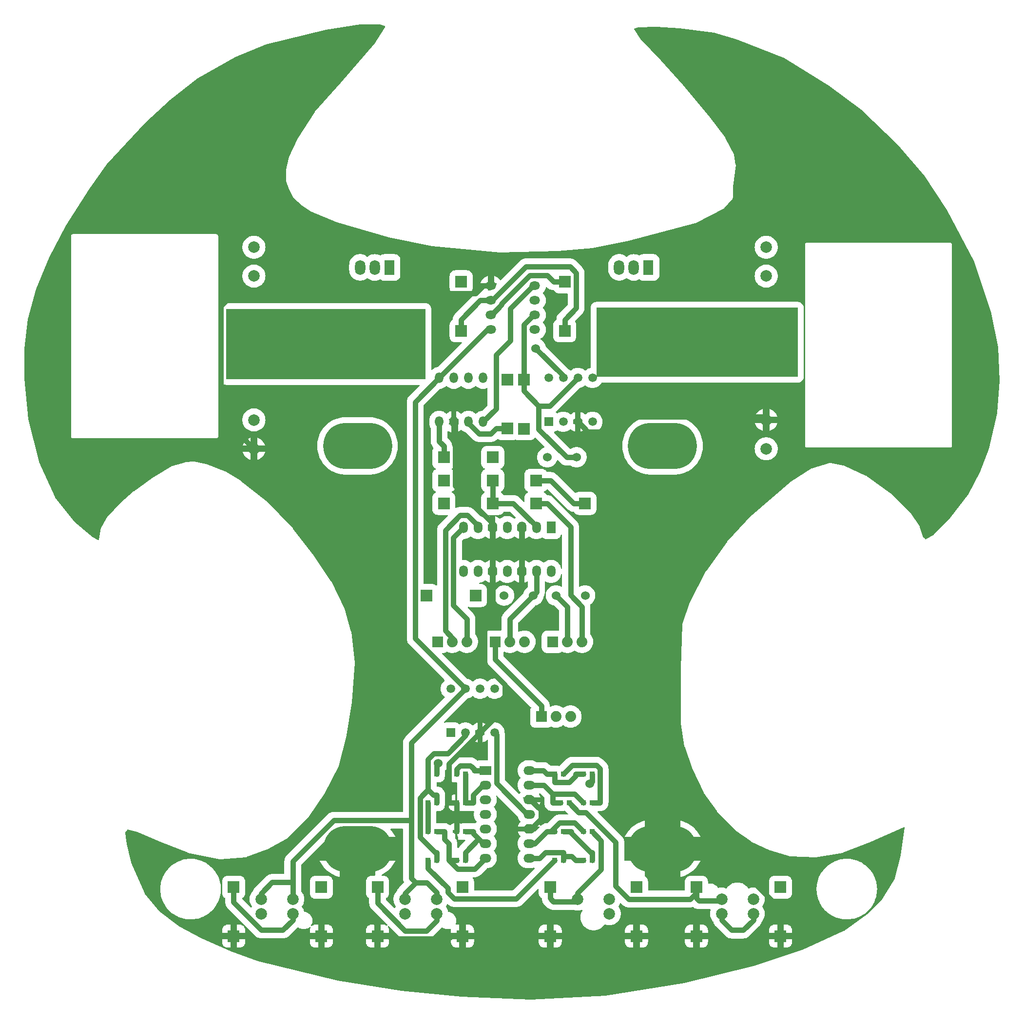
<source format=gbl>
G04 Layer: BottomLayer*
G04 EasyEDA v6.5.20, 2022-10-24 14:32:38*
G04 8d121422a4ac45e995a65f3fcbcb15b0,c6a1bf633b9a4ba285e4988a7d74c357,10*
G04 Gerber Generator version 0.2*
G04 Scale: 100 percent, Rotated: No, Reflected: No *
G04 Dimensions in millimeters *
G04 leading zeros omitted , absolute positions ,4 integer and 5 decimal *
%FSLAX45Y45*%
%MOMM*%

%AMMACRO1*21,1,$1,$2,0,0,$3*%
%ADD10C,0.9000*%
%ADD11MACRO1,0.864X0.8065X-90.0000*%
%ADD12MACRO1,0.864X0.8065X90.0000*%
%ADD13C,2.0000*%
%ADD14R,2.0000X2.0000*%
%ADD15R,1.5000X1.5000*%
%ADD16C,1.5000*%
%ADD17O,1.82499X1.4599920000000002*%
%ADD18O,1.499997X1.9999959999999999*%
%ADD19R,1.5000X2.0000*%
%ADD20O,1.7999964X2.5999948*%
%ADD21R,1.8000X2.6000*%
%ADD22O,1.4599920000000002X1.82499*%
%ADD23C,1.5240*%
%ADD24O,12.0000014X8.0000094*%
%ADD25R,1.8796X1.8796*%
%ADD26C,1.8796*%
%ADD27O,1.9999959999999999X1.499997*%
%ADD28R,2.0000X1.5000*%
%ADD29R,0.0112X1.5000*%

%LPD*%
G36*
X9813239Y-7719669D02*
G01*
X8608822Y-7668971D01*
X7568895Y-7567472D01*
X6453022Y-7389926D01*
X5070957Y-7047534D01*
X4603242Y-6883146D01*
X4084370Y-6655308D01*
X3707028Y-6454089D01*
X3356000Y-6190945D01*
X3354171Y-6189167D01*
X3105962Y-5878880D01*
X3104591Y-5876645D01*
X2866491Y-5337860D01*
X2865932Y-5336082D01*
X2790799Y-5022646D01*
X2767177Y-4822088D01*
X2767380Y-4818532D01*
X2768803Y-4815281D01*
X2797911Y-4771542D01*
X2800908Y-4768646D01*
X2804820Y-4767122D01*
X2808986Y-4767427D01*
X2973425Y-4811369D01*
X3391001Y-4988509D01*
X3847693Y-5166106D01*
X3852722Y-5167579D01*
X4410710Y-5281726D01*
X4414977Y-5282285D01*
X4418888Y-5282234D01*
X4862677Y-5244185D01*
X4866436Y-5243576D01*
X4869840Y-5242610D01*
X5224729Y-5115864D01*
X5229352Y-5113782D01*
X5571540Y-4923637D01*
X5574995Y-4921402D01*
X5577890Y-4918913D01*
X5932881Y-4563872D01*
X5936386Y-4559655D01*
X6228080Y-4141215D01*
X6230213Y-4137660D01*
X6471208Y-3668318D01*
X6473444Y-3662527D01*
X6612991Y-3129635D01*
X6613652Y-3126536D01*
X6702755Y-2553055D01*
X6753504Y-1867916D01*
X6753352Y-1861972D01*
X6689953Y-1329486D01*
X6688937Y-1324457D01*
X6574891Y-931621D01*
X6573012Y-926693D01*
X6344767Y-457454D01*
X6342684Y-453847D01*
X6036818Y4724D01*
X5681522Y461568D01*
X5679287Y464159D01*
X5209794Y946353D01*
X5206847Y948944D01*
X4775555Y1291437D01*
X4772253Y1293774D01*
X4518863Y1445768D01*
X4514596Y1447901D01*
X4172559Y1587246D01*
X4166565Y1589024D01*
X3964228Y1626971D01*
X3960266Y1627428D01*
X3956608Y1627378D01*
X3805072Y1614728D01*
X3798874Y1613611D01*
X3583787Y1550314D01*
X3580333Y1549044D01*
X3577336Y1547520D01*
X3232556Y1343050D01*
X2915462Y1114755D01*
X2912973Y1112774D01*
X2682798Y907999D01*
X2467254Y679754D01*
X2463546Y674878D01*
X2349601Y484987D01*
X2347417Y480415D01*
X2346096Y475996D01*
X2304999Y270408D01*
X2303576Y266954D01*
X2300986Y264160D01*
X2297531Y262585D01*
X2293772Y262331D01*
X2290165Y263550D01*
X2196693Y314502D01*
X2195017Y315620D01*
X1883054Y577646D01*
X1881632Y579120D01*
X1543812Y1004569D01*
X1542491Y1006703D01*
X1266190Y1622044D01*
X1265631Y1623669D01*
X1076604Y2367178D01*
X1013256Y3062782D01*
X1013206Y3593236D01*
X1076198Y4097934D01*
X1214932Y4627930D01*
X1442415Y5171592D01*
X1733448Y5728411D01*
X2138984Y6362141D01*
X2443022Y6792772D01*
X3114040Y7514336D01*
X3544366Y7906613D01*
X4015130Y8278875D01*
X4682236Y8652408D01*
X5208879Y8875572D01*
X6250584Y9132671D01*
X6844690Y9221063D01*
X7191756Y9221063D01*
X7194956Y9220555D01*
X7272020Y9194850D01*
X7275322Y9193072D01*
X7277709Y9190177D01*
X7278878Y9186519D01*
X7278674Y9182811D01*
X7275474Y9170009D01*
X7274204Y9167063D01*
X7100976Y8894876D01*
X6504990Y8209889D01*
X6060744Y7702194D01*
X6057950Y7698486D01*
X5766206Y7241895D01*
X5764428Y7238593D01*
X5612282Y6921703D01*
X5610199Y6915912D01*
X5559552Y6700520D01*
X5558790Y6693966D01*
X5558790Y6504228D01*
X5559196Y6499453D01*
X5560263Y6495186D01*
X5598109Y6381597D01*
X5599785Y6377635D01*
X5675630Y6225895D01*
X5678119Y6221831D01*
X5680964Y6218478D01*
X5758688Y6140907D01*
X5834583Y6077712D01*
X5837275Y6075730D01*
X5989015Y5974486D01*
X5994044Y5971794D01*
X6437782Y5781649D01*
X6441592Y5780227D01*
X7345019Y5525820D01*
X8093862Y5373522D01*
X8097012Y5373065D01*
X9264853Y5258816D01*
X9268663Y5258663D01*
X10286034Y5284165D01*
X10882477Y5334914D01*
X10886084Y5335422D01*
X11509654Y5462778D01*
X12664897Y5767476D01*
X12670688Y5769660D01*
X13165175Y6023254D01*
X13170814Y6027064D01*
X13173963Y6030163D01*
X13313206Y6194755D01*
X13316559Y6199835D01*
X13318591Y6205016D01*
X13319506Y6211062D01*
X13325856Y6398361D01*
X13370102Y6779818D01*
X13370255Y6783781D01*
X13369950Y6787438D01*
X13344651Y6951776D01*
X13343534Y6956501D01*
X13341756Y6960616D01*
X13189762Y7252004D01*
X13187070Y7256322D01*
X12919659Y7612735D01*
X12449149Y8172246D01*
X12067895Y8591550D01*
X11713210Y8971788D01*
X11602212Y9133230D01*
X11600688Y9136684D01*
X11600484Y9140393D01*
X11601704Y9143949D01*
X11604091Y9146844D01*
X11607342Y9148673D01*
X11671300Y9169958D01*
X11674144Y9170466D01*
X11998401Y9182912D01*
X12389662Y9157614D01*
X12995198Y9074353D01*
X13387120Y8955684D01*
X14208302Y8639759D01*
X14209979Y8638946D01*
X14993924Y8158429D01*
X15550540Y7740903D01*
X16183356Y7133285D01*
X16651427Y6589166D01*
X17043400Y5994857D01*
X17511725Y5095900D01*
X17802555Y4235805D01*
X17928742Y3616909D01*
X17953939Y3023717D01*
X17916144Y2470048D01*
X17915890Y2468321D01*
X17764404Y1850034D01*
X17613020Y1446479D01*
X17412309Y1057656D01*
X17411293Y1056081D01*
X17096333Y652983D01*
X16809008Y353161D01*
X16806773Y351434D01*
X16680129Y277520D01*
X16676268Y276250D01*
X16672255Y276504D01*
X16668648Y278384D01*
X16632783Y307035D01*
X16630802Y309168D01*
X16629532Y311759D01*
X16569486Y491794D01*
X16567912Y495604D01*
X16565981Y498957D01*
X16401338Y739495D01*
X16397681Y743915D01*
X16093490Y1048105D01*
X16089731Y1051306D01*
X15633242Y1380998D01*
X15628213Y1383944D01*
X15247975Y1561388D01*
X15244216Y1562862D01*
X15240609Y1563674D01*
X15012974Y1601622D01*
X15006319Y1601927D01*
X15000274Y1600911D01*
X14696440Y1512265D01*
X14692426Y1510741D01*
X14688972Y1508861D01*
X14333982Y1280668D01*
X14330680Y1278178D01*
X13658088Y707136D01*
X13655294Y704494D01*
X13223900Y235000D01*
X13221665Y232257D01*
X12853771Y-275183D01*
X12851231Y-279298D01*
X12572187Y-824687D01*
X12570510Y-828649D01*
X12443714Y-1196289D01*
X12442647Y-1200607D01*
X12442190Y-1204620D01*
X12416790Y-1966214D01*
X12416790Y-2919222D01*
X12417196Y-2924149D01*
X12480544Y-3316935D01*
X12481915Y-3322421D01*
X12622530Y-3718255D01*
X12812725Y-4123994D01*
X12815671Y-4128973D01*
X13043763Y-4445711D01*
X13046557Y-4449114D01*
X13363498Y-4778756D01*
X13367816Y-4782464D01*
X13633754Y-4972456D01*
X13638784Y-4975352D01*
X13968222Y-5127396D01*
X13972387Y-5128971D01*
X14314576Y-5230368D01*
X14318335Y-5231180D01*
X14321840Y-5231536D01*
X14752828Y-5244236D01*
X14758720Y-5243830D01*
X15227655Y-5167782D01*
X15233650Y-5166156D01*
X15704667Y-4987899D01*
X16292677Y-4722672D01*
X16296894Y-4721809D01*
X16301059Y-4722672D01*
X16304513Y-4725314D01*
X16306596Y-4729022D01*
X16306901Y-4733391D01*
X16239794Y-5213858D01*
X16136264Y-5615533D01*
X16135096Y-5618327D01*
X15915335Y-5975858D01*
X15913862Y-5977686D01*
X15652242Y-6239357D01*
X15249855Y-6528714D01*
X15248128Y-6529730D01*
X14528241Y-6858050D01*
X13679779Y-7136587D01*
X12475260Y-7428179D01*
X11105845Y-7656372D01*
G37*

%LPC*%
G36*
X12587630Y-6817207D02*
G01*
X12630962Y-6817207D01*
X12630962Y-6673088D01*
X12486792Y-6673088D01*
X12486792Y-6716369D01*
X12487656Y-6729780D01*
X12490246Y-6742734D01*
X12494463Y-6755130D01*
X12500254Y-6766915D01*
X12507569Y-6777888D01*
X12516256Y-6787794D01*
X12526111Y-6796430D01*
X12537033Y-6803745D01*
X12548870Y-6809587D01*
X12561316Y-6813753D01*
X12574168Y-6816344D01*
G37*
G36*
X12743637Y-6817207D02*
G01*
X12786969Y-6817207D01*
X12800431Y-6816344D01*
X12813284Y-6813753D01*
X12825730Y-6809587D01*
X12837566Y-6803745D01*
X12848488Y-6796430D01*
X12858343Y-6787794D01*
X12867030Y-6777888D01*
X12874345Y-6766915D01*
X12880136Y-6755130D01*
X12884353Y-6742734D01*
X12886944Y-6729780D01*
X12887807Y-6716369D01*
X12887807Y-6673088D01*
X12743637Y-6673088D01*
G37*
G36*
X10203637Y-6817207D02*
G01*
X10246969Y-6817207D01*
X10260431Y-6816344D01*
X10273284Y-6813753D01*
X10285730Y-6809587D01*
X10297566Y-6803745D01*
X10308488Y-6796430D01*
X10318343Y-6787794D01*
X10327030Y-6777888D01*
X10334345Y-6766915D01*
X10340136Y-6755130D01*
X10344353Y-6742734D01*
X10346944Y-6729780D01*
X10347807Y-6716369D01*
X10347807Y-6673088D01*
X10203637Y-6673088D01*
G37*
G36*
X4548530Y-6817207D02*
G01*
X4591862Y-6817207D01*
X4591862Y-6673088D01*
X4447692Y-6673088D01*
X4447692Y-6716369D01*
X4448556Y-6729780D01*
X4451146Y-6742734D01*
X4455363Y-6755130D01*
X4461154Y-6766915D01*
X4468469Y-6777888D01*
X4477156Y-6787794D01*
X4487011Y-6796430D01*
X4497933Y-6803745D01*
X4509770Y-6809587D01*
X4522216Y-6813753D01*
X4535068Y-6816344D01*
G37*
G36*
X10047630Y-6817207D02*
G01*
X10090962Y-6817207D01*
X10090962Y-6673088D01*
X9946792Y-6673088D01*
X9946792Y-6716369D01*
X9947656Y-6729780D01*
X9950246Y-6742734D01*
X9954463Y-6755130D01*
X9960254Y-6766915D01*
X9967569Y-6777888D01*
X9976256Y-6787794D01*
X9986111Y-6796430D01*
X9997033Y-6803745D01*
X10008870Y-6809587D01*
X10021316Y-6813753D01*
X10034168Y-6816344D01*
G37*
G36*
X4704537Y-6817207D02*
G01*
X4747869Y-6817207D01*
X4761331Y-6816344D01*
X4774184Y-6813753D01*
X4786630Y-6809587D01*
X4798466Y-6803745D01*
X4809388Y-6796430D01*
X4819243Y-6787794D01*
X4827930Y-6777888D01*
X4835245Y-6766915D01*
X4841036Y-6755130D01*
X4845253Y-6742734D01*
X4847844Y-6729780D01*
X4848707Y-6716369D01*
X4848707Y-6673088D01*
X4704537Y-6673088D01*
G37*
G36*
X14048536Y-6817207D02*
G01*
X14091818Y-6817207D01*
X14091818Y-6673088D01*
X13947698Y-6673088D01*
X13947698Y-6716369D01*
X13948562Y-6729780D01*
X13951102Y-6742734D01*
X13955369Y-6755130D01*
X13961160Y-6766915D01*
X13968476Y-6777888D01*
X13977112Y-6787794D01*
X13987018Y-6796430D01*
X13997940Y-6803745D01*
X14009725Y-6809587D01*
X14022171Y-6813753D01*
X14035074Y-6816344D01*
G37*
G36*
X7048550Y-6817207D02*
G01*
X7091832Y-6817207D01*
X7091832Y-6673088D01*
X6947712Y-6673088D01*
X6947712Y-6716369D01*
X6948576Y-6729780D01*
X6951116Y-6742734D01*
X6955383Y-6755130D01*
X6961174Y-6766915D01*
X6968490Y-6777888D01*
X6977125Y-6787794D01*
X6987031Y-6796430D01*
X6997953Y-6803745D01*
X7009739Y-6809587D01*
X7022185Y-6813753D01*
X7035088Y-6816344D01*
G37*
G36*
X14204543Y-6817207D02*
G01*
X14247825Y-6817207D01*
X14261287Y-6816344D01*
X14274190Y-6813753D01*
X14286636Y-6809587D01*
X14298422Y-6803745D01*
X14309344Y-6796430D01*
X14319250Y-6787794D01*
X14327886Y-6777888D01*
X14335201Y-6766915D01*
X14341043Y-6755130D01*
X14345259Y-6742734D01*
X14347799Y-6729780D01*
X14348713Y-6716369D01*
X14348713Y-6673088D01*
X14204543Y-6673088D01*
G37*
G36*
X7204557Y-6817207D02*
G01*
X7247839Y-6817207D01*
X7261301Y-6816344D01*
X7274204Y-6813753D01*
X7286650Y-6809587D01*
X7298436Y-6803745D01*
X7309358Y-6796430D01*
X7319264Y-6787794D01*
X7327900Y-6777888D01*
X7335215Y-6766915D01*
X7341057Y-6755130D01*
X7345273Y-6742734D01*
X7347813Y-6729780D01*
X7348728Y-6716369D01*
X7348728Y-6673088D01*
X7204557Y-6673088D01*
G37*
G36*
X11702237Y-6817156D02*
G01*
X11745569Y-6817156D01*
X11759031Y-6816344D01*
X11771884Y-6813753D01*
X11784330Y-6809536D01*
X11796166Y-6803745D01*
X11807088Y-6796430D01*
X11816943Y-6787794D01*
X11825630Y-6777888D01*
X11832945Y-6766915D01*
X11838736Y-6755130D01*
X11842953Y-6742734D01*
X11845544Y-6729780D01*
X11846407Y-6716369D01*
X11846407Y-6673088D01*
X11702237Y-6673088D01*
G37*
G36*
X6228537Y-6817156D02*
G01*
X6271869Y-6817156D01*
X6285331Y-6816344D01*
X6298184Y-6813753D01*
X6310630Y-6809536D01*
X6322466Y-6803745D01*
X6333388Y-6796430D01*
X6343243Y-6787794D01*
X6351930Y-6777888D01*
X6359245Y-6766915D01*
X6365036Y-6755130D01*
X6369253Y-6742734D01*
X6371844Y-6729780D01*
X6372707Y-6716369D01*
X6372707Y-6673088D01*
X6228537Y-6673088D01*
G37*
G36*
X6072530Y-6817156D02*
G01*
X6115862Y-6817156D01*
X6115862Y-6673088D01*
X5971692Y-6673088D01*
X5971692Y-6716369D01*
X5972556Y-6729780D01*
X5975146Y-6742734D01*
X5979363Y-6755130D01*
X5985154Y-6766915D01*
X5992469Y-6777888D01*
X6001156Y-6787794D01*
X6011011Y-6796430D01*
X6021933Y-6803745D01*
X6033770Y-6809536D01*
X6046216Y-6813753D01*
X6059068Y-6816344D01*
G37*
G36*
X11546230Y-6817156D02*
G01*
X11589562Y-6817156D01*
X11589562Y-6673088D01*
X11445392Y-6673088D01*
X11445392Y-6716369D01*
X11446256Y-6729780D01*
X11448846Y-6742734D01*
X11453063Y-6755130D01*
X11458854Y-6766915D01*
X11466169Y-6777888D01*
X11474856Y-6787794D01*
X11484711Y-6796430D01*
X11495633Y-6803745D01*
X11507470Y-6809536D01*
X11519916Y-6813753D01*
X11532768Y-6816344D01*
G37*
G36*
X8523630Y-6817156D02*
G01*
X8566962Y-6817156D01*
X8566962Y-6673088D01*
X8422792Y-6673088D01*
X8422792Y-6716369D01*
X8423656Y-6729780D01*
X8426246Y-6742734D01*
X8430463Y-6755130D01*
X8436254Y-6766915D01*
X8443569Y-6777888D01*
X8452256Y-6787794D01*
X8462111Y-6796430D01*
X8473033Y-6803745D01*
X8484870Y-6809536D01*
X8497316Y-6813753D01*
X8510168Y-6816344D01*
G37*
G36*
X8679637Y-6817156D02*
G01*
X8722969Y-6817156D01*
X8736431Y-6816344D01*
X8749284Y-6813753D01*
X8761730Y-6809536D01*
X8773566Y-6803745D01*
X8784488Y-6796430D01*
X8794343Y-6787794D01*
X8803030Y-6777888D01*
X8810345Y-6766915D01*
X8816136Y-6755130D01*
X8820353Y-6742734D01*
X8822944Y-6729780D01*
X8823807Y-6716369D01*
X8823807Y-6673088D01*
X8679637Y-6673088D01*
G37*
G36*
X7629956Y-6668973D02*
G01*
X7996021Y-6668973D01*
X8012582Y-6668058D01*
X8028686Y-6665264D01*
X8044332Y-6660794D01*
X8059420Y-6654546D01*
X8073694Y-6646672D01*
X8087004Y-6637223D01*
X8099399Y-6626148D01*
X8260384Y-6465163D01*
X8263280Y-6463080D01*
X8266734Y-6462217D01*
X8270240Y-6462572D01*
X8273440Y-6464046D01*
X8285734Y-6472783D01*
X8300516Y-6480962D01*
X8316112Y-6487414D01*
X8332317Y-6492087D01*
X8348980Y-6494932D01*
X8365845Y-6495796D01*
X8382660Y-6494932D01*
X8399322Y-6492087D01*
X8411565Y-6488582D01*
X8415680Y-6488277D01*
X8419592Y-6489598D01*
X8422640Y-6492392D01*
X8424316Y-6496202D01*
X8424316Y-6500317D01*
X8423656Y-6503619D01*
X8422792Y-6517030D01*
X8422792Y-6560312D01*
X8566962Y-6560312D01*
X8566962Y-6416192D01*
X8523630Y-6416192D01*
X8514740Y-6416802D01*
X8510676Y-6416192D01*
X8507171Y-6414109D01*
X8504783Y-6410807D01*
X8503920Y-6406794D01*
X8504682Y-6402781D01*
X8507882Y-6395059D01*
X8512556Y-6378854D01*
X8515350Y-6362242D01*
X8516315Y-6345326D01*
X8515350Y-6328511D01*
X8512556Y-6311900D01*
X8507882Y-6295694D01*
X8501430Y-6280099D01*
X8493252Y-6265265D01*
X8483498Y-6251549D01*
X8472220Y-6238900D01*
X8459673Y-6227673D01*
X8445906Y-6217970D01*
X8431123Y-6209792D01*
X8415528Y-6203340D01*
X8399322Y-6198666D01*
X8382660Y-6195822D01*
X8381034Y-6195720D01*
X8376920Y-6194602D01*
X8373618Y-6191910D01*
X8371738Y-6188049D01*
X8366912Y-6168796D01*
X8360308Y-6150305D01*
X8351875Y-6132525D01*
X8341766Y-6115608D01*
X8334705Y-6106007D01*
X8332927Y-6102096D01*
X8332927Y-6097879D01*
X8334705Y-6093968D01*
X8341766Y-6084417D01*
X8351875Y-6067450D01*
X8352993Y-6065215D01*
X8355279Y-6062065D01*
X8358530Y-6060084D01*
X8362340Y-6059424D01*
X8366150Y-6060236D01*
X8369350Y-6062370D01*
X8374735Y-6067755D01*
X8387130Y-6078829D01*
X8400440Y-6088278D01*
X8414715Y-6096152D01*
X8429802Y-6102400D01*
X8445449Y-6106922D01*
X8461552Y-6109665D01*
X8478113Y-6110579D01*
X9559290Y-6110579D01*
X9575850Y-6109665D01*
X9591954Y-6106922D01*
X9607600Y-6102400D01*
X9622688Y-6096152D01*
X9636963Y-6088278D01*
X9650272Y-6078829D01*
X9662668Y-6067755D01*
X9929469Y-5801004D01*
X9932720Y-5798769D01*
X9936632Y-5798007D01*
X9940544Y-5798769D01*
X9943795Y-5801004D01*
X9946030Y-5804306D01*
X9946792Y-5808167D01*
X9946792Y-5866384D01*
X9947656Y-5879846D01*
X9950246Y-5892698D01*
X9954463Y-5905144D01*
X9960254Y-5916980D01*
X9967569Y-5927902D01*
X9976256Y-5937758D01*
X9986111Y-5946444D01*
X9997287Y-5953912D01*
X9999624Y-5955995D01*
X10001148Y-5958738D01*
X10001808Y-5961786D01*
X10002723Y-5978042D01*
X10005466Y-5994146D01*
X10009987Y-6009792D01*
X10016236Y-6024930D01*
X10024110Y-6039205D01*
X10033558Y-6052515D01*
X10044633Y-6064859D01*
X10097871Y-6118098D01*
X10110216Y-6129172D01*
X10123525Y-6138621D01*
X10137800Y-6146495D01*
X10152888Y-6152743D01*
X10168585Y-6157264D01*
X10184638Y-6160008D01*
X10201249Y-6160922D01*
X10553954Y-6160922D01*
X10557357Y-6161532D01*
X10566704Y-6164884D01*
X10585805Y-6169660D01*
X10605262Y-6172555D01*
X10624921Y-6173520D01*
X10644530Y-6172555D01*
X10663986Y-6169660D01*
X10683087Y-6164884D01*
X10692384Y-6161532D01*
X10696448Y-6160973D01*
X10700359Y-6162040D01*
X10703560Y-6164529D01*
X10705541Y-6168085D01*
X10705947Y-6172149D01*
X10704677Y-6176060D01*
X10697362Y-6189218D01*
X10688929Y-6208268D01*
X10682325Y-6228029D01*
X10677550Y-6248298D01*
X10674705Y-6268923D01*
X10673740Y-6289700D01*
X10674705Y-6310579D01*
X10677550Y-6331153D01*
X10682325Y-6351473D01*
X10688929Y-6371234D01*
X10697362Y-6390284D01*
X10707471Y-6408470D01*
X10719257Y-6425641D01*
X10732566Y-6441592D01*
X10747298Y-6456375D01*
X10763300Y-6469684D01*
X10780522Y-6481470D01*
X10798708Y-6491630D01*
X10817758Y-6500012D01*
X10837519Y-6506565D01*
X10857788Y-6511391D01*
X10878413Y-6514287D01*
X10899241Y-6515252D01*
X10920018Y-6514287D01*
X10940643Y-6511391D01*
X10960912Y-6506565D01*
X10980674Y-6500012D01*
X10999724Y-6491630D01*
X11017910Y-6481470D01*
X11035131Y-6469684D01*
X11051133Y-6456375D01*
X11065865Y-6441592D01*
X11079175Y-6425641D01*
X11085880Y-6415836D01*
X11089132Y-6412738D01*
X11093348Y-6411468D01*
X11097717Y-6412026D01*
X11116868Y-6418884D01*
X11135969Y-6423660D01*
X11155426Y-6426555D01*
X11175085Y-6427520D01*
X11194694Y-6426555D01*
X11214150Y-6423660D01*
X11233251Y-6418884D01*
X11251793Y-6412230D01*
X11269573Y-6403848D01*
X11286439Y-6393688D01*
X11302238Y-6381953D01*
X11316817Y-6368796D01*
X11330025Y-6354165D01*
X11341760Y-6338417D01*
X11351869Y-6321450D01*
X11360302Y-6303721D01*
X11366906Y-6285230D01*
X11371681Y-6266129D01*
X11374577Y-6246672D01*
X11375542Y-6227013D01*
X11374577Y-6207353D01*
X11371681Y-6187897D01*
X11366906Y-6168796D01*
X11360302Y-6150305D01*
X11351869Y-6132525D01*
X11341760Y-6115608D01*
X11334699Y-6106007D01*
X11332921Y-6102096D01*
X11332921Y-6097879D01*
X11334699Y-6093968D01*
X11341760Y-6084417D01*
X11351869Y-6067450D01*
X11360302Y-6049721D01*
X11361267Y-6047079D01*
X11363350Y-6043625D01*
X11366652Y-6041237D01*
X11370614Y-6040323D01*
X11374628Y-6041034D01*
X11377980Y-6043320D01*
X11409934Y-6075222D01*
X11422329Y-6086348D01*
X11435638Y-6095746D01*
X11449913Y-6103670D01*
X11465001Y-6109919D01*
X11480647Y-6114440D01*
X11496751Y-6117183D01*
X11513312Y-6118098D01*
X12578689Y-6118098D01*
X12595250Y-6117183D01*
X12611354Y-6114440D01*
X12624003Y-6110782D01*
X12627356Y-6110376D01*
X12630708Y-6111138D01*
X12633553Y-6112967D01*
X12637770Y-6116726D01*
X12651079Y-6126175D01*
X12665354Y-6134049D01*
X12680442Y-6140246D01*
X12696139Y-6144818D01*
X12712192Y-6147511D01*
X12728803Y-6148476D01*
X12925856Y-6148476D01*
X12929666Y-6149238D01*
X12932918Y-6151321D01*
X12935153Y-6154470D01*
X12936016Y-6158230D01*
X12935458Y-6162090D01*
X12933019Y-6168796D01*
X12928244Y-6187897D01*
X12925348Y-6207353D01*
X12924383Y-6227013D01*
X12925348Y-6246672D01*
X12928244Y-6266129D01*
X12933019Y-6285230D01*
X12939674Y-6303721D01*
X12948056Y-6321450D01*
X12958165Y-6338417D01*
X12969900Y-6354165D01*
X12980416Y-6365798D01*
X12982041Y-6368186D01*
X12987578Y-6387388D01*
X12993827Y-6402476D01*
X13001701Y-6416802D01*
X13011150Y-6430111D01*
X13022224Y-6442456D01*
X13194690Y-6614922D01*
X13207034Y-6625996D01*
X13220344Y-6635445D01*
X13234619Y-6643319D01*
X13249706Y-6649567D01*
X13265404Y-6654038D01*
X13281456Y-6656831D01*
X13298068Y-6657746D01*
X13501217Y-6657746D01*
X13517829Y-6656831D01*
X13533882Y-6654038D01*
X13549579Y-6649567D01*
X13564666Y-6643319D01*
X13578941Y-6635445D01*
X13592251Y-6625996D01*
X13604595Y-6614922D01*
X13777722Y-6441795D01*
X13788796Y-6429400D01*
X13798245Y-6416141D01*
X13806119Y-6401866D01*
X13812367Y-6386779D01*
X13817142Y-6370015D01*
X13819378Y-6365900D01*
X13830046Y-6354165D01*
X13841780Y-6338417D01*
X13851890Y-6321450D01*
X13860272Y-6303721D01*
X13866926Y-6285230D01*
X13871701Y-6266129D01*
X13874597Y-6246672D01*
X13875562Y-6227013D01*
X13874597Y-6207353D01*
X13871701Y-6187897D01*
X13866926Y-6168796D01*
X13860272Y-6150305D01*
X13851890Y-6132525D01*
X13841780Y-6115608D01*
X13834668Y-6106007D01*
X13832890Y-6102096D01*
X13832890Y-6097879D01*
X13834668Y-6093968D01*
X13841780Y-6084417D01*
X13851890Y-6067450D01*
X13860272Y-6049721D01*
X13866926Y-6031230D01*
X13871701Y-6012129D01*
X13874597Y-5992672D01*
X13875562Y-5973013D01*
X13874597Y-5953353D01*
X13871701Y-5933897D01*
X13866926Y-5914796D01*
X13860272Y-5896305D01*
X13851890Y-5878525D01*
X13841780Y-5861608D01*
X13830046Y-5845810D01*
X13816838Y-5831230D01*
X13802258Y-5818022D01*
X13786459Y-5806287D01*
X13769543Y-5796178D01*
X13751763Y-5787796D01*
X13733272Y-5781141D01*
X13714171Y-5776315D01*
X13694714Y-5773470D01*
X13675055Y-5772505D01*
X13655395Y-5773470D01*
X13635939Y-5776315D01*
X13616838Y-5781141D01*
X13597940Y-5787898D01*
X13593572Y-5788456D01*
X13589406Y-5787034D01*
X13586155Y-5784088D01*
X13579144Y-5773826D01*
X13565835Y-5757875D01*
X13551103Y-5743092D01*
X13535101Y-5729833D01*
X13517930Y-5718048D01*
X13499744Y-5707888D01*
X13480694Y-5699506D01*
X13460933Y-5692902D01*
X13440663Y-5688126D01*
X13420039Y-5685231D01*
X13399211Y-5684266D01*
X13378383Y-5685231D01*
X13357758Y-5688126D01*
X13337489Y-5692902D01*
X13317728Y-5699506D01*
X13298678Y-5707888D01*
X13280491Y-5718048D01*
X13263321Y-5729833D01*
X13247319Y-5743092D01*
X13232587Y-5757875D01*
X13219277Y-5773826D01*
X13212572Y-5783630D01*
X13209320Y-5786678D01*
X13205155Y-5787999D01*
X13200735Y-5787491D01*
X13183107Y-5781141D01*
X13164007Y-5776315D01*
X13144550Y-5773470D01*
X13124891Y-5772505D01*
X13105231Y-5773470D01*
X13085775Y-5776315D01*
X13072973Y-5779566D01*
X13068909Y-5779719D01*
X13065099Y-5778296D01*
X13062153Y-5775553D01*
X13051790Y-5760821D01*
X13040563Y-5748223D01*
X13027964Y-5736996D01*
X13014198Y-5727242D01*
X12999415Y-5719064D01*
X12983819Y-5712612D01*
X12967614Y-5707888D01*
X12951002Y-5705094D01*
X12934137Y-5704179D01*
X12917322Y-5705094D01*
X12899694Y-5708142D01*
X12895326Y-5707888D01*
X12891414Y-5705906D01*
X12888772Y-5702401D01*
X12887807Y-5698134D01*
X12887807Y-5667044D01*
X12886944Y-5653582D01*
X12884353Y-5640730D01*
X12880136Y-5628284D01*
X12874345Y-5616448D01*
X12867030Y-5605526D01*
X12858343Y-5595670D01*
X12848488Y-5586984D01*
X12837566Y-5579668D01*
X12825730Y-5573877D01*
X12813284Y-5569661D01*
X12800431Y-5567070D01*
X12786969Y-5566206D01*
X12587630Y-5566206D01*
X12574168Y-5567070D01*
X12561316Y-5569661D01*
X12548870Y-5573877D01*
X12537033Y-5579668D01*
X12526111Y-5586984D01*
X12516256Y-5595670D01*
X12507569Y-5605526D01*
X12500254Y-5616448D01*
X12494463Y-5628284D01*
X12490246Y-5640730D01*
X12487656Y-5653582D01*
X12486792Y-5667044D01*
X12486792Y-5816854D01*
X12486030Y-5820765D01*
X12483795Y-5824118D01*
X12480544Y-5826302D01*
X12476632Y-5827064D01*
X11856567Y-5827064D01*
X11852656Y-5826302D01*
X11849404Y-5824118D01*
X11847169Y-5820765D01*
X11846407Y-5816854D01*
X11846407Y-5667044D01*
X11845544Y-5653582D01*
X11842953Y-5640679D01*
X11838736Y-5628233D01*
X11832945Y-5616448D01*
X11825630Y-5605526D01*
X11816943Y-5595670D01*
X11807088Y-5586984D01*
X11798147Y-5581040D01*
X11795709Y-5578754D01*
X11794185Y-5575858D01*
X11793626Y-5572556D01*
X11793626Y-5306364D01*
X11442344Y-5306364D01*
X11438432Y-5305602D01*
X11435130Y-5303367D01*
X11432946Y-5300065D01*
X11432184Y-5296154D01*
X11432184Y-4984038D01*
X11431270Y-4967427D01*
X11428526Y-4951425D01*
X11424005Y-4935677D01*
X11417757Y-4920640D01*
X11409883Y-4906314D01*
X11400434Y-4893056D01*
X11389360Y-4880711D01*
X10971530Y-4462830D01*
X10969345Y-4459579D01*
X10968532Y-4455668D01*
X10969345Y-4451807D01*
X10971530Y-4448505D01*
X10974832Y-4446320D01*
X10978692Y-4445508D01*
X11010392Y-4445508D01*
X11027003Y-4444593D01*
X11043056Y-4441799D01*
X11058753Y-4437329D01*
X11073841Y-4431080D01*
X11088116Y-4423206D01*
X11101425Y-4413758D01*
X11113770Y-4402683D01*
X11118189Y-4398314D01*
X11129264Y-4385919D01*
X11138712Y-4372610D01*
X11146586Y-4358284D01*
X11152835Y-4343196D01*
X11157356Y-4327550D01*
X11160099Y-4311446D01*
X11161014Y-4294936D01*
X11161014Y-3710584D01*
X11160099Y-3694023D01*
X11157356Y-3677970D01*
X11152835Y-3662273D01*
X11146586Y-3647236D01*
X11138712Y-3632911D01*
X11129264Y-3619652D01*
X11118189Y-3607257D01*
X11057280Y-3546348D01*
X11044885Y-3535222D01*
X11031575Y-3525824D01*
X11017300Y-3517950D01*
X11002213Y-3511702D01*
X10986566Y-3507181D01*
X10970463Y-3504437D01*
X10953902Y-3503472D01*
X10526572Y-3503472D01*
X10510012Y-3504437D01*
X10493908Y-3507181D01*
X10478262Y-3511702D01*
X10463174Y-3517950D01*
X10448899Y-3525824D01*
X10435590Y-3535222D01*
X10423194Y-3546348D01*
X10311892Y-3657650D01*
X10307980Y-3660089D01*
X10303256Y-3661714D01*
X10300004Y-3662222D01*
X10296702Y-3661714D01*
X10290962Y-3659733D01*
X10278110Y-3657193D01*
X10264648Y-3656329D01*
X10246918Y-3656329D01*
X10240924Y-3655415D01*
X10224363Y-3654450D01*
X10153751Y-3654450D01*
X10149840Y-3653739D01*
X10146538Y-3651504D01*
X10130332Y-3635349D01*
X10117988Y-3624275D01*
X10104678Y-3614826D01*
X10090404Y-3606952D01*
X10075316Y-3600653D01*
X10059619Y-3596182D01*
X10043566Y-3593388D01*
X10026954Y-3592525D01*
X9906812Y-3592525D01*
X9903968Y-3592118D01*
X9901428Y-3590899D01*
X9891166Y-3584549D01*
X9875164Y-3576726D01*
X9858502Y-3570579D01*
X9841331Y-3566109D01*
X9823754Y-3563416D01*
X9805720Y-3562502D01*
X9756241Y-3562502D01*
X9738207Y-3563416D01*
X9720630Y-3566109D01*
X9703460Y-3570579D01*
X9686798Y-3576726D01*
X9670796Y-3584549D01*
X9655708Y-3593998D01*
X9641687Y-3604869D01*
X9628784Y-3617112D01*
X9617202Y-3630523D01*
X9607042Y-3645154D01*
X9598406Y-3660749D01*
X9591395Y-3677056D01*
X9586112Y-3693972D01*
X9582505Y-3711448D01*
X9580727Y-3729126D01*
X9580727Y-3746906D01*
X9582505Y-3764584D01*
X9586112Y-3782009D01*
X9591395Y-3798976D01*
X9598406Y-3815283D01*
X9607042Y-3830777D01*
X9617202Y-3845407D01*
X9628327Y-3858412D01*
X9630156Y-3861511D01*
X9630765Y-3864965D01*
X9630156Y-3868521D01*
X9628327Y-3871620D01*
X9617202Y-3884523D01*
X9607042Y-3899154D01*
X9598406Y-3914749D01*
X9591395Y-3931056D01*
X9586112Y-3947972D01*
X9582505Y-3965448D01*
X9580727Y-3983126D01*
X9580727Y-4000906D01*
X9582505Y-4018584D01*
X9586112Y-4036009D01*
X9591395Y-4052976D01*
X9598406Y-4069283D01*
X9607042Y-4084777D01*
X9617202Y-4099407D01*
X9628327Y-4112412D01*
X9630156Y-4115511D01*
X9630765Y-4118965D01*
X9630156Y-4122521D01*
X9628327Y-4125620D01*
X9617202Y-4138523D01*
X9613392Y-4142384D01*
X9609175Y-4143756D01*
X9604806Y-4143197D01*
X9601098Y-4140809D01*
X9362643Y-3902405D01*
X9360458Y-3899103D01*
X9359696Y-3895191D01*
X9359696Y-3114497D01*
X9358782Y-3097936D01*
X9356394Y-3084118D01*
X9356394Y-3076498D01*
X9355023Y-3058464D01*
X9351772Y-3040735D01*
X9346742Y-3023311D01*
X9339935Y-3006648D01*
X9331452Y-2990646D01*
X9321342Y-2975660D01*
X9309760Y-2961792D01*
X9296857Y-2949194D01*
X9282684Y-2937967D01*
X9267444Y-2928315D01*
X9251238Y-2920187D01*
X9234373Y-2913837D01*
X9216898Y-2909214D01*
X9199016Y-2906471D01*
X9180982Y-2905506D01*
X9162948Y-2906471D01*
X9145066Y-2909214D01*
X9127591Y-2913837D01*
X9110726Y-2920187D01*
X9094520Y-2928315D01*
X9079280Y-2937967D01*
X9065107Y-2949194D01*
X9061094Y-2953156D01*
X9057792Y-2955290D01*
X9053982Y-2956052D01*
X9050172Y-2955290D01*
X9046870Y-2953156D01*
X9042857Y-2949194D01*
X9028684Y-2937967D01*
X9013444Y-2928315D01*
X8997238Y-2920187D01*
X8980373Y-2913837D01*
X8970822Y-2911348D01*
X8970822Y-3037179D01*
X8998661Y-3037179D01*
X9002928Y-3038144D01*
X9006433Y-3040837D01*
X9008465Y-3044748D01*
X9008618Y-3049168D01*
X9006941Y-3058464D01*
X9005570Y-3076498D01*
X9006027Y-3094532D01*
X9008516Y-3113379D01*
X9008160Y-3117596D01*
X9006078Y-3121406D01*
X9002623Y-3123946D01*
X8998407Y-3124860D01*
X8970822Y-3124860D01*
X8970822Y-3250895D01*
X8988907Y-3245256D01*
X9005468Y-3237992D01*
X9021165Y-3229102D01*
X9035897Y-3218637D01*
X9047276Y-3208629D01*
X9050375Y-3206750D01*
X9053982Y-3206038D01*
X9057589Y-3206750D01*
X9060688Y-3208629D01*
X9065209Y-3212592D01*
X9067749Y-3216046D01*
X9068663Y-3220212D01*
X9068663Y-3552342D01*
X9067901Y-3556203D01*
X9065717Y-3559556D01*
X9062415Y-3561740D01*
X9058503Y-3562502D01*
X8919311Y-3562502D01*
X8905849Y-3563365D01*
X8892997Y-3565956D01*
X8887714Y-3567734D01*
X8884005Y-3568293D01*
X8880348Y-3567429D01*
X8877249Y-3565296D01*
X8866276Y-3554272D01*
X8853881Y-3543249D01*
X8840571Y-3533749D01*
X8826296Y-3525926D01*
X8811209Y-3519627D01*
X8795562Y-3515156D01*
X8779459Y-3512464D01*
X8762898Y-3511499D01*
X8579154Y-3511499D01*
X8562594Y-3512464D01*
X8546490Y-3515156D01*
X8530844Y-3519627D01*
X8515553Y-3525977D01*
X8511692Y-3526790D01*
X8507780Y-3525977D01*
X8504478Y-3523792D01*
X8502294Y-3520490D01*
X8501532Y-3516629D01*
X8502294Y-3512718D01*
X8504478Y-3509365D01*
X8775649Y-3238246D01*
X8786723Y-3225901D01*
X8795410Y-3213658D01*
X8798509Y-3210763D01*
X8802522Y-3209442D01*
X8806738Y-3209848D01*
X8810396Y-3211880D01*
X8818067Y-3218637D01*
X8832799Y-3229102D01*
X8848496Y-3237992D01*
X8865057Y-3245256D01*
X8883142Y-3250895D01*
X8883142Y-3124860D01*
X8855557Y-3124860D01*
X8851341Y-3123946D01*
X8847886Y-3121406D01*
X8845804Y-3117596D01*
X8845448Y-3113379D01*
X8847937Y-3094532D01*
X8848394Y-3076498D01*
X8847023Y-3058464D01*
X8845346Y-3049168D01*
X8845499Y-3044748D01*
X8847531Y-3040837D01*
X8851036Y-3038144D01*
X8855303Y-3037179D01*
X8883142Y-3037179D01*
X8883142Y-2911348D01*
X8873591Y-2913837D01*
X8856726Y-2920187D01*
X8840520Y-2928315D01*
X8825280Y-2937967D01*
X8811107Y-2949194D01*
X8807094Y-2953156D01*
X8803792Y-2955290D01*
X8799982Y-2956052D01*
X8796172Y-2955290D01*
X8792870Y-2953156D01*
X8788857Y-2949194D01*
X8774684Y-2937967D01*
X8759444Y-2928315D01*
X8743238Y-2920187D01*
X8726373Y-2913837D01*
X8708898Y-2909214D01*
X8691016Y-2906471D01*
X8672982Y-2905506D01*
X8654948Y-2906471D01*
X8637066Y-2909214D01*
X8619591Y-2913837D01*
X8602726Y-2920187D01*
X8586520Y-2928315D01*
X8576106Y-2934919D01*
X8572042Y-2936392D01*
X8567724Y-2936087D01*
X8563914Y-2933954D01*
X8555177Y-2926283D01*
X8544204Y-2919018D01*
X8532418Y-2913176D01*
X8519972Y-2908960D01*
X8507120Y-2906369D01*
X8493658Y-2905506D01*
X8344306Y-2905506D01*
X8330844Y-2906369D01*
X8317992Y-2908960D01*
X8315096Y-2909925D01*
X8310625Y-2910382D01*
X8306358Y-2908858D01*
X8303209Y-2905607D01*
X8301736Y-2901442D01*
X8302244Y-2896920D01*
X8304631Y-2893110D01*
X8704630Y-2493162D01*
X8706967Y-2491384D01*
X8709761Y-2490368D01*
X8717686Y-2488742D01*
X8734907Y-2483256D01*
X8751468Y-2475992D01*
X8767165Y-2467102D01*
X8781897Y-2456637D01*
X8793276Y-2446629D01*
X8796375Y-2444750D01*
X8799982Y-2444038D01*
X8803589Y-2444750D01*
X8806688Y-2446629D01*
X8818067Y-2456637D01*
X8832799Y-2467102D01*
X8848496Y-2475992D01*
X8865057Y-2483256D01*
X8882278Y-2488742D01*
X8899956Y-2492349D01*
X8917940Y-2494280D01*
X8936024Y-2494280D01*
X8954008Y-2492349D01*
X8971686Y-2488742D01*
X8988907Y-2483256D01*
X9005468Y-2475992D01*
X9021165Y-2467102D01*
X9035897Y-2456637D01*
X9047276Y-2446629D01*
X9050375Y-2444750D01*
X9053982Y-2444038D01*
X9057589Y-2444750D01*
X9060688Y-2446629D01*
X9072067Y-2456637D01*
X9086799Y-2467102D01*
X9102496Y-2475992D01*
X9119057Y-2483256D01*
X9136278Y-2488742D01*
X9153956Y-2492349D01*
X9171940Y-2494280D01*
X9190024Y-2494280D01*
X9208008Y-2492349D01*
X9225686Y-2488742D01*
X9242907Y-2483256D01*
X9259468Y-2475992D01*
X9275165Y-2467102D01*
X9289897Y-2456637D01*
X9303461Y-2444699D01*
X9315754Y-2431440D01*
X9326575Y-2417013D01*
X9335871Y-2401519D01*
X9343542Y-2385110D01*
X9349486Y-2368092D01*
X9353651Y-2350465D01*
X9355937Y-2332583D01*
X9356394Y-2314498D01*
X9355023Y-2296464D01*
X9351772Y-2278735D01*
X9346742Y-2261311D01*
X9339935Y-2244648D01*
X9331452Y-2228646D01*
X9321342Y-2213660D01*
X9309760Y-2199792D01*
X9296857Y-2187194D01*
X9282684Y-2175967D01*
X9267444Y-2166315D01*
X9251238Y-2158187D01*
X9234373Y-2151837D01*
X9216898Y-2147214D01*
X9199016Y-2144471D01*
X9180982Y-2143506D01*
X9162948Y-2144471D01*
X9145066Y-2147214D01*
X9127591Y-2151837D01*
X9110726Y-2158187D01*
X9094520Y-2166315D01*
X9079280Y-2175967D01*
X9065107Y-2187194D01*
X9061094Y-2191156D01*
X9057792Y-2193290D01*
X9053982Y-2194052D01*
X9050172Y-2193290D01*
X9046870Y-2191156D01*
X9042857Y-2187194D01*
X9028684Y-2175967D01*
X9013444Y-2166315D01*
X8997238Y-2158187D01*
X8980373Y-2151837D01*
X8962898Y-2147214D01*
X8945016Y-2144471D01*
X8926982Y-2143506D01*
X8908948Y-2144471D01*
X8891066Y-2147214D01*
X8873591Y-2151837D01*
X8856726Y-2158187D01*
X8840520Y-2166315D01*
X8825280Y-2175967D01*
X8811107Y-2187194D01*
X8807094Y-2191156D01*
X8803792Y-2193290D01*
X8799982Y-2194052D01*
X8796172Y-2193290D01*
X8792870Y-2191156D01*
X8788857Y-2187194D01*
X8774684Y-2175967D01*
X8759444Y-2166315D01*
X8743238Y-2158187D01*
X8726373Y-2151837D01*
X8708948Y-2147265D01*
X8706459Y-2146249D01*
X8704376Y-2144572D01*
X8274608Y-1714855D01*
X8272373Y-1711553D01*
X8271611Y-1707692D01*
X8272373Y-1703781D01*
X8274608Y-1700479D01*
X8277910Y-1698294D01*
X8281771Y-1697532D01*
X8285632Y-1697532D01*
X8299094Y-1696618D01*
X8311946Y-1694078D01*
X8324392Y-1689811D01*
X8336229Y-1683969D01*
X8347252Y-1676654D01*
X8350402Y-1675180D01*
X8353856Y-1674977D01*
X8357209Y-1675892D01*
X8371535Y-1682699D01*
X8389518Y-1689100D01*
X8408060Y-1693722D01*
X8426907Y-1696567D01*
X8446008Y-1697482D01*
X8465058Y-1696567D01*
X8483904Y-1693722D01*
X8502446Y-1689100D01*
X8520430Y-1682699D01*
X8537651Y-1674520D01*
X8554008Y-1664716D01*
X8566912Y-1655165D01*
X8570823Y-1653387D01*
X8575141Y-1653387D01*
X8579053Y-1655165D01*
X8591956Y-1664716D01*
X8608314Y-1674520D01*
X8625535Y-1682699D01*
X8643518Y-1689100D01*
X8662060Y-1693722D01*
X8680907Y-1696567D01*
X8700008Y-1697482D01*
X8719058Y-1696567D01*
X8737904Y-1693722D01*
X8756446Y-1689100D01*
X8774430Y-1682699D01*
X8791651Y-1674520D01*
X8808008Y-1664716D01*
X8823350Y-1653336D01*
X8837472Y-1640484D01*
X8850325Y-1626362D01*
X8861704Y-1611071D01*
X8871508Y-1594713D01*
X8879636Y-1577441D01*
X8886088Y-1559407D01*
X8890711Y-1540967D01*
X8893505Y-1522069D01*
X8894470Y-1503019D01*
X8893505Y-1483969D01*
X8890711Y-1465072D01*
X8886088Y-1446580D01*
X8879636Y-1428546D01*
X8871508Y-1411325D01*
X8861704Y-1394968D01*
X8850325Y-1379626D01*
X8848140Y-1377188D01*
X8846159Y-1374038D01*
X8845499Y-1370380D01*
X8845499Y-1103528D01*
X8844584Y-1086967D01*
X8841841Y-1070864D01*
X8837320Y-1055217D01*
X8831072Y-1040130D01*
X8823198Y-1025855D01*
X8813749Y-1012545D01*
X8802674Y-1000099D01*
X8717229Y-914653D01*
X8714892Y-911098D01*
X8714282Y-906830D01*
X8715451Y-902716D01*
X8718245Y-899464D01*
X8722106Y-897585D01*
X8726373Y-897534D01*
X8736888Y-899668D01*
X8750350Y-900480D01*
X8949639Y-900480D01*
X8963101Y-899668D01*
X8976004Y-897077D01*
X8988450Y-892860D01*
X9000236Y-887069D01*
X9011158Y-879754D01*
X9021064Y-871067D01*
X9029700Y-861212D01*
X9037015Y-850290D01*
X9042857Y-838453D01*
X9047073Y-826008D01*
X9049613Y-813155D01*
X9050528Y-799693D01*
X9050528Y-600354D01*
X9049613Y-586892D01*
X9047073Y-574040D01*
X9042857Y-561594D01*
X9037015Y-549757D01*
X9029700Y-538835D01*
X9021064Y-528980D01*
X9011158Y-520293D01*
X9000236Y-512978D01*
X8988450Y-507187D01*
X8976004Y-502970D01*
X8963101Y-500380D01*
X8949639Y-499465D01*
X8921038Y-499465D01*
X8916924Y-498652D01*
X8913469Y-496163D01*
X8911386Y-492455D01*
X8910929Y-488238D01*
X8912250Y-484225D01*
X8915146Y-481126D01*
X8919006Y-479399D01*
X8935974Y-475894D01*
X8952941Y-470611D01*
X8969248Y-463600D01*
X8984792Y-454964D01*
X8999423Y-444754D01*
X9012377Y-433679D01*
X9015476Y-431850D01*
X9018981Y-431241D01*
X9022486Y-431850D01*
X9025585Y-433679D01*
X9038539Y-444754D01*
X9053169Y-454964D01*
X9068714Y-463600D01*
X9085021Y-470611D01*
X9102140Y-475945D01*
X9102140Y-337312D01*
X9076334Y-337312D01*
X9072067Y-336448D01*
X9068612Y-333857D01*
X9066580Y-329946D01*
X9066276Y-325678D01*
X9066580Y-323799D01*
X9067495Y-305765D01*
X9067495Y-256235D01*
X9066580Y-238252D01*
X9066276Y-236372D01*
X9066580Y-232054D01*
X9068612Y-228193D01*
X9072067Y-225602D01*
X9076334Y-224688D01*
X9102140Y-224688D01*
X9102140Y-86106D01*
X9085021Y-91440D01*
X9068714Y-98399D01*
X9053169Y-107086D01*
X9038539Y-117246D01*
X9025585Y-128371D01*
X9022486Y-130149D01*
X9018981Y-130810D01*
X9015476Y-130149D01*
X9012377Y-128371D01*
X8999423Y-117246D01*
X8984792Y-107086D01*
X8969248Y-98399D01*
X8952941Y-91440D01*
X8935974Y-86156D01*
X8918549Y-82550D01*
X8900871Y-80772D01*
X8883091Y-80772D01*
X8865412Y-82550D01*
X8847988Y-86156D01*
X8831021Y-91440D01*
X8814714Y-98399D01*
X8799169Y-107086D01*
X8784539Y-117246D01*
X8771585Y-128371D01*
X8768486Y-130149D01*
X8764981Y-130810D01*
X8761476Y-130149D01*
X8758377Y-128371D01*
X8745423Y-117246D01*
X8730792Y-107086D01*
X8715248Y-98399D01*
X8698941Y-91440D01*
X8681974Y-86156D01*
X8664549Y-82550D01*
X8646871Y-80772D01*
X8629091Y-80772D01*
X8623198Y-81330D01*
X8619032Y-80873D01*
X8615375Y-78790D01*
X8612886Y-75387D01*
X8612022Y-71272D01*
X8612022Y245008D01*
X8612784Y248920D01*
X8614968Y252272D01*
X8640572Y277774D01*
X8643366Y279755D01*
X8646718Y280670D01*
X8664549Y282549D01*
X8681974Y286105D01*
X8698941Y291388D01*
X8715248Y298399D01*
X8730792Y307035D01*
X8745423Y317246D01*
X8758377Y328320D01*
X8761476Y330149D01*
X8764981Y330758D01*
X8768486Y330149D01*
X8771585Y328320D01*
X8784539Y317246D01*
X8799169Y307035D01*
X8814714Y298399D01*
X8831021Y291388D01*
X8847988Y286105D01*
X8865412Y282549D01*
X8883091Y280720D01*
X8900871Y280720D01*
X8918549Y282549D01*
X8935974Y286105D01*
X8952941Y291388D01*
X8969248Y298399D01*
X8984792Y307035D01*
X8999423Y317246D01*
X9012377Y328320D01*
X9015476Y330149D01*
X9018981Y330758D01*
X9022486Y330149D01*
X9025585Y328320D01*
X9038539Y317246D01*
X9053169Y307035D01*
X9068714Y298399D01*
X9085021Y291388D01*
X9102140Y286054D01*
X9102140Y424688D01*
X9076334Y424688D01*
X9072067Y425551D01*
X9068612Y428142D01*
X9066580Y432054D01*
X9066276Y436321D01*
X9066580Y438200D01*
X9067495Y456234D01*
X9067495Y505764D01*
X9066580Y523748D01*
X9066276Y525627D01*
X9066580Y529945D01*
X9068612Y533806D01*
X9072067Y536397D01*
X9076334Y537311D01*
X9102140Y537311D01*
X9102140Y675894D01*
X9085021Y670560D01*
X9068714Y663600D01*
X9053169Y654913D01*
X9038539Y644753D01*
X9025585Y633628D01*
X9022486Y631850D01*
X9018981Y631190D01*
X9015476Y631850D01*
X9012377Y633628D01*
X8999423Y644753D01*
X8984792Y654913D01*
X8969248Y663600D01*
X8952941Y670560D01*
X8936482Y675690D01*
X8934246Y676757D01*
X8932367Y678230D01*
X8815781Y794766D01*
X8803436Y805840D01*
X8790127Y815289D01*
X8775852Y823163D01*
X8760764Y829411D01*
X8745067Y833932D01*
X8729014Y836625D01*
X8712403Y837590D01*
X8581644Y837590D01*
X8565032Y836625D01*
X8548979Y833932D01*
X8533282Y829411D01*
X8518194Y823163D01*
X8515553Y821690D01*
X8511540Y820470D01*
X8507425Y820978D01*
X8503818Y823112D01*
X8501329Y826465D01*
X8500516Y830630D01*
X8500516Y999642D01*
X8499602Y1013104D01*
X8497062Y1026007D01*
X8492845Y1038402D01*
X8487003Y1050239D01*
X8479688Y1061212D01*
X8471052Y1071016D01*
X8461146Y1079754D01*
X8450224Y1087069D01*
X8442401Y1090879D01*
X8438896Y1093673D01*
X8436965Y1097788D01*
X8436965Y1102207D01*
X8438896Y1106271D01*
X8442401Y1109065D01*
X8450224Y1112977D01*
X8461146Y1120292D01*
X8471052Y1128928D01*
X8479688Y1138834D01*
X8487003Y1149705D01*
X8492845Y1161542D01*
X8497062Y1174038D01*
X8499602Y1186840D01*
X8500516Y1200353D01*
X8500516Y1399692D01*
X8499602Y1413103D01*
X8497062Y1425956D01*
X8492845Y1438402D01*
X8487003Y1450238D01*
X8479688Y1461211D01*
X8471052Y1471015D01*
X8461146Y1479753D01*
X8450224Y1487017D01*
X8442401Y1490878D01*
X8438896Y1493672D01*
X8436965Y1497736D01*
X8436965Y1502257D01*
X8438896Y1506270D01*
X8442401Y1509115D01*
X8450224Y1512976D01*
X8461146Y1520240D01*
X8471052Y1528927D01*
X8479688Y1538782D01*
X8487003Y1549704D01*
X8492845Y1561541D01*
X8497062Y1574038D01*
X8499602Y1586839D01*
X8500516Y1600301D01*
X8500516Y1799640D01*
X8499602Y1813102D01*
X8497062Y1825955D01*
X8492845Y1838401D01*
X8487003Y1850237D01*
X8479688Y1861159D01*
X8471052Y1871065D01*
X8461146Y1879701D01*
X8449970Y1887169D01*
X8447684Y1889252D01*
X8446109Y1892046D01*
X8445500Y1895043D01*
X8444585Y1911350D01*
X8441842Y1927402D01*
X8437321Y1943100D01*
X8431072Y1958187D01*
X8423198Y1972462D01*
X8413750Y1985822D01*
X8402675Y1998116D01*
X8367471Y2033320D01*
X8365286Y2036673D01*
X8364474Y2040534D01*
X8364474Y2145893D01*
X8365388Y2150110D01*
X8368030Y2153564D01*
X8371840Y2155647D01*
X8376158Y2155952D01*
X8380171Y2154377D01*
X8386216Y2150465D01*
X8402421Y2142236D01*
X8419388Y2135784D01*
X8430158Y2132888D01*
X8430158Y2267000D01*
X8400948Y2267000D01*
X8396681Y2267915D01*
X8393226Y2270607D01*
X8391194Y2274417D01*
X8390940Y2278735D01*
X8391550Y2282596D01*
X8392515Y2300986D01*
X8392515Y2337003D01*
X8391550Y2355342D01*
X8390940Y2359202D01*
X8391194Y2363520D01*
X8393226Y2367381D01*
X8396681Y2370023D01*
X8400948Y2370937D01*
X8430158Y2370937D01*
X8430158Y2505100D01*
X8419388Y2502204D01*
X8402421Y2495753D01*
X8386216Y2487523D01*
X8371027Y2477566D01*
X8356904Y2466136D01*
X8353145Y2462428D01*
X8349894Y2460244D01*
X8345982Y2459431D01*
X8342071Y2460244D01*
X8338820Y2462428D01*
X8335060Y2466136D01*
X8320938Y2477566D01*
X8305749Y2487523D01*
X8289544Y2495753D01*
X8272576Y2502204D01*
X8255050Y2506929D01*
X8237118Y2509774D01*
X8218982Y2510688D01*
X8200847Y2509774D01*
X8182914Y2506929D01*
X8165388Y2502204D01*
X8148421Y2495753D01*
X8132216Y2487523D01*
X8117027Y2477566D01*
X8102904Y2466136D01*
X8090052Y2453284D01*
X8078622Y2439212D01*
X8068716Y2424023D01*
X8060486Y2407767D01*
X8053984Y2390851D01*
X8049259Y2373274D01*
X8046415Y2355342D01*
X8045500Y2337003D01*
X8045500Y2300986D01*
X8046415Y2282596D01*
X8049259Y2264714D01*
X8053984Y2247138D01*
X8060486Y2230170D01*
X8068716Y2213965D01*
X8071815Y2209190D01*
X8073034Y2206599D01*
X8073491Y2203704D01*
X8073491Y1976323D01*
X8074406Y1959762D01*
X8077149Y1943658D01*
X8081670Y1928012D01*
X8087918Y1912924D01*
X8095792Y1898650D01*
X8105241Y1885340D01*
X8116316Y1872996D01*
X8119516Y1868881D01*
X8120430Y1865528D01*
X8120176Y1862074D01*
X8118754Y1858924D01*
X8112963Y1850237D01*
X8107172Y1838401D01*
X8102904Y1825955D01*
X8100364Y1813102D01*
X8099501Y1799640D01*
X8099501Y1600301D01*
X8100364Y1586839D01*
X8102904Y1574038D01*
X8107172Y1561541D01*
X8112963Y1549704D01*
X8120278Y1538782D01*
X8128914Y1528927D01*
X8138820Y1520240D01*
X8149742Y1512976D01*
X8157565Y1509115D01*
X8161070Y1506270D01*
X8163001Y1502257D01*
X8163001Y1497736D01*
X8161070Y1493672D01*
X8157565Y1490878D01*
X8149742Y1487017D01*
X8138820Y1479753D01*
X8128914Y1471015D01*
X8120278Y1461211D01*
X8112963Y1450238D01*
X8107172Y1438402D01*
X8102904Y1425956D01*
X8100364Y1413103D01*
X8099501Y1399692D01*
X8099501Y1200353D01*
X8100364Y1186840D01*
X8102904Y1174038D01*
X8107172Y1161542D01*
X8112963Y1149705D01*
X8120278Y1138834D01*
X8128914Y1128928D01*
X8138820Y1120292D01*
X8149742Y1112977D01*
X8157565Y1109065D01*
X8161070Y1106271D01*
X8163001Y1102207D01*
X8163001Y1097788D01*
X8161070Y1093673D01*
X8157565Y1090879D01*
X8149742Y1087069D01*
X8138820Y1079754D01*
X8128914Y1071016D01*
X8120278Y1061212D01*
X8112963Y1050239D01*
X8107172Y1038402D01*
X8102904Y1026007D01*
X8100364Y1013104D01*
X8099501Y999642D01*
X8099501Y800354D01*
X8100364Y786841D01*
X8102904Y773988D01*
X8107172Y761542D01*
X8112963Y749706D01*
X8120278Y738784D01*
X8128914Y728929D01*
X8138820Y720242D01*
X8149742Y712927D01*
X8161528Y707136D01*
X8173974Y702919D01*
X8186877Y700328D01*
X8200339Y699465D01*
X8358428Y699465D01*
X8362289Y698754D01*
X8365591Y696468D01*
X8367826Y693216D01*
X8368588Y689305D01*
X8367826Y685393D01*
X8365591Y682142D01*
X8223605Y540105D01*
X8212531Y527761D01*
X8203082Y514451D01*
X8195208Y500176D01*
X8188959Y485089D01*
X8184438Y469392D01*
X8181746Y453339D01*
X8180781Y436727D01*
X8180781Y-515061D01*
X8180070Y-518871D01*
X8177987Y-522122D01*
X8174837Y-524357D01*
X8171078Y-525272D01*
X8167268Y-524662D01*
X8163915Y-522732D01*
X8161172Y-520293D01*
X8150250Y-512978D01*
X8138414Y-507187D01*
X8125968Y-502970D01*
X8113115Y-500380D01*
X8099653Y-499465D01*
X7957566Y-499465D01*
X7953705Y-498754D01*
X7950403Y-496519D01*
X7948218Y-493268D01*
X7947406Y-489356D01*
X7947406Y2599436D01*
X7948218Y2603296D01*
X7950403Y2606649D01*
X8231022Y2887268D01*
X8233613Y2889097D01*
X8236661Y2890113D01*
X8255050Y2893009D01*
X8272576Y2897784D01*
X8289544Y2904236D01*
X8305749Y2912465D01*
X8320938Y2922371D01*
X8335060Y2933801D01*
X8338820Y2937510D01*
X8342071Y2939694D01*
X8345982Y2940507D01*
X8349894Y2939694D01*
X8353145Y2937510D01*
X8356904Y2933801D01*
X8371027Y2922371D01*
X8386216Y2912465D01*
X8402421Y2904236D01*
X8419388Y2897784D01*
X8436914Y2893009D01*
X8454847Y2890164D01*
X8472982Y2889250D01*
X8491118Y2890164D01*
X8509050Y2893009D01*
X8526576Y2897784D01*
X8543544Y2904236D01*
X8559749Y2912465D01*
X8574938Y2922371D01*
X8589060Y2933801D01*
X8592820Y2937510D01*
X8596071Y2939694D01*
X8599982Y2940507D01*
X8603894Y2939694D01*
X8607145Y2937510D01*
X8610904Y2933801D01*
X8625027Y2922371D01*
X8640216Y2912465D01*
X8656421Y2904236D01*
X8673388Y2897784D01*
X8690914Y2893009D01*
X8708847Y2890164D01*
X8726982Y2889250D01*
X8745118Y2890164D01*
X8763050Y2893009D01*
X8780576Y2897784D01*
X8797544Y2904236D01*
X8813749Y2912465D01*
X8828938Y2922371D01*
X8843060Y2933801D01*
X8846820Y2937510D01*
X8850071Y2939694D01*
X8853982Y2940507D01*
X8857894Y2939694D01*
X8861145Y2937510D01*
X8864904Y2933801D01*
X8879027Y2922371D01*
X8894216Y2912465D01*
X8910421Y2904236D01*
X8927388Y2897784D01*
X8944914Y2893009D01*
X8962847Y2890164D01*
X8980982Y2889250D01*
X8999118Y2890164D01*
X9017050Y2893009D01*
X9034576Y2897784D01*
X9045498Y2901899D01*
X9049308Y2902559D01*
X9053169Y2901746D01*
X9056370Y2899511D01*
X9058503Y2896311D01*
X9059265Y2892450D01*
X9059265Y2607259D01*
X9058503Y2603347D01*
X9056319Y2600045D01*
X8968943Y2512669D01*
X8966352Y2510840D01*
X8963304Y2509824D01*
X8944914Y2506929D01*
X8927388Y2502204D01*
X8910421Y2495753D01*
X8894216Y2487523D01*
X8879027Y2477566D01*
X8864904Y2466136D01*
X8861145Y2462428D01*
X8857894Y2460244D01*
X8853982Y2459431D01*
X8850071Y2460244D01*
X8846820Y2462428D01*
X8843060Y2466136D01*
X8828938Y2477566D01*
X8813749Y2487523D01*
X8797544Y2495753D01*
X8780576Y2502204D01*
X8763050Y2506929D01*
X8745118Y2509774D01*
X8726982Y2510688D01*
X8708847Y2509774D01*
X8690914Y2506929D01*
X8673388Y2502204D01*
X8656421Y2495753D01*
X8640216Y2487523D01*
X8625027Y2477566D01*
X8610904Y2466136D01*
X8607145Y2462428D01*
X8603894Y2460244D01*
X8599982Y2459431D01*
X8596071Y2460244D01*
X8592820Y2462428D01*
X8589060Y2466136D01*
X8574938Y2477566D01*
X8559749Y2487523D01*
X8543544Y2495753D01*
X8526576Y2502204D01*
X8515858Y2505100D01*
X8515858Y2370937D01*
X8545017Y2370937D01*
X8549284Y2370023D01*
X8552738Y2367381D01*
X8554770Y2363520D01*
X8555024Y2359202D01*
X8554415Y2355342D01*
X8553500Y2337003D01*
X8553500Y2300986D01*
X8554415Y2282596D01*
X8555024Y2278735D01*
X8554770Y2274417D01*
X8552738Y2270607D01*
X8549284Y2267915D01*
X8545017Y2267000D01*
X8515858Y2267000D01*
X8515858Y2132888D01*
X8526576Y2135784D01*
X8543544Y2142236D01*
X8559749Y2150465D01*
X8574938Y2160371D01*
X8589060Y2171801D01*
X8592820Y2175510D01*
X8596071Y2177694D01*
X8599982Y2178507D01*
X8603894Y2177694D01*
X8607145Y2175510D01*
X8610904Y2171801D01*
X8625027Y2160371D01*
X8640216Y2150465D01*
X8656421Y2142236D01*
X8673388Y2135784D01*
X8681364Y2133549D01*
X8683853Y2132533D01*
X8685936Y2130958D01*
X8806840Y2010054D01*
X8819235Y1999030D01*
X8832545Y1989531D01*
X8846820Y1981657D01*
X8861907Y1975408D01*
X8877554Y1970887D01*
X8893657Y1968144D01*
X8910218Y1967280D01*
X9117380Y1967280D01*
X9133941Y1968144D01*
X9150045Y1970887D01*
X9165691Y1975408D01*
X9180779Y1981657D01*
X9195054Y1989531D01*
X9208363Y1999030D01*
X9220758Y2010054D01*
X9228226Y2017471D01*
X9231071Y2019554D01*
X9234424Y2020417D01*
X9237878Y2020163D01*
X9241028Y2018741D01*
X9249714Y2012950D01*
X9261551Y2007107D01*
X9273997Y2002942D01*
X9286849Y2000351D01*
X9300311Y1999488D01*
X9499650Y1999488D01*
X9513112Y2000351D01*
X9525965Y2002942D01*
X9541459Y2008124D01*
X9544558Y2008124D01*
X9547504Y2007158D01*
X9551670Y2005126D01*
X9564116Y2000961D01*
X9576968Y1998319D01*
X9590430Y1997456D01*
X9789769Y1997456D01*
X9803231Y1998319D01*
X9816084Y2000961D01*
X9828530Y2005126D01*
X9840366Y2010918D01*
X9851288Y2018233D01*
X9861143Y2026920D01*
X9869830Y2036775D01*
X9873437Y2042160D01*
X9876637Y2045258D01*
X9880854Y2046630D01*
X9885273Y2046122D01*
X9889032Y2043734D01*
X10046106Y1886712D01*
X10048341Y1883308D01*
X10049052Y1879396D01*
X10048240Y1875434D01*
X10045903Y1872132D01*
X10042499Y1870049D01*
X10025735Y1863750D01*
X10009479Y1855571D01*
X9994138Y1845767D01*
X9979863Y1834489D01*
X9966807Y1821789D01*
X9955174Y1807819D01*
X9945014Y1792732D01*
X9936480Y1776679D01*
X9929622Y1759813D01*
X9924542Y1742338D01*
X9921290Y1724507D01*
X9919868Y1706321D01*
X9920325Y1688134D01*
X9922662Y1670100D01*
X9926828Y1652371D01*
X9932822Y1635201D01*
X9940544Y1618742D01*
X9949891Y1603146D01*
X9960813Y1588566D01*
X9973157Y1575257D01*
X9986822Y1563217D01*
X10001656Y1552702D01*
X10017506Y1543761D01*
X10034168Y1536446D01*
X10051491Y1530908D01*
X10069322Y1527200D01*
X10087406Y1525320D01*
X10105593Y1525320D01*
X10123678Y1527200D01*
X10141508Y1530908D01*
X10158831Y1536446D01*
X10175494Y1543761D01*
X10191343Y1552702D01*
X10206177Y1563217D01*
X10219842Y1575257D01*
X10232186Y1588566D01*
X10243108Y1603146D01*
X10252456Y1618742D01*
X10260177Y1635201D01*
X10264495Y1647647D01*
X10266578Y1651203D01*
X10269880Y1653539D01*
X10273842Y1654454D01*
X10277856Y1653743D01*
X10281259Y1651507D01*
X10333685Y1599082D01*
X10346080Y1588008D01*
X10359390Y1578559D01*
X10373664Y1570685D01*
X10388752Y1564436D01*
X10404398Y1559915D01*
X10420502Y1557172D01*
X10437063Y1556258D01*
X10501376Y1556258D01*
X10504474Y1555800D01*
X10507268Y1554378D01*
X10509656Y1552702D01*
X10525506Y1543761D01*
X10542168Y1536446D01*
X10559491Y1530908D01*
X10577322Y1527200D01*
X10595406Y1525320D01*
X10613593Y1525320D01*
X10631678Y1527200D01*
X10649508Y1530908D01*
X10666831Y1536446D01*
X10683494Y1543761D01*
X10699343Y1552702D01*
X10714177Y1563217D01*
X10727842Y1575257D01*
X10740186Y1588566D01*
X10751108Y1603146D01*
X10760456Y1618742D01*
X10768177Y1635201D01*
X10774172Y1652371D01*
X10778337Y1670100D01*
X10780674Y1688134D01*
X10781131Y1706321D01*
X10779709Y1724507D01*
X10776458Y1742338D01*
X10771378Y1759813D01*
X10764520Y1776679D01*
X10755985Y1792732D01*
X10745825Y1807819D01*
X10734192Y1821789D01*
X10721136Y1834489D01*
X10706862Y1845767D01*
X10691520Y1855571D01*
X10675264Y1863750D01*
X10658246Y1870100D01*
X10640618Y1874723D01*
X10622686Y1877517D01*
X10604500Y1878482D01*
X10586313Y1877517D01*
X10568381Y1874723D01*
X10550753Y1870100D01*
X10533735Y1863750D01*
X10517479Y1855571D01*
X10506964Y1848866D01*
X10504373Y1847697D01*
X10501274Y1847291D01*
X10497362Y1848104D01*
X10494060Y1850237D01*
X10214610Y2129739D01*
X10212273Y2133396D01*
X10211663Y2137765D01*
X10212933Y2141880D01*
X10215829Y2145131D01*
X10219994Y2146909D01*
X10232440Y2151126D01*
X10244226Y2156968D01*
X10255148Y2164232D01*
X10263886Y2171954D01*
X10267848Y2174036D01*
X10272318Y2174290D01*
X10276484Y2172563D01*
X10278770Y2170938D01*
X10294518Y2161997D01*
X10311079Y2154732D01*
X10328300Y2149246D01*
X10345978Y2145588D01*
X10363962Y2143709D01*
X10381996Y2143709D01*
X10399979Y2145588D01*
X10417657Y2149246D01*
X10434878Y2154732D01*
X10451439Y2161997D01*
X10467187Y2170938D01*
X10481868Y2181352D01*
X10493248Y2191359D01*
X10496397Y2193239D01*
X10500004Y2193950D01*
X10503560Y2193239D01*
X10506710Y2191359D01*
X10518089Y2181352D01*
X10532770Y2170938D01*
X10548518Y2161997D01*
X10565079Y2154732D01*
X10583113Y2149094D01*
X10583113Y2275128D01*
X10555528Y2275128D01*
X10551363Y2276043D01*
X10547908Y2278583D01*
X10545826Y2282342D01*
X10545470Y2286609D01*
X10547959Y2305456D01*
X10548416Y2323490D01*
X10547045Y2341524D01*
X10545318Y2350820D01*
X10545470Y2355240D01*
X10547502Y2359152D01*
X10551007Y2361844D01*
X10555325Y2362809D01*
X10583113Y2362809D01*
X10583113Y2488641D01*
X10573613Y2486152D01*
X10556697Y2479802D01*
X10540542Y2471674D01*
X10525302Y2462072D01*
X10511129Y2450846D01*
X10507065Y2446832D01*
X10503814Y2444699D01*
X10500004Y2443988D01*
X10496143Y2444699D01*
X10492892Y2446832D01*
X10488828Y2450846D01*
X10474655Y2462072D01*
X10459415Y2471674D01*
X10443260Y2479802D01*
X10426344Y2486152D01*
X10408869Y2490774D01*
X10391038Y2493518D01*
X10373004Y2494483D01*
X10354919Y2493518D01*
X10337088Y2490774D01*
X10319613Y2486152D01*
X10302697Y2479802D01*
X10286542Y2471674D01*
X10276078Y2465070D01*
X10272014Y2463546D01*
X10267696Y2463901D01*
X10263936Y2465984D01*
X10255148Y2473706D01*
X10247680Y2478684D01*
X10244582Y2481935D01*
X10243210Y2486152D01*
X10243718Y2490571D01*
X10246106Y2494330D01*
X10658652Y2906826D01*
X10660989Y2908604D01*
X10663732Y2909620D01*
X10671657Y2911246D01*
X10688878Y2916732D01*
X10705439Y2923997D01*
X10721187Y2932938D01*
X10735868Y2943352D01*
X10747248Y2953359D01*
X10750397Y2955239D01*
X10754004Y2955950D01*
X10757560Y2955239D01*
X10760710Y2953359D01*
X10772089Y2943352D01*
X10786770Y2932938D01*
X10802518Y2923997D01*
X10819079Y2916732D01*
X10836300Y2911246D01*
X10853978Y2907588D01*
X10871962Y2905709D01*
X10889996Y2905709D01*
X10907979Y2907588D01*
X10925657Y2911246D01*
X10942878Y2916732D01*
X10959439Y2923997D01*
X10975187Y2932938D01*
X10989868Y2943352D01*
X11003483Y2955290D01*
X11015726Y2968599D01*
X11026597Y2982976D01*
X11033506Y2994507D01*
X11035792Y2997149D01*
X11038789Y2998927D01*
X11042192Y2999435D01*
X14449602Y2999435D01*
X14463064Y3000400D01*
X14475968Y3002889D01*
X14488413Y3007106D01*
X14500199Y3012948D01*
X14511121Y3020263D01*
X14521027Y3028899D01*
X14529663Y3038805D01*
X14536978Y3049727D01*
X14542820Y3061512D01*
X14547037Y3073958D01*
X14549577Y3086862D01*
X14550491Y3100324D01*
X14550491Y4299661D01*
X14549577Y4313072D01*
X14547037Y4326026D01*
X14542820Y4338421D01*
X14536978Y4350207D01*
X14529663Y4361129D01*
X14521027Y4371035D01*
X14511121Y4379671D01*
X14500199Y4386986D01*
X14488413Y4392777D01*
X14475968Y4397044D01*
X14463064Y4399584D01*
X14449602Y4400448D01*
X10950295Y4400448D01*
X10936833Y4399584D01*
X10923981Y4397044D01*
X10911535Y4392777D01*
X10899698Y4386986D01*
X10888776Y4379671D01*
X10878921Y4371035D01*
X10870234Y4361129D01*
X10862919Y4350207D01*
X10857128Y4338421D01*
X10852912Y4326026D01*
X10850321Y4313072D01*
X10849457Y4299661D01*
X10849457Y3261715D01*
X10848492Y3257448D01*
X10845800Y3253943D01*
X10841888Y3251962D01*
X10827613Y3248152D01*
X10810697Y3241802D01*
X10794542Y3233674D01*
X10779302Y3224072D01*
X10765129Y3212846D01*
X10761065Y3208832D01*
X10757814Y3206699D01*
X10754004Y3205988D01*
X10750143Y3206699D01*
X10746892Y3208832D01*
X10742828Y3212846D01*
X10728655Y3224072D01*
X10713415Y3233674D01*
X10697260Y3241802D01*
X10680344Y3248152D01*
X10662869Y3252774D01*
X10645038Y3255517D01*
X10627004Y3256483D01*
X10608919Y3255517D01*
X10591088Y3252774D01*
X10573613Y3248152D01*
X10556697Y3241802D01*
X10540542Y3233674D01*
X10525302Y3224072D01*
X10511129Y3212846D01*
X10507065Y3208832D01*
X10503814Y3206699D01*
X10500004Y3205988D01*
X10496143Y3206699D01*
X10492892Y3208832D01*
X10488828Y3212846D01*
X10474655Y3224072D01*
X10469727Y3227120D01*
X10468000Y3228543D01*
X10071963Y3624529D01*
X10070134Y3627120D01*
X10064394Y3648405D01*
X10057993Y3665423D01*
X10049865Y3681780D01*
X10040061Y3697071D01*
X10028783Y3711346D01*
X10016083Y3724351D01*
X10002113Y3736035D01*
X9987026Y3746144D01*
X9982098Y3748786D01*
X9978745Y3751630D01*
X9976916Y3755644D01*
X9976967Y3760063D01*
X9978847Y3764026D01*
X9982250Y3766820D01*
X9985959Y3768750D01*
X10001199Y3778605D01*
X10015321Y3790035D01*
X10028174Y3802938D01*
X10039604Y3817061D01*
X10049459Y3832250D01*
X10057739Y3848404D01*
X10064242Y3865422D01*
X10068915Y3882898D01*
X10071760Y3900830D01*
X10072725Y3918965D01*
X10071760Y3937101D01*
X10068915Y3955034D01*
X10064242Y3972560D01*
X10057739Y3989527D01*
X10049459Y4005732D01*
X10039604Y4020921D01*
X10028174Y4035044D01*
X10024414Y4038854D01*
X10022230Y4042054D01*
X10021468Y4045965D01*
X10022230Y4049877D01*
X10024414Y4053128D01*
X10028174Y4056938D01*
X10039604Y4071061D01*
X10049459Y4086250D01*
X10057739Y4102404D01*
X10064242Y4119422D01*
X10068915Y4136898D01*
X10071760Y4154830D01*
X10072725Y4172965D01*
X10071760Y4191101D01*
X10068915Y4209034D01*
X10064242Y4226560D01*
X10057739Y4243527D01*
X10049459Y4259732D01*
X10039604Y4274921D01*
X10028174Y4289044D01*
X10024414Y4292854D01*
X10022230Y4296054D01*
X10021468Y4299966D01*
X10022230Y4303877D01*
X10024414Y4307128D01*
X10028174Y4310938D01*
X10039604Y4325061D01*
X10049459Y4340250D01*
X10057739Y4356404D01*
X10064242Y4373422D01*
X10068915Y4390898D01*
X10071760Y4408830D01*
X10072725Y4426966D01*
X10071760Y4445101D01*
X10068915Y4463034D01*
X10064242Y4480560D01*
X10057739Y4497527D01*
X10049459Y4513732D01*
X10039604Y4528921D01*
X10028174Y4543044D01*
X10024414Y4546854D01*
X10022230Y4550054D01*
X10021468Y4553966D01*
X10022230Y4557877D01*
X10024414Y4561128D01*
X10028174Y4564938D01*
X10039604Y4579061D01*
X10049459Y4594250D01*
X10057739Y4610404D01*
X10064242Y4627422D01*
X10068915Y4644898D01*
X10070642Y4655667D01*
X10072268Y4659782D01*
X10075519Y4662830D01*
X10079736Y4664202D01*
X10084104Y4663643D01*
X10087864Y4661255D01*
X10101834Y4647285D01*
X10114178Y4636262D01*
X10127488Y4626762D01*
X10141762Y4618888D01*
X10156850Y4612640D01*
X10172547Y4608118D01*
X10188600Y4605426D01*
X10204907Y4604512D01*
X10207955Y4603851D01*
X10210698Y4602276D01*
X10212781Y4599990D01*
X10220248Y4588865D01*
X10228935Y4578908D01*
X10238790Y4570323D01*
X10249712Y4562957D01*
X10261549Y4557115D01*
X10273995Y4552899D01*
X10286847Y4550359D01*
X10300309Y4549444D01*
X10440466Y4549444D01*
X10444378Y4548682D01*
X10447680Y4546498D01*
X10449864Y4543196D01*
X10450626Y4539284D01*
X10450626Y4355693D01*
X10449864Y4351782D01*
X10447680Y4348530D01*
X10297312Y4198112D01*
X10286238Y4185767D01*
X10276789Y4172458D01*
X10268915Y4158183D01*
X10262666Y4143095D01*
X10258145Y4127398D01*
X10255402Y4111345D01*
X10254488Y4095038D01*
X10253827Y4091990D01*
X10252303Y4089247D01*
X10249966Y4087215D01*
X10238790Y4079697D01*
X10228935Y4071061D01*
X10220248Y4061155D01*
X10212933Y4050233D01*
X10207142Y4038396D01*
X10202926Y4025950D01*
X10200335Y4013098D01*
X10199471Y3999636D01*
X10199471Y3800297D01*
X10200335Y3786835D01*
X10202926Y3773982D01*
X10207142Y3761536D01*
X10212933Y3749700D01*
X10220248Y3738778D01*
X10228935Y3728923D01*
X10238790Y3720236D01*
X10249712Y3712921D01*
X10261549Y3707180D01*
X10273995Y3702913D01*
X10286847Y3700373D01*
X10300309Y3699459D01*
X10499648Y3699459D01*
X10513110Y3700373D01*
X10525963Y3702913D01*
X10538409Y3707180D01*
X10550245Y3712921D01*
X10561167Y3720236D01*
X10571022Y3728923D01*
X10579709Y3738778D01*
X10587024Y3749700D01*
X10592816Y3761536D01*
X10597032Y3773982D01*
X10599623Y3786835D01*
X10600486Y3800297D01*
X10600486Y3999636D01*
X10599623Y4013098D01*
X10597032Y4025950D01*
X10592816Y4038396D01*
X10587024Y4050233D01*
X10581182Y4058920D01*
X10579760Y4062069D01*
X10579506Y4065524D01*
X10580471Y4068876D01*
X10582452Y4071721D01*
X10698835Y4188104D01*
X10709910Y4200550D01*
X10719358Y4213809D01*
X10727232Y4228084D01*
X10733481Y4243171D01*
X10738002Y4258818D01*
X10740745Y4274921D01*
X10741660Y4291482D01*
X10741660Y4906365D01*
X10740745Y4922926D01*
X10738002Y4938979D01*
X10733481Y4954676D01*
X10727232Y4969713D01*
X10719358Y4984038D01*
X10709910Y4997297D01*
X10698835Y5009692D01*
X10595660Y5112816D01*
X10583316Y5123891D01*
X10570006Y5133340D01*
X10555732Y5141264D01*
X10540644Y5147462D01*
X10524947Y5152034D01*
X10508894Y5154726D01*
X10492282Y5155641D01*
X9726218Y5155641D01*
X9709607Y5154726D01*
X9693554Y5152034D01*
X9677857Y5147462D01*
X9662769Y5141264D01*
X9648494Y5133340D01*
X9635185Y5123891D01*
X9622840Y5112816D01*
X9292437Y4782464D01*
X9288881Y4780127D01*
X9284716Y4779467D01*
X9280652Y4780584D01*
X9277350Y4783277D01*
X9266174Y4797044D01*
X9253321Y4809896D01*
X9239199Y4821377D01*
X9223959Y4831232D01*
X9207804Y4839462D01*
X9190837Y4845964D01*
X9173311Y4850688D01*
X9170974Y4851044D01*
X9170974Y4723790D01*
X9209278Y4723790D01*
X9213138Y4723028D01*
X9216440Y4720844D01*
X9218676Y4717542D01*
X9219438Y4713630D01*
X9218676Y4709769D01*
X9216440Y4706467D01*
X9113418Y4603496D01*
X9110116Y4601260D01*
X9106255Y4600448D01*
X9100972Y4600448D01*
X9082582Y4599584D01*
X9078772Y4598924D01*
X9074404Y4599178D01*
X9070543Y4601210D01*
X9067952Y4604664D01*
X9066987Y4608931D01*
X9066987Y4638090D01*
X8932824Y4638090D01*
X8935720Y4627422D01*
X8942222Y4610404D01*
X8950502Y4594250D01*
X8954414Y4588154D01*
X8955938Y4584141D01*
X8955633Y4579823D01*
X8953601Y4576013D01*
X8950096Y4573371D01*
X8945880Y4572457D01*
X8932214Y4572457D01*
X8915603Y4571542D01*
X8899550Y4568850D01*
X8883853Y4564278D01*
X8868765Y4558080D01*
X8854490Y4550156D01*
X8841181Y4540707D01*
X8828836Y4529632D01*
X8497316Y4198112D01*
X8486241Y4185767D01*
X8476792Y4172458D01*
X8468918Y4158183D01*
X8462670Y4143095D01*
X8458149Y4127398D01*
X8455406Y4111345D01*
X8454491Y4095038D01*
X8453831Y4091990D01*
X8452307Y4089247D01*
X8449970Y4087215D01*
X8438794Y4079697D01*
X8428939Y4071061D01*
X8420252Y4061155D01*
X8412937Y4050233D01*
X8407146Y4038396D01*
X8402929Y4025950D01*
X8400338Y4013098D01*
X8399475Y3999636D01*
X8399475Y3800297D01*
X8400338Y3786835D01*
X8402929Y3773982D01*
X8407146Y3761536D01*
X8412937Y3749700D01*
X8420252Y3738778D01*
X8428939Y3728923D01*
X8438794Y3720236D01*
X8449716Y3712921D01*
X8461552Y3707180D01*
X8473998Y3702913D01*
X8486851Y3700373D01*
X8500313Y3699459D01*
X8605062Y3699459D01*
X8608923Y3698697D01*
X8612225Y3696462D01*
X8614460Y3693210D01*
X8615222Y3689299D01*
X8614460Y3685387D01*
X8612225Y3682136D01*
X8204403Y3274364D01*
X8201863Y3272434D01*
X8198815Y3271469D01*
X8182914Y3268929D01*
X8165388Y3264204D01*
X8148421Y3257753D01*
X8132216Y3249523D01*
X8117027Y3239566D01*
X8102904Y3228136D01*
X8097469Y3222701D01*
X8094167Y3220516D01*
X8090306Y3219754D01*
X8086394Y3220516D01*
X8083092Y3222701D01*
X8080908Y3226054D01*
X8080146Y3229965D01*
X8080146Y4279493D01*
X8079231Y4292955D01*
X8076692Y4305858D01*
X8072475Y4318304D01*
X8066633Y4330090D01*
X8059318Y4341012D01*
X8050682Y4350969D01*
X8040776Y4359554D01*
X8029854Y4366869D01*
X8018068Y4372660D01*
X8005622Y4376928D01*
X7992719Y4379468D01*
X7979257Y4380331D01*
X4517542Y4380331D01*
X4504080Y4379468D01*
X4491228Y4376928D01*
X4478782Y4372660D01*
X4466945Y4366869D01*
X4456023Y4359554D01*
X4446168Y4350969D01*
X4437481Y4341012D01*
X4430166Y4330090D01*
X4424375Y4318304D01*
X4420158Y4305858D01*
X4417568Y4292955D01*
X4416704Y4279493D01*
X4416704Y3061055D01*
X4417568Y3047593D01*
X4420158Y3034741D01*
X4424375Y3022346D01*
X4430166Y3010458D01*
X4437481Y2999536D01*
X4446168Y2989681D01*
X4456023Y2980994D01*
X4466945Y2973679D01*
X4478782Y2967888D01*
X4491228Y2963722D01*
X4504080Y2961081D01*
X4517542Y2960217D01*
X7867903Y2960217D01*
X7871815Y2959455D01*
X7875117Y2957220D01*
X7877302Y2953969D01*
X7878064Y2950057D01*
X7877302Y2946146D01*
X7875117Y2942894D01*
X7699248Y2766974D01*
X7688173Y2754680D01*
X7678724Y2741320D01*
X7670850Y2727045D01*
X7664602Y2711958D01*
X7660081Y2696260D01*
X7657338Y2680208D01*
X7656423Y2663596D01*
X7656423Y-1447596D01*
X7657338Y-1464259D01*
X7660081Y-1480261D01*
X7664602Y-1496009D01*
X7670850Y-1511046D01*
X7678724Y-1525371D01*
X7688173Y-1538681D01*
X7699248Y-1551025D01*
X8313064Y-2164892D01*
X8315401Y-2168448D01*
X8316010Y-2172665D01*
X8314893Y-2176729D01*
X8312200Y-2180031D01*
X8303107Y-2187194D01*
X8290204Y-2199792D01*
X8278622Y-2213660D01*
X8268512Y-2228646D01*
X8260029Y-2244648D01*
X8253222Y-2261311D01*
X8248192Y-2278735D01*
X8244941Y-2296464D01*
X8243570Y-2314498D01*
X8244027Y-2332583D01*
X8246313Y-2350465D01*
X8250478Y-2368092D01*
X8256422Y-2385110D01*
X8264093Y-2401519D01*
X8273389Y-2417013D01*
X8284209Y-2431440D01*
X8296503Y-2444699D01*
X8310067Y-2456637D01*
X8311692Y-2457704D01*
X8314639Y-2461006D01*
X8315909Y-2465222D01*
X8315350Y-2469540D01*
X8312962Y-2473248D01*
X7633563Y-3152648D01*
X7622489Y-3164992D01*
X7613040Y-3178352D01*
X7605166Y-3192627D01*
X7598918Y-3207715D01*
X7594396Y-3223361D01*
X7591704Y-3239465D01*
X7590739Y-3256026D01*
X7590739Y-4448860D01*
X7589977Y-4452772D01*
X7587792Y-4456023D01*
X7584490Y-4458258D01*
X7580579Y-4459020D01*
X6386271Y-4459020D01*
X6369710Y-4459935D01*
X6353606Y-4462678D01*
X6337960Y-4467199D01*
X6322872Y-4473448D01*
X6308598Y-4481322D01*
X6295288Y-4490770D01*
X6282893Y-4501845D01*
X5572404Y-5212384D01*
X5561330Y-5224729D01*
X5551881Y-5237988D01*
X5544007Y-5252313D01*
X5537758Y-5267350D01*
X5533237Y-5283098D01*
X5530494Y-5299100D01*
X5529580Y-5315712D01*
X5529580Y-5525973D01*
X5528767Y-5529834D01*
X5526582Y-5533085D01*
X5523280Y-5535320D01*
X5519420Y-5536133D01*
X5318150Y-5536133D01*
X5301589Y-5536996D01*
X5285486Y-5539790D01*
X5269839Y-5544261D01*
X5254752Y-5550560D01*
X5240477Y-5558434D01*
X5227167Y-5567883D01*
X5214772Y-5578957D01*
X5022240Y-5771438D01*
X5011166Y-5783884D01*
X5001717Y-5797194D01*
X4993843Y-5811469D01*
X4988001Y-5825490D01*
X4985461Y-5829096D01*
X4983124Y-5831230D01*
X4969916Y-5845810D01*
X4958181Y-5861608D01*
X4948072Y-5878525D01*
X4939690Y-5896305D01*
X4933035Y-5914796D01*
X4928260Y-5933897D01*
X4925364Y-5953353D01*
X4924399Y-5973013D01*
X4925364Y-5992672D01*
X4928260Y-6012129D01*
X4933035Y-6031230D01*
X4939690Y-6049721D01*
X4948072Y-6067450D01*
X4958181Y-6084417D01*
X4965293Y-6093968D01*
X4967071Y-6097879D01*
X4967071Y-6102096D01*
X4965293Y-6106007D01*
X4958130Y-6115710D01*
X4954879Y-6118555D01*
X4950714Y-6119825D01*
X4946446Y-6119164D01*
X4942789Y-6116878D01*
X4796688Y-5970727D01*
X4794504Y-5967476D01*
X4793691Y-5962345D01*
X4794250Y-5958992D01*
X4795824Y-5956096D01*
X4798212Y-5953861D01*
X4809388Y-5946444D01*
X4819243Y-5937758D01*
X4827930Y-5927902D01*
X4835245Y-5916980D01*
X4841036Y-5905144D01*
X4845253Y-5892698D01*
X4847844Y-5879846D01*
X4848707Y-5866384D01*
X4848707Y-5667044D01*
X4847844Y-5653582D01*
X4845253Y-5640730D01*
X4841036Y-5628284D01*
X4835245Y-5616448D01*
X4827930Y-5605526D01*
X4819243Y-5595670D01*
X4809388Y-5586984D01*
X4798466Y-5579668D01*
X4786630Y-5573877D01*
X4774184Y-5569661D01*
X4761331Y-5567070D01*
X4747869Y-5566206D01*
X4548530Y-5566206D01*
X4535068Y-5567070D01*
X4522216Y-5569661D01*
X4509770Y-5573877D01*
X4497933Y-5579668D01*
X4487011Y-5586984D01*
X4477156Y-5595670D01*
X4468469Y-5605526D01*
X4461154Y-5616448D01*
X4455363Y-5628284D01*
X4451146Y-5640730D01*
X4448556Y-5653582D01*
X4447692Y-5667044D01*
X4447692Y-5866384D01*
X4448556Y-5879846D01*
X4451146Y-5892698D01*
X4455363Y-5905144D01*
X4461154Y-5916980D01*
X4468469Y-5927902D01*
X4477156Y-5937758D01*
X4487011Y-5946444D01*
X4498187Y-5953861D01*
X4500575Y-5956096D01*
X4502150Y-5958992D01*
X4502708Y-5962345D01*
X4502708Y-6027775D01*
X4503623Y-6044336D01*
X4506366Y-6060440D01*
X4510887Y-6076086D01*
X4517136Y-6091174D01*
X4525010Y-6105448D01*
X4534458Y-6118707D01*
X4545533Y-6131153D01*
X5028234Y-6613855D01*
X5040630Y-6624929D01*
X5053939Y-6634378D01*
X5068214Y-6642252D01*
X5083302Y-6648500D01*
X5098948Y-6653022D01*
X5115052Y-6655765D01*
X5131612Y-6656679D01*
X5502757Y-6656679D01*
X5519369Y-6655765D01*
X5535422Y-6653022D01*
X5551119Y-6648500D01*
X5566206Y-6642252D01*
X5580481Y-6634378D01*
X5593791Y-6624929D01*
X5606135Y-6613855D01*
X5757265Y-6462725D01*
X5760466Y-6460591D01*
X5764174Y-6459778D01*
X5767933Y-6460388D01*
X5771997Y-6463030D01*
X5785764Y-6472783D01*
X5800547Y-6480962D01*
X5816142Y-6487414D01*
X5832348Y-6492087D01*
X5848959Y-6494932D01*
X5865825Y-6495796D01*
X5882690Y-6494932D01*
X5899302Y-6492087D01*
X5915507Y-6487414D01*
X5931103Y-6480962D01*
X5945886Y-6472783D01*
X5959652Y-6463030D01*
X5969304Y-6454444D01*
X5972708Y-6452362D01*
X5976670Y-6451803D01*
X5980480Y-6452819D01*
X5983681Y-6455257D01*
X5985662Y-6458661D01*
X5986170Y-6462623D01*
X5985154Y-6466484D01*
X5979363Y-6478219D01*
X5975146Y-6490716D01*
X5972556Y-6503619D01*
X5971692Y-6517030D01*
X5971692Y-6560312D01*
X6115862Y-6560312D01*
X6115862Y-6416192D01*
X6072530Y-6416192D01*
X6059068Y-6417106D01*
X6046216Y-6419596D01*
X6033770Y-6423863D01*
X6021933Y-6429705D01*
X6011011Y-6437020D01*
X6007303Y-6440271D01*
X6003645Y-6442303D01*
X5999480Y-6442710D01*
X5995517Y-6441389D01*
X5992418Y-6438595D01*
X5990691Y-6434734D01*
X5990640Y-6430568D01*
X5992317Y-6426758D01*
X5993231Y-6425438D01*
X6001410Y-6410655D01*
X6007862Y-6395059D01*
X6012535Y-6378854D01*
X6015380Y-6362242D01*
X6016294Y-6345326D01*
X6015380Y-6328511D01*
X6012535Y-6311900D01*
X6007862Y-6295694D01*
X6001410Y-6280099D01*
X5993231Y-6265265D01*
X5983478Y-6251549D01*
X5972251Y-6238900D01*
X5959652Y-6227673D01*
X5945886Y-6217970D01*
X5931103Y-6209792D01*
X5915507Y-6203340D01*
X5899302Y-6198666D01*
X5882690Y-6195822D01*
X5881065Y-6195720D01*
X5876950Y-6194602D01*
X5873648Y-6191910D01*
X5871768Y-6188049D01*
X5866942Y-6168796D01*
X5860288Y-6150305D01*
X5851906Y-6132525D01*
X5841796Y-6115608D01*
X5834684Y-6106007D01*
X5832906Y-6102096D01*
X5832906Y-6097879D01*
X5834684Y-6093968D01*
X5841796Y-6084417D01*
X5851906Y-6067450D01*
X5860288Y-6049721D01*
X5866942Y-6031230D01*
X5871718Y-6012129D01*
X5874613Y-5992672D01*
X5875578Y-5973013D01*
X5874613Y-5953353D01*
X5871718Y-5933897D01*
X5866942Y-5914796D01*
X5860288Y-5896305D01*
X5851906Y-5878525D01*
X5841796Y-5861608D01*
X5830062Y-5845810D01*
X5823204Y-5838291D01*
X5821273Y-5835091D01*
X5820562Y-5831433D01*
X5820562Y-5379923D01*
X5821375Y-5376062D01*
X5823559Y-5372760D01*
X6299657Y-4896612D01*
X6302959Y-4894427D01*
X6306820Y-4893614D01*
X6493662Y-4893614D01*
X6493662Y-4760214D01*
X6494424Y-4756302D01*
X6496608Y-4752949D01*
X6499910Y-4750816D01*
X6503822Y-4750003D01*
X7096201Y-4750003D01*
X7100062Y-4750816D01*
X7103364Y-4752949D01*
X7105548Y-4756302D01*
X7106361Y-4760214D01*
X7106361Y-4893614D01*
X7455763Y-4893614D01*
X7452868Y-4886909D01*
X7438593Y-4858918D01*
X7422591Y-4831842D01*
X7404912Y-4805832D01*
X7385608Y-4780991D01*
X7373213Y-4766919D01*
X7371283Y-4763617D01*
X7370673Y-4759756D01*
X7371588Y-4756048D01*
X7373823Y-4752848D01*
X7377074Y-4750765D01*
X7380833Y-4750003D01*
X7580579Y-4750003D01*
X7584490Y-4750816D01*
X7587792Y-4752949D01*
X7589977Y-4756302D01*
X7590739Y-4760214D01*
X7590739Y-5614060D01*
X7591704Y-5630672D01*
X7594396Y-5646724D01*
X7598918Y-5662422D01*
X7605420Y-5677916D01*
X7606639Y-5682030D01*
X7606030Y-5686399D01*
X7603693Y-5690006D01*
X7522209Y-5771540D01*
X7511135Y-5783884D01*
X7501686Y-5797194D01*
X7493812Y-5811469D01*
X7488021Y-5825490D01*
X7485430Y-5829096D01*
X7483144Y-5831230D01*
X7469936Y-5845810D01*
X7458202Y-5861608D01*
X7448092Y-5878525D01*
X7439659Y-5896305D01*
X7433056Y-5914796D01*
X7428280Y-5933897D01*
X7425385Y-5953353D01*
X7424420Y-5973013D01*
X7425385Y-5992672D01*
X7428280Y-6012129D01*
X7433056Y-6031230D01*
X7439659Y-6049721D01*
X7448092Y-6067450D01*
X7458202Y-6084417D01*
X7465263Y-6093968D01*
X7467041Y-6097879D01*
X7467041Y-6102096D01*
X7465263Y-6106007D01*
X7458202Y-6115608D01*
X7453426Y-6123584D01*
X7450988Y-6126378D01*
X7447737Y-6128004D01*
X7444079Y-6128461D01*
X7440523Y-6127648D01*
X7437526Y-6125514D01*
X7296658Y-5984748D01*
X7294473Y-5981446D01*
X7293711Y-5977534D01*
X7293711Y-5962345D01*
X7294219Y-5958992D01*
X7295794Y-5956096D01*
X7298232Y-5953861D01*
X7309358Y-5946444D01*
X7319264Y-5937758D01*
X7327900Y-5927902D01*
X7335215Y-5916980D01*
X7341057Y-5905144D01*
X7345273Y-5892698D01*
X7347813Y-5879846D01*
X7348728Y-5866384D01*
X7348728Y-5667044D01*
X7347813Y-5653582D01*
X7345273Y-5640730D01*
X7341057Y-5628284D01*
X7335215Y-5616448D01*
X7327900Y-5605526D01*
X7319264Y-5595670D01*
X7309358Y-5586984D01*
X7298436Y-5579668D01*
X7286650Y-5573877D01*
X7274204Y-5569661D01*
X7261301Y-5567070D01*
X7247839Y-5566206D01*
X7229297Y-5566206D01*
X7224928Y-5565241D01*
X7221372Y-5562396D01*
X7219391Y-5558434D01*
X7219340Y-5553913D01*
X7221220Y-5549849D01*
X7224674Y-5547004D01*
X7241082Y-5538622D01*
X7268159Y-5522620D01*
X7294168Y-5504942D01*
X7319009Y-5485638D01*
X7342581Y-5464860D01*
X7364831Y-5442661D01*
X7385608Y-5419039D01*
X7404912Y-5394198D01*
X7422591Y-5368188D01*
X7438593Y-5341112D01*
X7452868Y-5313121D01*
X7455763Y-5306364D01*
X7106361Y-5306364D01*
X7106361Y-5555996D01*
X7105548Y-5559907D01*
X7103364Y-5563209D01*
X7100062Y-5565444D01*
X7096201Y-5566206D01*
X7048550Y-5566206D01*
X7035088Y-5567070D01*
X7022185Y-5569661D01*
X7009739Y-5573877D01*
X6997953Y-5579668D01*
X6987031Y-5586984D01*
X6977125Y-5595670D01*
X6968490Y-5605526D01*
X6961174Y-5616448D01*
X6955383Y-5628284D01*
X6951116Y-5640730D01*
X6948576Y-5653582D01*
X6947712Y-5667044D01*
X6947712Y-5866384D01*
X6948576Y-5879846D01*
X6951116Y-5892698D01*
X6955383Y-5905144D01*
X6961174Y-5916980D01*
X6968490Y-5927902D01*
X6977125Y-5937758D01*
X6987031Y-5946444D01*
X6998157Y-5953861D01*
X7000595Y-5956096D01*
X7002170Y-5958992D01*
X7002678Y-5962345D01*
X7002678Y-6041745D01*
X7003643Y-6058306D01*
X7006336Y-6074410D01*
X7010857Y-6090056D01*
X7017105Y-6105144D01*
X7024979Y-6119418D01*
X7034428Y-6132728D01*
X7045502Y-6145072D01*
X7320889Y-6420510D01*
X7323226Y-6424015D01*
X7323836Y-6428232D01*
X7322718Y-6432296D01*
X7320025Y-6435648D01*
X7316266Y-6437528D01*
X7311999Y-6437680D01*
X7308088Y-6436156D01*
X7298436Y-6429705D01*
X7286650Y-6423914D01*
X7274204Y-6419596D01*
X7261301Y-6417106D01*
X7247839Y-6416192D01*
X7204557Y-6416192D01*
X7204557Y-6560312D01*
X7348728Y-6560312D01*
X7348728Y-6517081D01*
X7347813Y-6503619D01*
X7345273Y-6490716D01*
X7341057Y-6478219D01*
X7335215Y-6466484D01*
X7328763Y-6456832D01*
X7327239Y-6452920D01*
X7327392Y-6448653D01*
X7329271Y-6444894D01*
X7332573Y-6442202D01*
X7336688Y-6441084D01*
X7340853Y-6441694D01*
X7344409Y-6444030D01*
X7526578Y-6626148D01*
X7538923Y-6637223D01*
X7552232Y-6646672D01*
X7566507Y-6654546D01*
X7581595Y-6660794D01*
X7597292Y-6665264D01*
X7613345Y-6668058D01*
G37*
G36*
X11702237Y-6560312D02*
G01*
X11846407Y-6560312D01*
X11846407Y-6517030D01*
X11845544Y-6503619D01*
X11842953Y-6490716D01*
X11838736Y-6478219D01*
X11832945Y-6466484D01*
X11825630Y-6455562D01*
X11816943Y-6445656D01*
X11807088Y-6437020D01*
X11796166Y-6429705D01*
X11784330Y-6423863D01*
X11771884Y-6419596D01*
X11759031Y-6417106D01*
X11745569Y-6416192D01*
X11702237Y-6416192D01*
G37*
G36*
X12486792Y-6560312D02*
G01*
X12630962Y-6560312D01*
X12630962Y-6416192D01*
X12587630Y-6416192D01*
X12574168Y-6417106D01*
X12561316Y-6419596D01*
X12548870Y-6423914D01*
X12537033Y-6429705D01*
X12526111Y-6437020D01*
X12516256Y-6445656D01*
X12507569Y-6455562D01*
X12500254Y-6466484D01*
X12494463Y-6478219D01*
X12490246Y-6490716D01*
X12487656Y-6503619D01*
X12486792Y-6517081D01*
G37*
G36*
X4447692Y-6560312D02*
G01*
X4591862Y-6560312D01*
X4591862Y-6416192D01*
X4548530Y-6416192D01*
X4535068Y-6417106D01*
X4522216Y-6419596D01*
X4509770Y-6423914D01*
X4497933Y-6429705D01*
X4487011Y-6437020D01*
X4477156Y-6445656D01*
X4468469Y-6455562D01*
X4461154Y-6466484D01*
X4455363Y-6478219D01*
X4451146Y-6490716D01*
X4448556Y-6503619D01*
X4447692Y-6517081D01*
G37*
G36*
X9946792Y-6560312D02*
G01*
X10090962Y-6560312D01*
X10090962Y-6416192D01*
X10047630Y-6416192D01*
X10034168Y-6417106D01*
X10021316Y-6419596D01*
X10008870Y-6423914D01*
X9997033Y-6429705D01*
X9986111Y-6437020D01*
X9976256Y-6445656D01*
X9967569Y-6455562D01*
X9960254Y-6466484D01*
X9954463Y-6478219D01*
X9950246Y-6490716D01*
X9947656Y-6503619D01*
X9946792Y-6517081D01*
G37*
G36*
X8679637Y-6560312D02*
G01*
X8823807Y-6560312D01*
X8823807Y-6517030D01*
X8822944Y-6503619D01*
X8820353Y-6490716D01*
X8816136Y-6478219D01*
X8810345Y-6466484D01*
X8803030Y-6455562D01*
X8794343Y-6445656D01*
X8784488Y-6437020D01*
X8773566Y-6429705D01*
X8761730Y-6423863D01*
X8749284Y-6419596D01*
X8736431Y-6417106D01*
X8722969Y-6416192D01*
X8679637Y-6416192D01*
G37*
G36*
X11445392Y-6560312D02*
G01*
X11589562Y-6560312D01*
X11589562Y-6416192D01*
X11546230Y-6416192D01*
X11532768Y-6417106D01*
X11519916Y-6419596D01*
X11507470Y-6423863D01*
X11495633Y-6429705D01*
X11484711Y-6437020D01*
X11474856Y-6445656D01*
X11466169Y-6455562D01*
X11458854Y-6466484D01*
X11453063Y-6478219D01*
X11448846Y-6490716D01*
X11446256Y-6503619D01*
X11445392Y-6517030D01*
G37*
G36*
X6228537Y-6560312D02*
G01*
X6372707Y-6560312D01*
X6372707Y-6517030D01*
X6371844Y-6503619D01*
X6369253Y-6490716D01*
X6365036Y-6478219D01*
X6359245Y-6466484D01*
X6351930Y-6455562D01*
X6343243Y-6445656D01*
X6333388Y-6437020D01*
X6322466Y-6429705D01*
X6310630Y-6423863D01*
X6298184Y-6419596D01*
X6285331Y-6417106D01*
X6271869Y-6416192D01*
X6228537Y-6416192D01*
G37*
G36*
X12743637Y-6560312D02*
G01*
X12887807Y-6560312D01*
X12887807Y-6517081D01*
X12886944Y-6503619D01*
X12884353Y-6490716D01*
X12880136Y-6478219D01*
X12874345Y-6466484D01*
X12867030Y-6455562D01*
X12858343Y-6445656D01*
X12848488Y-6437020D01*
X12837566Y-6429705D01*
X12825730Y-6423914D01*
X12813284Y-6419596D01*
X12800431Y-6417106D01*
X12786969Y-6416192D01*
X12743637Y-6416192D01*
G37*
G36*
X10203637Y-6560312D02*
G01*
X10347807Y-6560312D01*
X10347807Y-6517081D01*
X10346944Y-6503619D01*
X10344353Y-6490716D01*
X10340136Y-6478219D01*
X10334345Y-6466484D01*
X10327030Y-6455562D01*
X10318343Y-6445656D01*
X10308488Y-6437020D01*
X10297566Y-6429705D01*
X10285730Y-6423914D01*
X10273284Y-6419596D01*
X10260431Y-6417106D01*
X10246969Y-6416192D01*
X10203637Y-6416192D01*
G37*
G36*
X4704537Y-6560312D02*
G01*
X4848707Y-6560312D01*
X4848707Y-6517081D01*
X4847844Y-6503619D01*
X4845253Y-6490716D01*
X4841036Y-6478219D01*
X4835245Y-6466484D01*
X4827930Y-6455562D01*
X4819243Y-6445656D01*
X4809388Y-6437020D01*
X4798466Y-6429705D01*
X4786630Y-6423914D01*
X4774184Y-6419596D01*
X4761331Y-6417106D01*
X4747869Y-6416192D01*
X4704537Y-6416192D01*
G37*
G36*
X6947712Y-6560312D02*
G01*
X7091832Y-6560312D01*
X7091832Y-6416192D01*
X7048550Y-6416192D01*
X7035088Y-6417106D01*
X7022185Y-6419596D01*
X7009739Y-6423914D01*
X6997953Y-6429705D01*
X6987031Y-6437020D01*
X6977125Y-6445656D01*
X6968490Y-6455562D01*
X6961174Y-6466484D01*
X6955383Y-6478219D01*
X6951116Y-6490716D01*
X6948576Y-6503619D01*
X6947712Y-6517081D01*
G37*
G36*
X13947698Y-6560312D02*
G01*
X14091818Y-6560312D01*
X14091818Y-6416192D01*
X14048536Y-6416192D01*
X14035074Y-6417106D01*
X14022171Y-6419596D01*
X14009725Y-6423914D01*
X13997940Y-6429705D01*
X13987018Y-6437020D01*
X13977112Y-6445656D01*
X13968476Y-6455562D01*
X13961160Y-6466484D01*
X13955369Y-6478219D01*
X13951102Y-6490716D01*
X13948562Y-6503619D01*
X13947698Y-6517081D01*
G37*
G36*
X14204543Y-6560312D02*
G01*
X14348713Y-6560312D01*
X14348713Y-6517081D01*
X14347799Y-6503619D01*
X14345259Y-6490716D01*
X14341043Y-6478219D01*
X14335201Y-6466484D01*
X14327886Y-6455562D01*
X14319250Y-6445656D01*
X14309344Y-6437020D01*
X14298422Y-6429705D01*
X14286636Y-6423914D01*
X14274190Y-6419596D01*
X14261287Y-6417106D01*
X14247825Y-6416192D01*
X14204543Y-6416192D01*
G37*
G36*
X3893058Y-6325819D02*
G01*
X3925976Y-6325260D01*
X3959199Y-6322568D01*
X3992219Y-6317742D01*
X4024884Y-6310833D01*
X4057040Y-6301892D01*
X4088536Y-6290919D01*
X4119321Y-6277914D01*
X4149191Y-6263132D01*
X4178046Y-6246368D01*
X4205782Y-6227826D01*
X4232300Y-6207607D01*
X4257497Y-6185662D01*
X4281271Y-6162192D01*
X4303471Y-6137300D01*
X4324045Y-6111036D01*
X4342892Y-6083503D01*
X4360011Y-6054852D01*
X4375251Y-6025184D01*
X4388561Y-5994603D01*
X4399940Y-5963208D01*
X4409287Y-5931103D01*
X4416552Y-5898591D01*
X4421784Y-5865672D01*
X4424883Y-5832449D01*
X4425899Y-5799074D01*
X4424781Y-5765698D01*
X4421530Y-5732526D01*
X4416196Y-5699556D01*
X4408779Y-5667044D01*
X4399330Y-5635040D01*
X4387850Y-5603697D01*
X4374438Y-5573064D01*
X4359097Y-5543499D01*
X4341876Y-5514898D01*
X4322927Y-5487466D01*
X4302252Y-5461203D01*
X4279950Y-5436362D01*
X4256125Y-5413044D01*
X4230878Y-5391251D01*
X4204258Y-5371084D01*
X4176471Y-5352643D01*
X4147515Y-5336032D01*
X4117594Y-5321249D01*
X4086809Y-5308346D01*
X4055262Y-5297576D01*
X4023055Y-5288737D01*
X3990390Y-5281930D01*
X3957320Y-5277256D01*
X3924096Y-5274614D01*
X3890721Y-5274157D01*
X3857396Y-5275834D01*
X3824224Y-5279542D01*
X3791356Y-5285435D01*
X3758946Y-5293410D01*
X3727094Y-5303367D01*
X3695954Y-5315305D01*
X3665626Y-5329224D01*
X3636213Y-5345023D01*
X3607917Y-5362702D01*
X3580739Y-5382107D01*
X3554882Y-5403138D01*
X3530396Y-5425897D01*
X3507435Y-5450027D01*
X3486048Y-5475681D01*
X3466287Y-5502554D01*
X3448304Y-5530646D01*
X3432149Y-5559856D01*
X3417824Y-5590032D01*
X3405479Y-5620969D01*
X3395116Y-5652719D01*
X3386836Y-5685078D01*
X3380536Y-5717844D01*
X3376371Y-5750915D01*
X3374339Y-5784291D01*
X3374390Y-5817666D01*
X3376574Y-5850940D01*
X3380841Y-5884011D01*
X3387242Y-5916777D01*
X3395675Y-5949086D01*
X3406140Y-5980785D01*
X3418586Y-6011722D01*
X3433013Y-6041847D01*
X3449269Y-6070955D01*
X3467354Y-6098997D01*
X3487216Y-6125819D01*
X3508705Y-6151372D01*
X3531768Y-6175400D01*
X3556304Y-6198057D01*
X3582263Y-6219088D01*
X3609492Y-6238392D01*
X3637838Y-6255918D01*
X3667302Y-6271564D01*
X3697681Y-6285433D01*
X3728872Y-6297269D01*
X3760774Y-6307124D01*
X3793185Y-6314948D01*
X3826103Y-6320688D01*
X3859276Y-6324346D01*
G37*
G36*
X15293035Y-6325819D02*
G01*
X15325953Y-6325260D01*
X15359176Y-6322568D01*
X15392196Y-6317742D01*
X15424861Y-6310833D01*
X15457017Y-6301892D01*
X15488513Y-6290919D01*
X15519298Y-6277914D01*
X15549168Y-6263132D01*
X15578023Y-6246368D01*
X15605760Y-6227826D01*
X15632277Y-6207607D01*
X15657474Y-6185662D01*
X15681248Y-6162192D01*
X15703448Y-6137300D01*
X15724022Y-6111036D01*
X15742869Y-6083503D01*
X15759988Y-6054852D01*
X15775228Y-6025184D01*
X15788538Y-5994603D01*
X15799917Y-5963208D01*
X15809264Y-5931103D01*
X15816529Y-5898591D01*
X15821761Y-5865672D01*
X15824860Y-5832449D01*
X15825876Y-5799074D01*
X15824758Y-5765698D01*
X15821507Y-5732526D01*
X15816173Y-5699556D01*
X15808756Y-5667044D01*
X15799307Y-5635040D01*
X15787827Y-5603697D01*
X15774416Y-5573064D01*
X15759074Y-5543499D01*
X15741853Y-5514898D01*
X15722904Y-5487466D01*
X15702229Y-5461203D01*
X15679928Y-5436362D01*
X15656102Y-5413044D01*
X15630855Y-5391251D01*
X15604236Y-5371084D01*
X15576448Y-5352643D01*
X15547492Y-5336032D01*
X15517571Y-5321249D01*
X15486786Y-5308346D01*
X15455239Y-5297576D01*
X15423032Y-5288737D01*
X15390368Y-5281930D01*
X15357297Y-5277256D01*
X15324074Y-5274614D01*
X15290698Y-5274157D01*
X15257373Y-5275834D01*
X15224201Y-5279542D01*
X15191333Y-5285435D01*
X15158923Y-5293410D01*
X15127071Y-5303367D01*
X15095931Y-5315305D01*
X15065603Y-5329224D01*
X15036190Y-5345023D01*
X15007894Y-5362702D01*
X14980716Y-5382107D01*
X14954859Y-5403138D01*
X14930374Y-5425897D01*
X14907412Y-5450027D01*
X14886025Y-5475681D01*
X14866264Y-5502554D01*
X14848281Y-5530646D01*
X14832126Y-5559856D01*
X14817801Y-5590032D01*
X14805456Y-5620969D01*
X14795093Y-5652719D01*
X14786813Y-5685078D01*
X14780513Y-5717844D01*
X14776348Y-5750915D01*
X14774316Y-5784291D01*
X14774367Y-5817666D01*
X14776551Y-5850940D01*
X14780818Y-5884011D01*
X14787219Y-5916777D01*
X14795652Y-5949086D01*
X14806117Y-5980785D01*
X14818563Y-6011722D01*
X14832990Y-6041847D01*
X14849246Y-6070955D01*
X14867331Y-6098997D01*
X14887194Y-6125819D01*
X14908682Y-6151372D01*
X14931745Y-6175400D01*
X14956282Y-6198057D01*
X14982240Y-6219088D01*
X15009469Y-6238392D01*
X15037816Y-6255918D01*
X15067280Y-6271564D01*
X15097658Y-6285433D01*
X15128849Y-6297269D01*
X15160751Y-6307124D01*
X15193162Y-6314948D01*
X15226080Y-6320688D01*
X15259253Y-6324346D01*
G37*
G36*
X6072530Y-5967222D02*
G01*
X6271869Y-5967222D01*
X6285331Y-5966307D01*
X6298184Y-5963767D01*
X6310630Y-5959500D01*
X6322466Y-5953760D01*
X6333388Y-5946444D01*
X6343243Y-5937758D01*
X6351930Y-5927902D01*
X6359245Y-5916930D01*
X6365036Y-5905144D01*
X6369253Y-5892698D01*
X6371844Y-5879846D01*
X6372707Y-5866384D01*
X6372707Y-5667044D01*
X6371844Y-5653582D01*
X6369253Y-5640679D01*
X6365036Y-5628233D01*
X6359245Y-5616448D01*
X6351930Y-5605526D01*
X6343243Y-5595670D01*
X6333388Y-5586984D01*
X6322466Y-5579668D01*
X6310630Y-5573877D01*
X6298184Y-5569661D01*
X6285331Y-5567070D01*
X6271869Y-5566206D01*
X6072530Y-5566206D01*
X6059068Y-5567070D01*
X6046216Y-5569661D01*
X6033770Y-5573877D01*
X6021933Y-5579668D01*
X6011011Y-5586984D01*
X6001156Y-5595670D01*
X5992469Y-5605526D01*
X5985154Y-5616448D01*
X5979363Y-5628233D01*
X5975146Y-5640679D01*
X5972556Y-5653582D01*
X5971692Y-5667044D01*
X5971692Y-5866384D01*
X5972556Y-5879846D01*
X5975146Y-5892698D01*
X5979363Y-5905144D01*
X5985154Y-5916930D01*
X5992469Y-5927902D01*
X6001156Y-5937758D01*
X6011011Y-5946444D01*
X6021933Y-5953760D01*
X6033770Y-5959500D01*
X6046216Y-5963767D01*
X6059068Y-5966307D01*
G37*
G36*
X14048536Y-5967222D02*
G01*
X14247825Y-5967222D01*
X14261287Y-5966307D01*
X14274190Y-5963767D01*
X14286636Y-5959500D01*
X14298422Y-5953760D01*
X14309344Y-5946444D01*
X14319250Y-5937758D01*
X14327886Y-5927902D01*
X14335201Y-5916980D01*
X14341043Y-5905144D01*
X14345259Y-5892698D01*
X14347799Y-5879846D01*
X14348713Y-5866384D01*
X14348713Y-5667044D01*
X14347799Y-5653582D01*
X14345259Y-5640730D01*
X14341043Y-5628284D01*
X14335201Y-5616448D01*
X14327886Y-5605526D01*
X14319250Y-5595670D01*
X14309344Y-5586984D01*
X14298422Y-5579668D01*
X14286636Y-5573877D01*
X14274190Y-5569661D01*
X14261287Y-5567070D01*
X14247825Y-5566206D01*
X14048536Y-5566206D01*
X14035074Y-5567070D01*
X14022171Y-5569661D01*
X14009725Y-5573877D01*
X13997940Y-5579668D01*
X13987018Y-5586984D01*
X13977112Y-5595670D01*
X13968476Y-5605526D01*
X13961160Y-5616448D01*
X13955369Y-5628284D01*
X13951102Y-5640730D01*
X13948562Y-5653582D01*
X13947698Y-5667044D01*
X13947698Y-5866384D01*
X13948562Y-5879846D01*
X13951102Y-5892698D01*
X13955369Y-5905144D01*
X13961160Y-5916980D01*
X13968476Y-5927902D01*
X13977112Y-5937758D01*
X13987018Y-5946444D01*
X13997940Y-5953760D01*
X14009725Y-5959500D01*
X14022171Y-5963767D01*
X14035074Y-5966307D01*
G37*
G36*
X12406325Y-5588863D02*
G01*
X12424460Y-5584799D01*
X12454636Y-5576011D01*
X12484201Y-5565394D01*
X12513056Y-5552897D01*
X12541097Y-5538622D01*
X12568174Y-5522620D01*
X12594183Y-5504942D01*
X12619024Y-5485638D01*
X12642596Y-5464860D01*
X12664846Y-5442661D01*
X12685623Y-5419039D01*
X12704876Y-5394198D01*
X12722555Y-5368188D01*
X12738557Y-5341061D01*
X12752832Y-5313121D01*
X12755778Y-5306364D01*
X12406325Y-5306364D01*
G37*
G36*
X6493662Y-5588863D02*
G01*
X6493662Y-5306364D01*
X6144209Y-5306364D01*
X6147104Y-5313121D01*
X6161379Y-5341112D01*
X6177381Y-5368188D01*
X6195060Y-5394198D01*
X6214364Y-5419039D01*
X6235141Y-5442661D01*
X6257391Y-5464860D01*
X6280962Y-5485638D01*
X6305804Y-5504942D01*
X6331813Y-5522620D01*
X6358890Y-5538622D01*
X6386880Y-5552897D01*
X6415735Y-5565394D01*
X6445300Y-5576011D01*
X6475526Y-5584799D01*
G37*
G36*
X11444173Y-4893614D02*
G01*
X11793626Y-4893614D01*
X11793626Y-4611166D01*
X11775490Y-4615230D01*
X11745315Y-4624019D01*
X11715750Y-4634636D01*
X11686895Y-4647133D01*
X11658854Y-4661408D01*
X11631777Y-4677410D01*
X11605768Y-4695088D01*
X11580926Y-4714392D01*
X11557355Y-4735169D01*
X11535105Y-4757369D01*
X11514328Y-4780991D01*
X11495074Y-4805832D01*
X11477396Y-4831842D01*
X11461394Y-4858918D01*
X11447119Y-4886909D01*
G37*
G36*
X12406325Y-4893614D02*
G01*
X12755778Y-4893614D01*
X12752832Y-4886909D01*
X12738557Y-4858918D01*
X12722555Y-4831842D01*
X12704876Y-4805832D01*
X12685623Y-4780991D01*
X12664846Y-4757369D01*
X12642596Y-4735169D01*
X12619024Y-4714392D01*
X12594183Y-4695088D01*
X12568174Y-4677410D01*
X12541097Y-4661408D01*
X12513056Y-4647133D01*
X12484201Y-4634636D01*
X12454636Y-4624019D01*
X12424460Y-4615230D01*
X12406325Y-4611166D01*
G37*
G36*
X9898329Y-2997454D02*
G01*
X10085628Y-2997454D01*
X10099090Y-2996641D01*
X10111943Y-2993999D01*
X10124389Y-2989834D01*
X10136225Y-2984042D01*
X10147249Y-2976626D01*
X10150398Y-2975254D01*
X10153853Y-2974949D01*
X10157206Y-2975914D01*
X10171531Y-2982671D01*
X10189514Y-2989122D01*
X10208056Y-2993745D01*
X10226903Y-2996488D01*
X10246004Y-2997454D01*
X10265054Y-2996488D01*
X10283901Y-2993745D01*
X10302443Y-2989122D01*
X10320426Y-2982671D01*
X10337647Y-2974492D01*
X10354005Y-2964688D01*
X10366908Y-2955137D01*
X10370820Y-2953359D01*
X10375138Y-2953359D01*
X10379049Y-2955137D01*
X10391952Y-2964688D01*
X10408310Y-2974492D01*
X10425531Y-2982671D01*
X10443514Y-2989122D01*
X10462056Y-2993745D01*
X10480903Y-2996488D01*
X10500004Y-2997454D01*
X10519054Y-2996488D01*
X10537901Y-2993745D01*
X10556443Y-2989122D01*
X10574426Y-2982671D01*
X10591647Y-2974492D01*
X10608005Y-2964688D01*
X10623346Y-2953359D01*
X10637469Y-2940507D01*
X10650321Y-2926384D01*
X10661700Y-2910992D01*
X10671505Y-2894685D01*
X10679633Y-2877464D01*
X10686084Y-2859481D01*
X10690707Y-2840939D01*
X10693501Y-2822092D01*
X10694466Y-2803042D01*
X10693501Y-2783941D01*
X10690707Y-2765094D01*
X10686084Y-2746552D01*
X10679633Y-2728569D01*
X10671505Y-2711348D01*
X10661700Y-2694990D01*
X10650321Y-2679649D01*
X10637469Y-2665526D01*
X10623346Y-2652623D01*
X10608005Y-2641295D01*
X10591647Y-2631490D01*
X10574426Y-2623312D01*
X10556443Y-2616911D01*
X10537901Y-2612288D01*
X10519054Y-2609494D01*
X10500004Y-2608529D01*
X10480903Y-2609494D01*
X10462056Y-2612288D01*
X10443514Y-2616911D01*
X10425531Y-2623312D01*
X10408310Y-2631490D01*
X10391952Y-2641295D01*
X10379049Y-2650896D01*
X10375138Y-2652623D01*
X10370820Y-2652623D01*
X10366908Y-2650896D01*
X10354005Y-2641295D01*
X10337647Y-2631490D01*
X10320426Y-2623312D01*
X10302443Y-2616911D01*
X10283901Y-2612288D01*
X10265054Y-2609494D01*
X10246004Y-2608529D01*
X10226903Y-2609494D01*
X10208056Y-2612288D01*
X10189514Y-2616911D01*
X10171531Y-2623312D01*
X10157206Y-2630119D01*
X10153853Y-2631033D01*
X10150398Y-2630779D01*
X10147249Y-2629408D01*
X10142016Y-2625902D01*
X10139578Y-2623616D01*
X10138003Y-2620721D01*
X10137495Y-2617419D01*
X10137495Y-2614269D01*
X10136581Y-2597658D01*
X10133838Y-2581605D01*
X10129316Y-2565908D01*
X10123068Y-2550820D01*
X10115194Y-2536545D01*
X10105745Y-2523185D01*
X10094671Y-2510891D01*
X9340443Y-1756664D01*
X9338259Y-1753311D01*
X9337497Y-1749450D01*
X9337497Y-1688592D01*
X9338005Y-1685340D01*
X9339580Y-1682394D01*
X9342018Y-1680159D01*
X9347250Y-1676654D01*
X9350400Y-1675180D01*
X9353854Y-1674977D01*
X9357207Y-1675892D01*
X9371533Y-1682699D01*
X9389516Y-1689100D01*
X9408058Y-1693722D01*
X9426905Y-1696567D01*
X9446006Y-1697482D01*
X9465056Y-1696567D01*
X9483902Y-1693722D01*
X9502444Y-1689100D01*
X9520428Y-1682699D01*
X9537649Y-1674520D01*
X9554006Y-1664716D01*
X9566910Y-1655165D01*
X9570821Y-1653387D01*
X9575139Y-1653387D01*
X9579051Y-1655165D01*
X9591954Y-1664716D01*
X9608312Y-1674520D01*
X9625533Y-1682699D01*
X9643516Y-1689100D01*
X9662058Y-1693722D01*
X9680905Y-1696567D01*
X9700006Y-1697482D01*
X9719056Y-1696567D01*
X9737902Y-1693722D01*
X9756444Y-1689100D01*
X9774428Y-1682699D01*
X9791649Y-1674520D01*
X9808006Y-1664716D01*
X9823348Y-1653336D01*
X9837470Y-1640484D01*
X9850323Y-1626362D01*
X9861702Y-1611071D01*
X9871506Y-1594713D01*
X9879634Y-1577441D01*
X9886086Y-1559407D01*
X9890709Y-1540967D01*
X9893503Y-1522069D01*
X9894468Y-1503019D01*
X9893503Y-1483969D01*
X9890709Y-1465072D01*
X9886086Y-1446580D01*
X9879634Y-1428546D01*
X9871506Y-1411325D01*
X9861702Y-1394968D01*
X9850323Y-1379626D01*
X9837470Y-1365504D01*
X9823348Y-1352702D01*
X9808006Y-1341323D01*
X9791649Y-1331518D01*
X9774428Y-1323340D01*
X9756444Y-1316939D01*
X9737902Y-1312265D01*
X9719056Y-1309471D01*
X9700006Y-1308557D01*
X9680905Y-1309471D01*
X9662058Y-1312265D01*
X9643516Y-1316939D01*
X9625533Y-1323340D01*
X9608312Y-1331518D01*
X9606889Y-1332382D01*
X9602825Y-1333754D01*
X9598609Y-1333296D01*
X9594900Y-1331264D01*
X9592360Y-1327810D01*
X9591497Y-1323644D01*
X9591497Y-1172514D01*
X9592259Y-1168603D01*
X9594443Y-1165250D01*
X9883851Y-875944D01*
X9886442Y-874064D01*
X9907727Y-868273D01*
X9924745Y-861872D01*
X9941001Y-853795D01*
X9956342Y-844042D01*
X9970617Y-832764D01*
X9983673Y-820064D01*
X9995306Y-806094D01*
X10005466Y-791006D01*
X10014000Y-774903D01*
X10020858Y-758088D01*
X10025938Y-740613D01*
X10027970Y-729538D01*
X10029647Y-725576D01*
X10031171Y-723442D01*
X10039045Y-709168D01*
X10045293Y-694080D01*
X10049814Y-678383D01*
X10052558Y-662330D01*
X10053472Y-645718D01*
X10053472Y-463499D01*
X10054336Y-459384D01*
X10056825Y-455980D01*
X10060432Y-453898D01*
X10064597Y-453390D01*
X10068610Y-454609D01*
X10084714Y-463600D01*
X10101021Y-470611D01*
X10117988Y-475894D01*
X10135412Y-479450D01*
X10153091Y-481279D01*
X10170871Y-481279D01*
X10188549Y-479450D01*
X10205974Y-475894D01*
X10222941Y-470611D01*
X10239248Y-463600D01*
X10254792Y-454964D01*
X10269423Y-444754D01*
X10282885Y-433222D01*
X10295128Y-420319D01*
X10305999Y-406298D01*
X10315448Y-391210D01*
X10323271Y-375208D01*
X10329418Y-358546D01*
X10333888Y-341376D01*
X10334244Y-338785D01*
X10335818Y-334822D01*
X10338866Y-331774D01*
X10342930Y-330301D01*
X10347198Y-330657D01*
X10351008Y-332740D01*
X10353548Y-336194D01*
X10354462Y-340360D01*
X10354462Y-541223D01*
X10353598Y-545338D01*
X10351160Y-548792D01*
X10347502Y-550875D01*
X10343337Y-551332D01*
X10339324Y-550062D01*
X10324998Y-541934D01*
X10308285Y-534619D01*
X10290962Y-529132D01*
X10273182Y-525373D01*
X10255097Y-523544D01*
X10236860Y-523544D01*
X10218775Y-525373D01*
X10200995Y-529132D01*
X10183672Y-534619D01*
X10166959Y-541934D01*
X10151160Y-550926D01*
X10136327Y-561492D01*
X10122662Y-573481D01*
X10110317Y-586841D01*
X10099395Y-601370D01*
X10089997Y-616966D01*
X10082326Y-633476D01*
X10076332Y-650646D01*
X10072166Y-668324D01*
X10069830Y-686409D01*
X10069322Y-704596D01*
X10070744Y-722680D01*
X10073995Y-740613D01*
X10079075Y-758088D01*
X10085933Y-774903D01*
X10094518Y-791006D01*
X10104628Y-806094D01*
X10116312Y-820064D01*
X10129316Y-832764D01*
X10143591Y-844042D01*
X10158933Y-853795D01*
X10175240Y-861872D01*
X10192258Y-868273D01*
X10210495Y-873099D01*
X10213543Y-874064D01*
X10216134Y-875944D01*
X10297515Y-957326D01*
X10299700Y-960577D01*
X10300462Y-964437D01*
X10300462Y-1298600D01*
X10299649Y-1302715D01*
X10297261Y-1306068D01*
X10293756Y-1308201D01*
X10289641Y-1308811D01*
X10285628Y-1308557D01*
X10098328Y-1308557D01*
X10084866Y-1309420D01*
X10072014Y-1311960D01*
X10059568Y-1316177D01*
X10047732Y-1322019D01*
X10036810Y-1329334D01*
X10026954Y-1337970D01*
X10018268Y-1347876D01*
X10010952Y-1358798D01*
X10005161Y-1370584D01*
X10000945Y-1383030D01*
X9998354Y-1395933D01*
X9997490Y-1409395D01*
X9997490Y-1596644D01*
X9998354Y-1610106D01*
X10000945Y-1623009D01*
X10005161Y-1635455D01*
X10010952Y-1647240D01*
X10018268Y-1658112D01*
X10026954Y-1668068D01*
X10036810Y-1676654D01*
X10047732Y-1683969D01*
X10059568Y-1689811D01*
X10072014Y-1694078D01*
X10084866Y-1696618D01*
X10098328Y-1697532D01*
X10285628Y-1697532D01*
X10299090Y-1696618D01*
X10311942Y-1694078D01*
X10324388Y-1689811D01*
X10336225Y-1683969D01*
X10347248Y-1676654D01*
X10350398Y-1675180D01*
X10353852Y-1674977D01*
X10357205Y-1675892D01*
X10371531Y-1682699D01*
X10389514Y-1689100D01*
X10408056Y-1693722D01*
X10426903Y-1696567D01*
X10446004Y-1697482D01*
X10465054Y-1696567D01*
X10483900Y-1693722D01*
X10502442Y-1689100D01*
X10520426Y-1682699D01*
X10537647Y-1674520D01*
X10554004Y-1664716D01*
X10566908Y-1655165D01*
X10570819Y-1653387D01*
X10575137Y-1653387D01*
X10579049Y-1655165D01*
X10591952Y-1664716D01*
X10608310Y-1674520D01*
X10625531Y-1682699D01*
X10643514Y-1689100D01*
X10662056Y-1693722D01*
X10680903Y-1696567D01*
X10700004Y-1697482D01*
X10719054Y-1696567D01*
X10737900Y-1693722D01*
X10756442Y-1689100D01*
X10774426Y-1682699D01*
X10791647Y-1674520D01*
X10808004Y-1664716D01*
X10823346Y-1653336D01*
X10837468Y-1640484D01*
X10850321Y-1626362D01*
X10861700Y-1611071D01*
X10871504Y-1594713D01*
X10879632Y-1577441D01*
X10886084Y-1559407D01*
X10890707Y-1540967D01*
X10893501Y-1522069D01*
X10894466Y-1503019D01*
X10893501Y-1483969D01*
X10890707Y-1465072D01*
X10886084Y-1446580D01*
X10879632Y-1428546D01*
X10871504Y-1411325D01*
X10861700Y-1394968D01*
X10850321Y-1379626D01*
X10848136Y-1377188D01*
X10846155Y-1374038D01*
X10845495Y-1370380D01*
X10845495Y-896518D01*
X10844580Y-879957D01*
X10841837Y-863853D01*
X10841329Y-862228D01*
X10841075Y-857910D01*
X10842599Y-853897D01*
X10845647Y-850849D01*
X10856366Y-844042D01*
X10870641Y-832764D01*
X10883646Y-820064D01*
X10895330Y-806094D01*
X10905439Y-791006D01*
X10914024Y-774903D01*
X10920882Y-758088D01*
X10925962Y-740613D01*
X10929213Y-722680D01*
X10930636Y-704596D01*
X10930128Y-686409D01*
X10927791Y-668324D01*
X10923625Y-650646D01*
X10917631Y-633476D01*
X10909960Y-616966D01*
X10900562Y-601370D01*
X10889640Y-586841D01*
X10877296Y-573481D01*
X10863630Y-561492D01*
X10848797Y-550926D01*
X10832998Y-541934D01*
X10816285Y-534619D01*
X10798962Y-529132D01*
X10781182Y-525373D01*
X10763097Y-523544D01*
X10744860Y-523544D01*
X10726775Y-525373D01*
X10708995Y-529132D01*
X10691672Y-534619D01*
X10674959Y-541934D01*
X10660634Y-550062D01*
X10656620Y-551332D01*
X10652455Y-550875D01*
X10648797Y-548792D01*
X10646359Y-545338D01*
X10645495Y-541223D01*
X10645495Y494741D01*
X10644581Y511352D01*
X10641838Y527405D01*
X10637316Y543102D01*
X10631068Y558190D01*
X10623194Y572465D01*
X10613745Y585774D01*
X10602671Y598119D01*
X10198150Y1002639D01*
X10185755Y1013764D01*
X10172446Y1023162D01*
X10158171Y1031036D01*
X10143083Y1037285D01*
X10127437Y1041806D01*
X10111333Y1044600D01*
X10095026Y1045514D01*
X10091978Y1046124D01*
X10089286Y1047648D01*
X10087152Y1049985D01*
X10079685Y1061212D01*
X10071049Y1071016D01*
X10061143Y1079754D01*
X10050221Y1087069D01*
X10042398Y1090879D01*
X10038892Y1093673D01*
X10036962Y1097788D01*
X10036962Y1102207D01*
X10038892Y1106271D01*
X10042398Y1109065D01*
X10050221Y1112977D01*
X10061143Y1120292D01*
X10071049Y1128928D01*
X10079685Y1138834D01*
X10085070Y1146860D01*
X10088321Y1149908D01*
X10092537Y1151331D01*
X10096957Y1150772D01*
X10100716Y1148384D01*
X10451846Y797306D01*
X10464190Y786231D01*
X10477500Y776782D01*
X10491774Y768908D01*
X10506862Y762711D01*
X10522559Y758139D01*
X10538612Y755396D01*
X10554919Y754481D01*
X10557967Y753821D01*
X10560710Y752297D01*
X10562793Y750011D01*
X10570260Y738784D01*
X10578947Y728929D01*
X10588802Y720242D01*
X10599724Y712927D01*
X10611561Y707136D01*
X10624007Y702919D01*
X10636859Y700328D01*
X10650321Y699465D01*
X10849660Y699465D01*
X10863122Y700328D01*
X10875975Y702919D01*
X10888421Y707136D01*
X10900257Y712927D01*
X10911179Y720242D01*
X10921034Y728929D01*
X10929721Y738784D01*
X10937036Y749706D01*
X10942828Y761542D01*
X10947044Y773988D01*
X10949635Y786841D01*
X10950498Y800354D01*
X10950498Y999642D01*
X10949635Y1013104D01*
X10947044Y1026007D01*
X10942828Y1038402D01*
X10937036Y1050239D01*
X10929721Y1061212D01*
X10921034Y1071016D01*
X10911179Y1079754D01*
X10900257Y1087069D01*
X10888421Y1092809D01*
X10875975Y1097026D01*
X10863122Y1099616D01*
X10849660Y1100480D01*
X10650321Y1100480D01*
X10636859Y1099616D01*
X10624007Y1097026D01*
X10611561Y1092809D01*
X10599724Y1087069D01*
X10591038Y1081227D01*
X10587888Y1079754D01*
X10584434Y1079500D01*
X10581081Y1080465D01*
X10578236Y1082446D01*
X10257993Y1402638D01*
X10245648Y1413713D01*
X10232339Y1423162D01*
X10218064Y1431036D01*
X10202976Y1437284D01*
X10187279Y1441805D01*
X10171226Y1444599D01*
X10154615Y1445463D01*
X10095585Y1445463D01*
X10092334Y1446072D01*
X10089388Y1447596D01*
X10087152Y1449984D01*
X10079685Y1461211D01*
X10071049Y1471015D01*
X10061143Y1479753D01*
X10050221Y1487017D01*
X10038435Y1492808D01*
X10025989Y1497025D01*
X10013086Y1499616D01*
X9999624Y1500479D01*
X9800336Y1500479D01*
X9786874Y1499616D01*
X9773970Y1497025D01*
X9761524Y1492808D01*
X9749739Y1487017D01*
X9738817Y1479753D01*
X9728911Y1471015D01*
X9720275Y1461211D01*
X9712960Y1450238D01*
X9707168Y1438402D01*
X9702901Y1425956D01*
X9700361Y1413103D01*
X9699498Y1399692D01*
X9699498Y1200353D01*
X9700361Y1186840D01*
X9702901Y1174038D01*
X9707168Y1161542D01*
X9712960Y1149705D01*
X9720275Y1138834D01*
X9728911Y1128928D01*
X9738817Y1120292D01*
X9749739Y1112977D01*
X9757562Y1109065D01*
X9761067Y1106271D01*
X9762998Y1102207D01*
X9762998Y1097788D01*
X9761067Y1093673D01*
X9757562Y1090879D01*
X9749739Y1087069D01*
X9738817Y1079754D01*
X9728911Y1071016D01*
X9720275Y1061212D01*
X9712960Y1050239D01*
X9707168Y1038402D01*
X9702901Y1026007D01*
X9700361Y1013104D01*
X9699498Y999642D01*
X9699498Y938123D01*
X9698685Y934262D01*
X9696500Y930960D01*
X9693198Y928776D01*
X9689338Y927963D01*
X9685426Y928776D01*
X9682124Y930960D01*
X9610394Y1002639D01*
X9598050Y1013764D01*
X9584740Y1023162D01*
X9570466Y1031036D01*
X9555378Y1037285D01*
X9539681Y1041806D01*
X9523628Y1044600D01*
X9507016Y1045514D01*
X9345625Y1045514D01*
X9342323Y1046022D01*
X9339427Y1047597D01*
X9337141Y1049985D01*
X9329724Y1061212D01*
X9321038Y1071016D01*
X9311182Y1079754D01*
X9300006Y1087120D01*
X9297619Y1089406D01*
X9296044Y1092301D01*
X9295485Y1095603D01*
X9295485Y1104341D01*
X9296044Y1107643D01*
X9297619Y1110538D01*
X9300006Y1112824D01*
X9311182Y1120292D01*
X9321038Y1128928D01*
X9329724Y1138834D01*
X9337040Y1149705D01*
X9342831Y1161542D01*
X9347047Y1174038D01*
X9349638Y1186840D01*
X9350502Y1200353D01*
X9350502Y1399692D01*
X9349638Y1413103D01*
X9347047Y1425956D01*
X9342831Y1438402D01*
X9337040Y1450238D01*
X9329724Y1461211D01*
X9321038Y1471015D01*
X9311182Y1479753D01*
X9300260Y1487017D01*
X9292386Y1490878D01*
X9288932Y1493672D01*
X9287002Y1497736D01*
X9287002Y1502257D01*
X9288932Y1506270D01*
X9292386Y1509115D01*
X9300260Y1512976D01*
X9311182Y1520240D01*
X9321038Y1528927D01*
X9329724Y1538782D01*
X9337040Y1549704D01*
X9342831Y1561541D01*
X9347047Y1574038D01*
X9349638Y1586839D01*
X9350502Y1600301D01*
X9350502Y1799640D01*
X9349638Y1813102D01*
X9347047Y1825955D01*
X9342831Y1838401D01*
X9337040Y1850237D01*
X9329724Y1861159D01*
X9321038Y1871065D01*
X9311182Y1879701D01*
X9300260Y1887016D01*
X9288424Y1892807D01*
X9275978Y1897024D01*
X9263126Y1899615D01*
X9249664Y1900478D01*
X9050324Y1900478D01*
X9036862Y1899615D01*
X9024010Y1897024D01*
X9011564Y1892807D01*
X8999728Y1887016D01*
X8988806Y1879701D01*
X8978950Y1871065D01*
X8970264Y1861159D01*
X8962948Y1850237D01*
X8957157Y1838401D01*
X8952941Y1825955D01*
X8950350Y1813102D01*
X8949486Y1799640D01*
X8949486Y1600301D01*
X8950350Y1586839D01*
X8952941Y1574038D01*
X8957157Y1561541D01*
X8962948Y1549704D01*
X8970264Y1538782D01*
X8978950Y1528927D01*
X8988806Y1520240D01*
X8999728Y1512976D01*
X9007602Y1509115D01*
X9011056Y1506270D01*
X9012986Y1502257D01*
X9012986Y1497736D01*
X9011056Y1493672D01*
X9007602Y1490878D01*
X8999728Y1487017D01*
X8988806Y1479753D01*
X8978950Y1471015D01*
X8970264Y1461211D01*
X8962948Y1450238D01*
X8957157Y1438402D01*
X8952941Y1425956D01*
X8950350Y1413103D01*
X8949486Y1399692D01*
X8949486Y1200353D01*
X8950350Y1186840D01*
X8952941Y1174038D01*
X8957157Y1161542D01*
X8962948Y1149705D01*
X8970264Y1138834D01*
X8978950Y1128928D01*
X8988806Y1120292D01*
X8999982Y1112824D01*
X9002369Y1110538D01*
X9003944Y1107643D01*
X9004503Y1104341D01*
X9004503Y1095603D01*
X9003944Y1092301D01*
X9002369Y1089406D01*
X8999982Y1087120D01*
X8988806Y1079754D01*
X8978950Y1071016D01*
X8970264Y1061212D01*
X8962948Y1050239D01*
X8957157Y1038402D01*
X8952941Y1026007D01*
X8950350Y1013104D01*
X8949486Y999642D01*
X8949486Y800354D01*
X8950350Y786841D01*
X8952941Y773988D01*
X8957157Y761542D01*
X8962948Y749706D01*
X8970264Y738784D01*
X8978950Y728929D01*
X8988806Y720242D01*
X8999728Y712927D01*
X9011564Y707136D01*
X9024010Y702919D01*
X9036862Y700328D01*
X9050324Y699465D01*
X9249664Y699465D01*
X9263126Y700328D01*
X9275978Y702919D01*
X9288424Y707136D01*
X9300260Y712927D01*
X9311182Y720242D01*
X9321038Y728929D01*
X9329724Y738784D01*
X9337141Y750011D01*
X9339427Y752348D01*
X9342323Y753922D01*
X9345625Y754481D01*
X9442856Y754481D01*
X9446717Y753668D01*
X9450019Y751484D01*
X9544304Y657250D01*
X9546590Y653796D01*
X9547250Y649630D01*
X9546285Y645617D01*
X9543745Y642315D01*
X9533585Y633628D01*
X9530486Y631850D01*
X9526981Y631190D01*
X9523476Y631850D01*
X9520377Y633628D01*
X9507423Y644753D01*
X9492792Y654913D01*
X9477248Y663600D01*
X9460941Y670560D01*
X9443974Y675843D01*
X9426549Y679450D01*
X9408871Y681228D01*
X9391091Y681228D01*
X9373412Y679450D01*
X9355988Y675843D01*
X9339021Y670560D01*
X9322714Y663600D01*
X9307169Y654913D01*
X9292539Y644753D01*
X9279585Y633628D01*
X9276486Y631850D01*
X9272981Y631190D01*
X9269476Y631850D01*
X9266377Y633628D01*
X9253423Y644753D01*
X9238792Y654913D01*
X9223248Y663600D01*
X9206941Y670560D01*
X9189821Y675894D01*
X9189821Y537311D01*
X9215628Y537311D01*
X9219895Y536397D01*
X9223349Y533806D01*
X9225381Y529945D01*
X9225686Y525627D01*
X9225381Y523748D01*
X9224467Y505764D01*
X9224467Y456234D01*
X9225381Y438200D01*
X9225686Y436321D01*
X9225381Y432054D01*
X9223349Y428142D01*
X9219895Y425551D01*
X9215628Y424688D01*
X9189821Y424688D01*
X9189821Y286054D01*
X9206941Y291388D01*
X9223248Y298399D01*
X9238792Y307035D01*
X9253423Y317246D01*
X9266377Y328320D01*
X9269476Y330149D01*
X9272981Y330758D01*
X9276486Y330149D01*
X9279585Y328320D01*
X9292539Y317246D01*
X9307169Y307035D01*
X9322714Y298399D01*
X9339021Y291388D01*
X9355988Y286105D01*
X9373412Y282549D01*
X9391091Y280720D01*
X9408871Y280720D01*
X9426549Y282549D01*
X9443974Y286105D01*
X9460941Y291388D01*
X9477248Y298399D01*
X9492792Y307035D01*
X9507423Y317246D01*
X9520377Y328320D01*
X9523476Y330149D01*
X9526981Y330758D01*
X9530486Y330149D01*
X9533585Y328320D01*
X9546539Y317246D01*
X9561169Y307035D01*
X9576714Y298399D01*
X9593021Y291388D01*
X9610140Y286054D01*
X9610140Y424688D01*
X9584334Y424688D01*
X9580067Y425551D01*
X9576612Y428142D01*
X9574580Y432054D01*
X9574276Y436321D01*
X9574580Y438200D01*
X9575495Y456234D01*
X9575495Y505764D01*
X9574580Y523748D01*
X9574276Y525627D01*
X9574580Y529945D01*
X9576612Y533806D01*
X9580067Y536397D01*
X9584334Y537311D01*
X9610140Y537311D01*
X9610140Y566877D01*
X9610902Y570788D01*
X9613087Y574040D01*
X9616389Y576224D01*
X9620300Y577088D01*
X9624161Y576224D01*
X9627463Y574040D01*
X9729520Y472084D01*
X9731705Y468731D01*
X9732467Y464820D01*
X9732467Y456234D01*
X9733381Y438200D01*
X9733686Y436321D01*
X9733381Y432054D01*
X9731349Y428142D01*
X9727895Y425551D01*
X9723628Y424688D01*
X9697821Y424688D01*
X9697821Y286054D01*
X9714941Y291388D01*
X9731248Y298399D01*
X9746792Y307035D01*
X9761423Y317246D01*
X9774377Y328320D01*
X9777476Y330149D01*
X9780981Y330758D01*
X9784486Y330149D01*
X9787585Y328320D01*
X9800539Y317246D01*
X9815169Y307035D01*
X9830714Y298399D01*
X9847021Y291388D01*
X9863988Y286105D01*
X9881412Y282549D01*
X9899091Y280720D01*
X9916871Y280720D01*
X9934549Y282549D01*
X9951974Y286105D01*
X9968941Y291388D01*
X9985248Y298399D01*
X10000792Y307035D01*
X10004552Y309626D01*
X10008666Y311353D01*
X10013137Y311048D01*
X10017048Y308965D01*
X10025786Y301244D01*
X10036759Y293928D01*
X10048544Y288137D01*
X10060990Y283921D01*
X10073843Y281330D01*
X10087305Y280466D01*
X10236657Y280466D01*
X10250119Y281330D01*
X10262971Y283921D01*
X10275417Y288137D01*
X10287203Y293928D01*
X10298176Y301244D01*
X10308031Y309930D01*
X10316718Y319786D01*
X10323982Y330708D01*
X10329824Y342544D01*
X10334040Y354990D01*
X10334345Y356514D01*
X10336022Y360375D01*
X10339171Y363270D01*
X10343184Y364642D01*
X10347401Y364185D01*
X10351058Y362153D01*
X10353598Y358648D01*
X10354462Y354533D01*
X10354462Y-221691D01*
X10353548Y-225907D01*
X10351008Y-229311D01*
X10347198Y-231394D01*
X10342930Y-231749D01*
X10338866Y-230276D01*
X10335818Y-227228D01*
X10334244Y-223215D01*
X10333888Y-220675D01*
X10329418Y-203454D01*
X10323271Y-186842D01*
X10315448Y-170840D01*
X10305999Y-155752D01*
X10295128Y-141732D01*
X10282885Y-128828D01*
X10269423Y-117246D01*
X10254792Y-107086D01*
X10239248Y-98399D01*
X10222941Y-91440D01*
X10205974Y-86156D01*
X10188549Y-82550D01*
X10170871Y-80772D01*
X10153091Y-80772D01*
X10135412Y-82550D01*
X10117988Y-86156D01*
X10101021Y-91440D01*
X10084714Y-98399D01*
X10069169Y-107086D01*
X10054539Y-117246D01*
X10041585Y-128371D01*
X10038486Y-130149D01*
X10034981Y-130810D01*
X10031476Y-130149D01*
X10028377Y-128371D01*
X10015423Y-117246D01*
X10000792Y-107086D01*
X9985248Y-98399D01*
X9968941Y-91440D01*
X9951974Y-86156D01*
X9934549Y-82550D01*
X9916871Y-80772D01*
X9899091Y-80772D01*
X9881412Y-82550D01*
X9863988Y-86156D01*
X9847021Y-91440D01*
X9830714Y-98399D01*
X9815169Y-107086D01*
X9800539Y-117246D01*
X9787585Y-128371D01*
X9784486Y-130149D01*
X9780981Y-130810D01*
X9777476Y-130149D01*
X9774377Y-128371D01*
X9761423Y-117246D01*
X9746792Y-107086D01*
X9731248Y-98399D01*
X9714941Y-91440D01*
X9697821Y-86106D01*
X9697821Y-224688D01*
X9723628Y-224688D01*
X9727895Y-225602D01*
X9731349Y-228193D01*
X9733381Y-232054D01*
X9733686Y-236372D01*
X9733381Y-238252D01*
X9732467Y-256235D01*
X9732467Y-305765D01*
X9733381Y-323799D01*
X9733686Y-325678D01*
X9733381Y-329946D01*
X9731349Y-333857D01*
X9727895Y-336448D01*
X9723628Y-337312D01*
X9697821Y-337312D01*
X9697821Y-475945D01*
X9714941Y-470611D01*
X9731248Y-463600D01*
X9747351Y-454609D01*
X9751364Y-453390D01*
X9755530Y-453898D01*
X9759137Y-455980D01*
X9761626Y-459384D01*
X9762490Y-463499D01*
X9762490Y-543306D01*
X9761982Y-546506D01*
X9760508Y-549300D01*
X9758222Y-551586D01*
X9744303Y-561492D01*
X9730638Y-573481D01*
X9718294Y-586841D01*
X9707372Y-601370D01*
X9698024Y-616966D01*
X9690303Y-633476D01*
X9684308Y-650646D01*
X9680905Y-665175D01*
X9679889Y-667816D01*
X9678212Y-670052D01*
X9343288Y-1004925D01*
X9332214Y-1017320D01*
X9322765Y-1030630D01*
X9314891Y-1044905D01*
X9308642Y-1059992D01*
X9304121Y-1075639D01*
X9301429Y-1091742D01*
X9300464Y-1108303D01*
X9300464Y-1298600D01*
X9299651Y-1302715D01*
X9297263Y-1306068D01*
X9293758Y-1308201D01*
X9289643Y-1308811D01*
X9285630Y-1308557D01*
X9098330Y-1308557D01*
X9084868Y-1309420D01*
X9072016Y-1311960D01*
X9059570Y-1316177D01*
X9047734Y-1322019D01*
X9036812Y-1329334D01*
X9026956Y-1337970D01*
X9018270Y-1347876D01*
X9010954Y-1358798D01*
X9005163Y-1370584D01*
X9000947Y-1383030D01*
X8998356Y-1395933D01*
X8997492Y-1409395D01*
X8997492Y-1596644D01*
X8998356Y-1610106D01*
X9000947Y-1623009D01*
X9005163Y-1635455D01*
X9010954Y-1647240D01*
X9018270Y-1658112D01*
X9026956Y-1668068D01*
X9036812Y-1676654D01*
X9041942Y-1680159D01*
X9044381Y-1682394D01*
X9045956Y-1685340D01*
X9046464Y-1688592D01*
X9046464Y-1813661D01*
X9047429Y-1830273D01*
X9050121Y-1846325D01*
X9054642Y-1862023D01*
X9060891Y-1877110D01*
X9068765Y-1891385D01*
X9078214Y-1904695D01*
X9089288Y-1916988D01*
X9813086Y-2640838D01*
X9815118Y-2643733D01*
X9816033Y-2647086D01*
X9815779Y-2650540D01*
X9814356Y-2653690D01*
X9810953Y-2658770D01*
X9805162Y-2670606D01*
X9800945Y-2683052D01*
X9798354Y-2695905D01*
X9797491Y-2709367D01*
X9797491Y-2896666D01*
X9798354Y-2910128D01*
X9800945Y-2922981D01*
X9805162Y-2935376D01*
X9810953Y-2947263D01*
X9818268Y-2958185D01*
X9826955Y-2968040D01*
X9836810Y-2976727D01*
X9847732Y-2984042D01*
X9859568Y-2989834D01*
X9872014Y-2993999D01*
X9884867Y-2996641D01*
G37*
G36*
X9345980Y-876706D02*
G01*
X9364167Y-875792D01*
X9382099Y-872998D01*
X9399727Y-868273D01*
X9416745Y-861872D01*
X9433001Y-853795D01*
X9448342Y-844042D01*
X9462617Y-832764D01*
X9475673Y-820064D01*
X9487306Y-806094D01*
X9497466Y-791006D01*
X9506000Y-774903D01*
X9512858Y-758088D01*
X9517938Y-740613D01*
X9521190Y-722680D01*
X9522612Y-704596D01*
X9522155Y-686409D01*
X9519818Y-668324D01*
X9515652Y-650646D01*
X9509658Y-633476D01*
X9501936Y-616966D01*
X9492589Y-601370D01*
X9481667Y-586841D01*
X9469323Y-573481D01*
X9455658Y-561492D01*
X9440824Y-550926D01*
X9424974Y-541934D01*
X9408312Y-534619D01*
X9390989Y-529132D01*
X9373158Y-525373D01*
X9355074Y-523544D01*
X9336887Y-523544D01*
X9318802Y-525373D01*
X9300972Y-529132D01*
X9283649Y-534619D01*
X9266986Y-541934D01*
X9251137Y-550926D01*
X9236303Y-561492D01*
X9222638Y-573481D01*
X9210294Y-586841D01*
X9199372Y-601370D01*
X9190024Y-616966D01*
X9182303Y-633476D01*
X9176308Y-650646D01*
X9172143Y-668324D01*
X9169806Y-686409D01*
X9169349Y-704596D01*
X9170771Y-722680D01*
X9174022Y-740613D01*
X9179102Y-758088D01*
X9185960Y-774903D01*
X9194495Y-791006D01*
X9204655Y-806094D01*
X9216288Y-820064D01*
X9229344Y-832764D01*
X9243618Y-844042D01*
X9258960Y-853795D01*
X9275216Y-861872D01*
X9292234Y-868273D01*
X9309862Y-872998D01*
X9327794Y-875792D01*
G37*
G36*
X9391091Y-481279D02*
G01*
X9408871Y-481279D01*
X9426549Y-479450D01*
X9443974Y-475894D01*
X9460941Y-470611D01*
X9477248Y-463600D01*
X9492792Y-454964D01*
X9507423Y-444754D01*
X9520377Y-433679D01*
X9523476Y-431850D01*
X9526981Y-431241D01*
X9530486Y-431850D01*
X9533585Y-433679D01*
X9546539Y-444754D01*
X9561169Y-454964D01*
X9576714Y-463600D01*
X9593021Y-470611D01*
X9610140Y-475945D01*
X9610140Y-337312D01*
X9584334Y-337312D01*
X9580067Y-336448D01*
X9576612Y-333857D01*
X9574580Y-329946D01*
X9574276Y-325678D01*
X9574580Y-323799D01*
X9575495Y-305765D01*
X9575495Y-256235D01*
X9574580Y-238252D01*
X9574276Y-236372D01*
X9574580Y-232054D01*
X9576612Y-228193D01*
X9580067Y-225602D01*
X9584334Y-224688D01*
X9610140Y-224688D01*
X9610140Y-86106D01*
X9593021Y-91440D01*
X9576714Y-98399D01*
X9561169Y-107086D01*
X9546539Y-117246D01*
X9533585Y-128371D01*
X9530486Y-130149D01*
X9526981Y-130810D01*
X9523476Y-130149D01*
X9520377Y-128371D01*
X9507423Y-117246D01*
X9492792Y-107086D01*
X9477248Y-98399D01*
X9460941Y-91440D01*
X9443974Y-86156D01*
X9426549Y-82550D01*
X9408871Y-80772D01*
X9391091Y-80772D01*
X9373412Y-82550D01*
X9355988Y-86156D01*
X9339021Y-91440D01*
X9322714Y-98399D01*
X9307169Y-107086D01*
X9292539Y-117246D01*
X9279585Y-128371D01*
X9276486Y-130149D01*
X9272981Y-130810D01*
X9269476Y-130149D01*
X9266377Y-128371D01*
X9253423Y-117246D01*
X9238792Y-107086D01*
X9223248Y-98399D01*
X9206941Y-91440D01*
X9189821Y-86106D01*
X9189821Y-224688D01*
X9215628Y-224688D01*
X9219895Y-225602D01*
X9223349Y-228193D01*
X9225381Y-232054D01*
X9225686Y-236372D01*
X9225381Y-238252D01*
X9224467Y-256235D01*
X9224467Y-305765D01*
X9225381Y-323799D01*
X9225686Y-325678D01*
X9225381Y-329946D01*
X9223349Y-333857D01*
X9219895Y-336448D01*
X9215628Y-337312D01*
X9189821Y-337312D01*
X9189821Y-475945D01*
X9206941Y-470611D01*
X9223248Y-463600D01*
X9238792Y-454964D01*
X9253423Y-444754D01*
X9266377Y-433679D01*
X9269476Y-431850D01*
X9272981Y-431241D01*
X9276486Y-431850D01*
X9279585Y-433679D01*
X9292539Y-444754D01*
X9307169Y-454964D01*
X9322714Y-463600D01*
X9339021Y-470611D01*
X9355988Y-475894D01*
X9373412Y-479450D01*
G37*
G36*
X11900154Y1399489D02*
G01*
X12299797Y1399489D01*
X12331395Y1400454D01*
X12362688Y1403451D01*
X12393777Y1408328D01*
X12424460Y1415186D01*
X12454636Y1423974D01*
X12484201Y1434642D01*
X12513056Y1447139D01*
X12541097Y1461414D01*
X12568174Y1477416D01*
X12594183Y1495044D01*
X12619024Y1514348D01*
X12642596Y1535125D01*
X12664846Y1557426D01*
X12685623Y1580946D01*
X12704876Y1605838D01*
X12722555Y1631797D01*
X12738557Y1658874D01*
X12752832Y1686915D01*
X12765328Y1715719D01*
X12775996Y1745335D01*
X12784734Y1775510D01*
X12791592Y1806193D01*
X12796520Y1837232D01*
X12799466Y1868627D01*
X12800482Y1899970D01*
X12799466Y1931416D01*
X12796520Y1962708D01*
X12791592Y1993747D01*
X12784734Y2024430D01*
X12775996Y2054707D01*
X12765328Y2084222D01*
X12752832Y2113076D01*
X12738557Y2141169D01*
X12722555Y2168144D01*
X12704876Y2194153D01*
X12685623Y2218994D01*
X12664846Y2242616D01*
X12642596Y2264816D01*
X12619024Y2285644D01*
X12594183Y2304897D01*
X12568174Y2322576D01*
X12541097Y2338578D01*
X12513056Y2352852D01*
X12484201Y2365400D01*
X12454636Y2375966D01*
X12424460Y2384755D01*
X12393777Y2391613D01*
X12362688Y2396540D01*
X12331395Y2399538D01*
X12299797Y2400554D01*
X11900154Y2400554D01*
X11868556Y2399538D01*
X11837263Y2396540D01*
X11806174Y2391613D01*
X11775490Y2384755D01*
X11745315Y2375966D01*
X11715750Y2365400D01*
X11686895Y2352852D01*
X11658854Y2338578D01*
X11631777Y2322576D01*
X11605768Y2304897D01*
X11580926Y2285644D01*
X11557355Y2264816D01*
X11535105Y2242616D01*
X11514328Y2218994D01*
X11495074Y2194153D01*
X11477396Y2168144D01*
X11461394Y2141169D01*
X11447119Y2113076D01*
X11434622Y2084222D01*
X11423954Y2054707D01*
X11415217Y2024430D01*
X11408359Y1993747D01*
X11403431Y1962708D01*
X11400434Y1931416D01*
X11399469Y1899970D01*
X11400434Y1868627D01*
X11403431Y1837232D01*
X11408359Y1806193D01*
X11415217Y1775510D01*
X11423954Y1745335D01*
X11434622Y1715719D01*
X11447119Y1686915D01*
X11461394Y1658874D01*
X11477396Y1631797D01*
X11495074Y1605838D01*
X11514328Y1580946D01*
X11535105Y1557426D01*
X11557355Y1535125D01*
X11580926Y1514348D01*
X11605768Y1495044D01*
X11631777Y1477416D01*
X11658854Y1461414D01*
X11686895Y1447139D01*
X11715750Y1434642D01*
X11745315Y1423974D01*
X11775490Y1415186D01*
X11806174Y1408328D01*
X11837263Y1403451D01*
X11868556Y1400454D01*
G37*
G36*
X6600139Y1399489D02*
G01*
X6999833Y1399489D01*
X7031431Y1400454D01*
X7062724Y1403400D01*
X7093762Y1408328D01*
X7124446Y1415186D01*
X7154672Y1423974D01*
X7184237Y1434592D01*
X7213092Y1447088D01*
X7241082Y1461363D01*
X7268159Y1477365D01*
X7294168Y1495044D01*
X7319009Y1514348D01*
X7342581Y1535125D01*
X7364831Y1557426D01*
X7385608Y1580946D01*
X7404912Y1605838D01*
X7422591Y1631797D01*
X7438593Y1658874D01*
X7452868Y1686915D01*
X7465364Y1715719D01*
X7475981Y1745284D01*
X7484770Y1775510D01*
X7491628Y1806193D01*
X7496556Y1837232D01*
X7499502Y1868576D01*
X7500467Y1899970D01*
X7499502Y1931416D01*
X7496556Y1962708D01*
X7491628Y1993747D01*
X7484770Y2024430D01*
X7475981Y2054707D01*
X7465364Y2084222D01*
X7452868Y2113076D01*
X7438593Y2141067D01*
X7422591Y2168144D01*
X7404912Y2194153D01*
X7385608Y2218994D01*
X7364831Y2242566D01*
X7342581Y2264816D01*
X7319009Y2285593D01*
X7294168Y2304897D01*
X7268159Y2322576D01*
X7241082Y2338578D01*
X7213092Y2352852D01*
X7184237Y2365400D01*
X7154672Y2375966D01*
X7124446Y2384755D01*
X7093762Y2391613D01*
X7062724Y2396540D01*
X7031431Y2399538D01*
X6999833Y2400554D01*
X6600139Y2400554D01*
X6568541Y2399538D01*
X6537248Y2396540D01*
X6506209Y2391613D01*
X6475526Y2384755D01*
X6445300Y2375966D01*
X6415735Y2365400D01*
X6386880Y2352852D01*
X6358890Y2338578D01*
X6331813Y2322576D01*
X6305804Y2304897D01*
X6280962Y2285593D01*
X6257391Y2264816D01*
X6235141Y2242566D01*
X6214364Y2218994D01*
X6195060Y2194153D01*
X6177381Y2168144D01*
X6161379Y2141067D01*
X6147104Y2113076D01*
X6134608Y2084222D01*
X6123990Y2054707D01*
X6115202Y2024430D01*
X6108344Y1993747D01*
X6103416Y1962708D01*
X6100470Y1931416D01*
X6099505Y1899970D01*
X6100470Y1868576D01*
X6103416Y1837232D01*
X6108344Y1806193D01*
X6115202Y1775510D01*
X6123990Y1745284D01*
X6134608Y1715719D01*
X6147104Y1686915D01*
X6161379Y1658874D01*
X6177381Y1631797D01*
X6195060Y1605838D01*
X6214364Y1580946D01*
X6235141Y1557426D01*
X6257391Y1535125D01*
X6280962Y1514348D01*
X6305804Y1495044D01*
X6331813Y1477365D01*
X6358890Y1461363D01*
X6386880Y1447088D01*
X6415735Y1434592D01*
X6445300Y1423974D01*
X6475526Y1415186D01*
X6506209Y1408328D01*
X6537248Y1403400D01*
X6568541Y1400454D01*
G37*
G36*
X13899997Y1649018D02*
G01*
X13919606Y1649984D01*
X13939062Y1652879D01*
X13958163Y1657654D01*
X13976705Y1664309D01*
X13994485Y1672742D01*
X14011351Y1682800D01*
X14027150Y1694535D01*
X14041729Y1707743D01*
X14054937Y1722323D01*
X14066672Y1738172D01*
X14076781Y1755038D01*
X14085214Y1772869D01*
X14091818Y1791309D01*
X14096593Y1810461D01*
X14099489Y1829866D01*
X14100454Y1849577D01*
X14099489Y1869186D01*
X14096593Y1888642D01*
X14091818Y1907743D01*
X14085214Y1926234D01*
X14076781Y1944014D01*
X14066672Y1960930D01*
X14054937Y1976729D01*
X14041729Y1991309D01*
X14027150Y2004517D01*
X14011351Y2016252D01*
X13994485Y2026412D01*
X13976705Y2034743D01*
X13958163Y2041398D01*
X13939062Y2046173D01*
X13919606Y2049068D01*
X13899997Y2050034D01*
X13880338Y2049068D01*
X13860881Y2046173D01*
X13841780Y2041398D01*
X13823238Y2034743D01*
X13805458Y2026412D01*
X13788593Y2016252D01*
X13772794Y2004517D01*
X13758214Y1991309D01*
X13745006Y1976729D01*
X13733272Y1960930D01*
X13723162Y1944014D01*
X13714730Y1926234D01*
X13708126Y1907743D01*
X13703350Y1888642D01*
X13700455Y1869186D01*
X13699490Y1849577D01*
X13700455Y1829866D01*
X13703350Y1810461D01*
X13708126Y1791309D01*
X13714730Y1772869D01*
X13723162Y1755038D01*
X13733272Y1738172D01*
X13745006Y1722323D01*
X13758214Y1707743D01*
X13772794Y1694535D01*
X13788593Y1682800D01*
X13805458Y1672742D01*
X13823238Y1664309D01*
X13841780Y1657654D01*
X13860881Y1652879D01*
X13880338Y1649984D01*
G37*
G36*
X5056327Y1657197D02*
G01*
X5058206Y1657654D01*
X5076698Y1664309D01*
X5094478Y1672742D01*
X5111394Y1682800D01*
X5127193Y1694535D01*
X5141772Y1707743D01*
X5154980Y1722323D01*
X5166715Y1738172D01*
X5176824Y1755038D01*
X5185206Y1772869D01*
X5191861Y1791309D01*
X5192318Y1793189D01*
X5056327Y1793189D01*
G37*
G36*
X4943652Y1657197D02*
G01*
X4943652Y1793189D01*
X4807661Y1793189D01*
X4808118Y1791309D01*
X4814773Y1772869D01*
X4823155Y1755038D01*
X4833264Y1738172D01*
X4844999Y1722323D01*
X4858207Y1707743D01*
X4872786Y1694535D01*
X4888585Y1682800D01*
X4905502Y1672742D01*
X4923282Y1664309D01*
X4941773Y1657654D01*
G37*
G36*
X14600580Y1874062D02*
G01*
X17099330Y1874062D01*
X17105833Y1874926D01*
X17111370Y1876958D01*
X17116501Y1880514D01*
X17119549Y1883511D01*
X17122190Y1887169D01*
X17124680Y1892655D01*
X17125899Y1900123D01*
X17125899Y5399328D01*
X17125086Y5405831D01*
X17123003Y5411419D01*
X17119447Y5416499D01*
X17116399Y5419547D01*
X17112792Y5422188D01*
X17107255Y5424678D01*
X17099788Y5425846D01*
X14600580Y5425846D01*
X14594078Y5425135D01*
X14588540Y5423001D01*
X14583410Y5419445D01*
X14580362Y5416397D01*
X14577720Y5412790D01*
X14575231Y5407253D01*
X14574062Y5399786D01*
X14574062Y1900580D01*
X14574875Y1894078D01*
X14576958Y1888540D01*
X14580514Y1883410D01*
X14583410Y1880514D01*
X14588540Y1876958D01*
X14594078Y1874926D01*
G37*
G36*
X5056327Y1905863D02*
G01*
X5192318Y1905863D01*
X5191861Y1907743D01*
X5185206Y1926234D01*
X5176824Y1944014D01*
X5166715Y1960930D01*
X5154980Y1976729D01*
X5141772Y1991309D01*
X5127193Y2004517D01*
X5111394Y2016252D01*
X5094478Y2026412D01*
X5076698Y2034743D01*
X5058206Y2041398D01*
X5056327Y2041855D01*
G37*
G36*
X4807661Y1905863D02*
G01*
X4943652Y1905863D01*
X4943652Y2041855D01*
X4941773Y2041398D01*
X4923282Y2034743D01*
X4905502Y2026412D01*
X4888585Y2016252D01*
X4872786Y2004517D01*
X4858207Y1991309D01*
X4844999Y1976729D01*
X4833264Y1960930D01*
X4823155Y1944014D01*
X4814773Y1926234D01*
X4808118Y1907743D01*
G37*
G36*
X1851507Y2032863D02*
G01*
X4352188Y2032863D01*
X4358690Y2033727D01*
X4364228Y2035759D01*
X4369358Y2039315D01*
X4372406Y2042312D01*
X4375048Y2045919D01*
X4377537Y2051456D01*
X4378706Y2058924D01*
X4378706Y5550662D01*
X4377893Y5557164D01*
X4375810Y5562701D01*
X4372254Y5567832D01*
X4369257Y5570880D01*
X4365650Y5573572D01*
X4360113Y5576062D01*
X4352645Y5577179D01*
X1851507Y5577179D01*
X1845005Y5576366D01*
X1839468Y5574284D01*
X1834337Y5570728D01*
X1831289Y5567730D01*
X1828647Y5564124D01*
X1826158Y5558586D01*
X1824989Y5551119D01*
X1824989Y2059381D01*
X1825802Y2052878D01*
X1827885Y2047392D01*
X1831441Y2042210D01*
X1834337Y2039315D01*
X1839468Y2035759D01*
X1845005Y2033727D01*
G37*
G36*
X10871962Y2143709D02*
G01*
X10889996Y2143709D01*
X10907979Y2145588D01*
X10925657Y2149246D01*
X10942878Y2154732D01*
X10959439Y2161997D01*
X10975187Y2170938D01*
X10989868Y2181352D01*
X11003483Y2193290D01*
X11015726Y2206599D01*
X11026597Y2220976D01*
X11035893Y2236470D01*
X11043564Y2252878D01*
X11049457Y2269896D01*
X11053622Y2287524D01*
X11055959Y2305405D01*
X11056416Y2323490D01*
X11055045Y2341524D01*
X11051794Y2359253D01*
X11046714Y2376627D01*
X11039906Y2393340D01*
X11031423Y2409342D01*
X11021364Y2424328D01*
X11009782Y2438196D01*
X10996828Y2450846D01*
X10982655Y2462072D01*
X10967415Y2471674D01*
X10951260Y2479802D01*
X10934344Y2486152D01*
X10916869Y2490774D01*
X10899038Y2493518D01*
X10881004Y2494483D01*
X10862919Y2493518D01*
X10845088Y2490774D01*
X10827613Y2486152D01*
X10810697Y2479802D01*
X10794542Y2471674D01*
X10779302Y2462072D01*
X10765129Y2450846D01*
X10761065Y2446832D01*
X10757814Y2444699D01*
X10754004Y2443988D01*
X10750143Y2444699D01*
X10746892Y2446832D01*
X10742828Y2450846D01*
X10728655Y2462072D01*
X10713415Y2471674D01*
X10697260Y2479802D01*
X10680344Y2486152D01*
X10670844Y2488641D01*
X10670844Y2362809D01*
X10698632Y2362809D01*
X10702950Y2361844D01*
X10706455Y2359152D01*
X10708487Y2355240D01*
X10708640Y2350820D01*
X10706912Y2341524D01*
X10705541Y2323490D01*
X10705998Y2305456D01*
X10708487Y2286609D01*
X10708132Y2282342D01*
X10706049Y2278583D01*
X10702594Y2276043D01*
X10698429Y2275128D01*
X10670844Y2275128D01*
X10670844Y2149094D01*
X10688878Y2154732D01*
X10705439Y2161997D01*
X10721187Y2170938D01*
X10735868Y2181352D01*
X10747248Y2191359D01*
X10750397Y2193239D01*
X10754004Y2193950D01*
X10757560Y2193239D01*
X10760710Y2191359D01*
X10772089Y2181352D01*
X10786770Y2170938D01*
X10802518Y2161997D01*
X10819079Y2154732D01*
X10836300Y2149246D01*
X10853978Y2145588D01*
G37*
G36*
X4999990Y2149957D02*
G01*
X5019649Y2150922D01*
X5039106Y2153767D01*
X5058206Y2158542D01*
X5076698Y2165197D01*
X5094478Y2173579D01*
X5111394Y2183688D01*
X5127193Y2195423D01*
X5141772Y2208631D01*
X5154980Y2223262D01*
X5166715Y2239010D01*
X5176824Y2255977D01*
X5185206Y2273706D01*
X5191861Y2292197D01*
X5196636Y2311298D01*
X5199532Y2330754D01*
X5200497Y2350414D01*
X5199532Y2370074D01*
X5196636Y2389530D01*
X5191861Y2408631D01*
X5185206Y2427122D01*
X5176824Y2444953D01*
X5166715Y2461818D01*
X5154980Y2477617D01*
X5141772Y2492197D01*
X5127193Y2505405D01*
X5111394Y2517140D01*
X5094478Y2527249D01*
X5076698Y2535631D01*
X5058206Y2542286D01*
X5039106Y2547112D01*
X5019649Y2550007D01*
X4999990Y2550972D01*
X4980330Y2550007D01*
X4960874Y2547112D01*
X4941773Y2542286D01*
X4923282Y2535631D01*
X4905502Y2527249D01*
X4888585Y2517140D01*
X4872786Y2505405D01*
X4858207Y2492197D01*
X4844999Y2477617D01*
X4833264Y2461818D01*
X4823155Y2444953D01*
X4814773Y2427122D01*
X4808118Y2408631D01*
X4803343Y2389530D01*
X4800447Y2370074D01*
X4799482Y2350414D01*
X4800447Y2330754D01*
X4803343Y2311298D01*
X4808118Y2292197D01*
X4814773Y2273706D01*
X4823155Y2255977D01*
X4833264Y2239010D01*
X4844999Y2223262D01*
X4858207Y2208631D01*
X4872786Y2195423D01*
X4888585Y2183688D01*
X4905502Y2173579D01*
X4923282Y2165197D01*
X4941773Y2158542D01*
X4960874Y2153767D01*
X4980330Y2150922D01*
G37*
G36*
X13956334Y2158085D02*
G01*
X13958163Y2158542D01*
X13976705Y2165197D01*
X13994485Y2173579D01*
X14011351Y2183688D01*
X14027150Y2195423D01*
X14041729Y2208631D01*
X14054937Y2223262D01*
X14066672Y2239010D01*
X14076781Y2255977D01*
X14085214Y2273706D01*
X14091818Y2292197D01*
X14092275Y2294077D01*
X13956334Y2294077D01*
G37*
G36*
X13843609Y2158085D02*
G01*
X13843609Y2294077D01*
X13707668Y2294077D01*
X13708126Y2292197D01*
X13714730Y2273706D01*
X13723162Y2255977D01*
X13733272Y2239010D01*
X13745006Y2223262D01*
X13758214Y2208631D01*
X13772794Y2195423D01*
X13788593Y2183688D01*
X13805458Y2173579D01*
X13823238Y2165197D01*
X13841780Y2158542D01*
G37*
G36*
X13707668Y2406751D02*
G01*
X13843609Y2406751D01*
X13843609Y2542743D01*
X13841780Y2542286D01*
X13823238Y2535631D01*
X13805458Y2527249D01*
X13788593Y2517140D01*
X13772794Y2505405D01*
X13758214Y2492197D01*
X13745006Y2477617D01*
X13733272Y2461818D01*
X13723162Y2444953D01*
X13714730Y2427122D01*
X13708126Y2408631D01*
G37*
G36*
X13956334Y2406751D02*
G01*
X14092275Y2406751D01*
X14091818Y2408631D01*
X14085214Y2427122D01*
X14076781Y2444953D01*
X14066672Y2461818D01*
X14054937Y2477617D01*
X14041729Y2492197D01*
X14027150Y2505405D01*
X14011351Y2517140D01*
X13994485Y2527249D01*
X13976705Y2535631D01*
X13958163Y2542286D01*
X13956334Y2542743D01*
G37*
G36*
X8500313Y4549444D02*
G01*
X8699652Y4549444D01*
X8713114Y4550359D01*
X8725966Y4552899D01*
X8738412Y4557115D01*
X8750249Y4562957D01*
X8761171Y4570323D01*
X8771026Y4578908D01*
X8779713Y4588865D01*
X8787028Y4599736D01*
X8792819Y4611522D01*
X8797036Y4624019D01*
X8799626Y4636871D01*
X8800490Y4650384D01*
X8800490Y4849672D01*
X8799626Y4863084D01*
X8797036Y4876038D01*
X8792819Y4888433D01*
X8787028Y4900218D01*
X8779713Y4911140D01*
X8771026Y4921046D01*
X8761171Y4929682D01*
X8750249Y4936998D01*
X8738412Y4942789D01*
X8725966Y4947056D01*
X8713114Y4949596D01*
X8699652Y4950460D01*
X8500313Y4950460D01*
X8486851Y4949596D01*
X8473998Y4947056D01*
X8461552Y4942789D01*
X8449716Y4936998D01*
X8438794Y4929682D01*
X8428939Y4921046D01*
X8420252Y4911140D01*
X8412937Y4900218D01*
X8407146Y4888433D01*
X8402929Y4876038D01*
X8400338Y4863084D01*
X8399475Y4849672D01*
X8399475Y4650384D01*
X8400338Y4636871D01*
X8402929Y4624019D01*
X8407146Y4611522D01*
X8412937Y4599736D01*
X8420252Y4588865D01*
X8428939Y4578908D01*
X8438794Y4570323D01*
X8449716Y4562957D01*
X8461552Y4557115D01*
X8473998Y4552899D01*
X8486851Y4550359D01*
G37*
G36*
X13899997Y4649012D02*
G01*
X13919606Y4649978D01*
X13939062Y4652873D01*
X13958163Y4657699D01*
X13976705Y4664303D01*
X13994485Y4672685D01*
X14011351Y4682794D01*
X14027150Y4694529D01*
X14041729Y4707737D01*
X14054937Y4722317D01*
X14066672Y4738116D01*
X14076781Y4755032D01*
X14085214Y4772812D01*
X14091818Y4791303D01*
X14096593Y4810404D01*
X14099489Y4829860D01*
X14100454Y4849520D01*
X14099489Y4869230D01*
X14096593Y4888636D01*
X14091818Y4907788D01*
X14085214Y4926228D01*
X14076781Y4944008D01*
X14066672Y4960924D01*
X14054937Y4976723D01*
X14041729Y4991354D01*
X14027150Y5004562D01*
X14011351Y5016296D01*
X13994485Y5026355D01*
X13976705Y5034788D01*
X13958163Y5041392D01*
X13939062Y5046167D01*
X13919606Y5049062D01*
X13899997Y5050028D01*
X13880338Y5049062D01*
X13860881Y5046167D01*
X13841780Y5041392D01*
X13823238Y5034788D01*
X13805458Y5026355D01*
X13788593Y5016296D01*
X13772794Y5004562D01*
X13758214Y4991354D01*
X13745006Y4976723D01*
X13733272Y4960924D01*
X13723162Y4944008D01*
X13714730Y4926228D01*
X13708126Y4907788D01*
X13703350Y4888636D01*
X13700455Y4869230D01*
X13699490Y4849520D01*
X13700455Y4829860D01*
X13703350Y4810404D01*
X13708126Y4791303D01*
X13714730Y4772812D01*
X13723162Y4755032D01*
X13733272Y4738116D01*
X13745006Y4722317D01*
X13758214Y4707737D01*
X13772794Y4694529D01*
X13788593Y4682794D01*
X13805458Y4672685D01*
X13823238Y4664303D01*
X13841780Y4657699D01*
X13860881Y4652873D01*
X13880338Y4649978D01*
G37*
G36*
X4999990Y4649012D02*
G01*
X5019649Y4649978D01*
X5039106Y4652873D01*
X5058206Y4657699D01*
X5076698Y4664303D01*
X5094478Y4672685D01*
X5111394Y4682794D01*
X5127193Y4694529D01*
X5141772Y4707737D01*
X5154980Y4722317D01*
X5166715Y4738116D01*
X5176824Y4755032D01*
X5185206Y4772812D01*
X5191861Y4791303D01*
X5196636Y4810404D01*
X5199532Y4829860D01*
X5200497Y4849520D01*
X5199532Y4869230D01*
X5196636Y4888636D01*
X5191861Y4907788D01*
X5185206Y4926228D01*
X5176824Y4944008D01*
X5166715Y4960924D01*
X5154980Y4976723D01*
X5141772Y4991354D01*
X5127193Y5004562D01*
X5111394Y5016296D01*
X5094478Y5026355D01*
X5076698Y5034788D01*
X5058206Y5041392D01*
X5039106Y5046167D01*
X5019649Y5049062D01*
X4999990Y5050028D01*
X4980330Y5049062D01*
X4960874Y5046167D01*
X4941773Y5041392D01*
X4923282Y5034788D01*
X4905502Y5026355D01*
X4888585Y5016296D01*
X4872786Y5004562D01*
X4858207Y4991354D01*
X4844999Y4976723D01*
X4833264Y4960924D01*
X4823155Y4944008D01*
X4814773Y4926228D01*
X4808118Y4907788D01*
X4803343Y4888636D01*
X4800447Y4869230D01*
X4799482Y4849520D01*
X4800447Y4829860D01*
X4803343Y4810404D01*
X4808118Y4791303D01*
X4814773Y4772812D01*
X4823155Y4755032D01*
X4833264Y4738116D01*
X4844999Y4722317D01*
X4858207Y4707737D01*
X4872786Y4694529D01*
X4888585Y4682794D01*
X4905502Y4672685D01*
X4923282Y4664303D01*
X4941773Y4657699D01*
X4960874Y4652873D01*
X4980330Y4649978D01*
G37*
G36*
X8932824Y4723790D02*
G01*
X9066987Y4723790D01*
X9066987Y4851044D01*
X9064650Y4850688D01*
X9047124Y4845964D01*
X9030157Y4839462D01*
X9014002Y4831232D01*
X8998762Y4821377D01*
X8984640Y4809896D01*
X8971788Y4797044D01*
X8960358Y4782921D01*
X8950502Y4767732D01*
X8942222Y4751527D01*
X8935720Y4734560D01*
G37*
G36*
X11599976Y4768951D02*
G01*
X11618671Y4769866D01*
X11637162Y4772609D01*
X11655298Y4777181D01*
X11672874Y4783480D01*
X11689994Y4791608D01*
X11694007Y4793030D01*
X11698224Y4792573D01*
X11713768Y4782464D01*
X11725554Y4776622D01*
X11738000Y4772406D01*
X11750852Y4769866D01*
X11764314Y4768951D01*
X11943638Y4768951D01*
X11957100Y4769866D01*
X11970004Y4772406D01*
X11982450Y4776622D01*
X11994235Y4782464D01*
X12005157Y4789728D01*
X12015063Y4798415D01*
X12023699Y4808321D01*
X12031014Y4819243D01*
X12036806Y4831029D01*
X12041073Y4843475D01*
X12043613Y4856378D01*
X12044476Y4869789D01*
X12044476Y5129123D01*
X12043613Y5142585D01*
X12041073Y5155488D01*
X12036806Y5167934D01*
X12031014Y5179720D01*
X12023699Y5190642D01*
X12015063Y5200548D01*
X12005157Y5209235D01*
X11994235Y5216550D01*
X11982450Y5222290D01*
X11970004Y5226507D01*
X11957100Y5229098D01*
X11943638Y5229961D01*
X11764314Y5229961D01*
X11750852Y5229098D01*
X11738000Y5226507D01*
X11725554Y5222290D01*
X11713768Y5216550D01*
X11698224Y5206339D01*
X11694007Y5205984D01*
X11689791Y5207457D01*
X11672874Y5215534D01*
X11655298Y5221782D01*
X11637162Y5226304D01*
X11618671Y5229047D01*
X11599976Y5229961D01*
X11581333Y5229047D01*
X11562842Y5226304D01*
X11544706Y5221782D01*
X11527078Y5215534D01*
X11510213Y5207457D01*
X11494160Y5197856D01*
X11479682Y5187188D01*
X11475770Y5185359D01*
X11471452Y5185359D01*
X11467541Y5187188D01*
X11451793Y5198922D01*
X11435791Y5208473D01*
X11418874Y5216499D01*
X11401298Y5222748D01*
X11383162Y5227320D01*
X11364671Y5230063D01*
X11345976Y5230977D01*
X11327333Y5230063D01*
X11308842Y5227320D01*
X11290706Y5222748D01*
X11273078Y5216499D01*
X11256213Y5208473D01*
X11240160Y5198922D01*
X11225123Y5187746D01*
X11211306Y5175148D01*
X11198758Y5161330D01*
X11187582Y5146294D01*
X11177981Y5130292D01*
X11170005Y5113426D01*
X11163706Y5095748D01*
X11159134Y5077612D01*
X11156391Y5059121D01*
X11155476Y5040223D01*
X11155476Y4960721D01*
X11156391Y4941773D01*
X11159134Y4923282D01*
X11163706Y4905197D01*
X11170005Y4887569D01*
X11177981Y4870704D01*
X11187582Y4854651D01*
X11198758Y4839614D01*
X11211306Y4825796D01*
X11225123Y4813198D01*
X11240160Y4802073D01*
X11256213Y4792522D01*
X11273078Y4784496D01*
X11290706Y4778197D01*
X11308842Y4773625D01*
X11327333Y4770882D01*
X11345976Y4769967D01*
X11364671Y4770882D01*
X11383162Y4773625D01*
X11401298Y4778197D01*
X11418874Y4784496D01*
X11435791Y4792522D01*
X11451844Y4802073D01*
X11466322Y4812792D01*
X11470233Y4814570D01*
X11474500Y4814570D01*
X11478412Y4812792D01*
X11494160Y4801057D01*
X11510213Y4791456D01*
X11527078Y4783480D01*
X11544706Y4777181D01*
X11562842Y4772609D01*
X11581333Y4769866D01*
G37*
G36*
X7100011Y4768951D02*
G01*
X7118654Y4769866D01*
X7137146Y4772609D01*
X7155281Y4777181D01*
X7172909Y4783480D01*
X7190028Y4791608D01*
X7194042Y4793030D01*
X7198258Y4792573D01*
X7213752Y4782464D01*
X7225538Y4776622D01*
X7237984Y4772406D01*
X7250887Y4769866D01*
X7264349Y4768951D01*
X7443673Y4768951D01*
X7457135Y4769866D01*
X7469987Y4772406D01*
X7482433Y4776622D01*
X7494219Y4782464D01*
X7505192Y4789728D01*
X7515047Y4798415D01*
X7523734Y4808321D01*
X7530998Y4819243D01*
X7536840Y4831029D01*
X7541056Y4843475D01*
X7543647Y4856378D01*
X7544511Y4869789D01*
X7544511Y5129123D01*
X7543647Y5142585D01*
X7541056Y5155488D01*
X7536840Y5167934D01*
X7530998Y5179720D01*
X7523734Y5190642D01*
X7515047Y5200548D01*
X7505192Y5209235D01*
X7494219Y5216550D01*
X7482433Y5222290D01*
X7469987Y5226507D01*
X7457135Y5229098D01*
X7443673Y5229961D01*
X7264349Y5229961D01*
X7250887Y5229098D01*
X7237984Y5226507D01*
X7225538Y5222290D01*
X7213752Y5216550D01*
X7198258Y5206339D01*
X7194042Y5205984D01*
X7189774Y5207457D01*
X7172909Y5215534D01*
X7155281Y5221782D01*
X7137146Y5226304D01*
X7118654Y5229047D01*
X7100011Y5229961D01*
X7081316Y5229047D01*
X7062825Y5226304D01*
X7044690Y5221782D01*
X7027113Y5215534D01*
X7010196Y5207457D01*
X6994144Y5197856D01*
X6979666Y5187188D01*
X6975754Y5185359D01*
X6971487Y5185359D01*
X6967575Y5187188D01*
X6951827Y5198922D01*
X6935774Y5208473D01*
X6918909Y5216499D01*
X6901281Y5222748D01*
X6883146Y5227320D01*
X6864654Y5230063D01*
X6846011Y5230977D01*
X6827316Y5230063D01*
X6808825Y5227320D01*
X6790690Y5222748D01*
X6773113Y5216499D01*
X6756196Y5208473D01*
X6740144Y5198922D01*
X6725158Y5187746D01*
X6711289Y5175148D01*
X6698742Y5161330D01*
X6687616Y5146294D01*
X6678015Y5130292D01*
X6669989Y5113426D01*
X6663690Y5095748D01*
X6659168Y5077612D01*
X6656425Y5059121D01*
X6655511Y5040223D01*
X6655511Y4960721D01*
X6656425Y4941773D01*
X6659168Y4923282D01*
X6663690Y4905197D01*
X6669989Y4887569D01*
X6678015Y4870704D01*
X6687616Y4854651D01*
X6698742Y4839614D01*
X6711289Y4825796D01*
X6725158Y4813198D01*
X6740144Y4802073D01*
X6756196Y4792522D01*
X6773113Y4784496D01*
X6790690Y4778197D01*
X6808825Y4773625D01*
X6827316Y4770882D01*
X6846011Y4769967D01*
X6864654Y4770882D01*
X6883146Y4773625D01*
X6901281Y4778197D01*
X6918909Y4784496D01*
X6935774Y4792522D01*
X6951827Y4802073D01*
X6966305Y4812792D01*
X6970217Y4814570D01*
X6974535Y4814570D01*
X6978446Y4812792D01*
X6994194Y4801057D01*
X7010196Y4791456D01*
X7027113Y4783480D01*
X7044690Y4777181D01*
X7062825Y4772609D01*
X7081316Y4769866D01*
G37*
G36*
X13899997Y5149900D02*
G01*
X13919606Y5150866D01*
X13939062Y5153761D01*
X13958163Y5158536D01*
X13976705Y5165242D01*
X13994485Y5173573D01*
X14011351Y5183682D01*
X14027150Y5195417D01*
X14041729Y5208676D01*
X14054937Y5223205D01*
X14066672Y5239004D01*
X14076781Y5255920D01*
X14085214Y5273700D01*
X14091818Y5292242D01*
X14096593Y5311292D01*
X14099489Y5330799D01*
X14100454Y5350408D01*
X14099489Y5370068D01*
X14096593Y5389524D01*
X14091818Y5408625D01*
X14085214Y5427116D01*
X14076781Y5444896D01*
X14066672Y5461812D01*
X14054937Y5477611D01*
X14041729Y5492191D01*
X14027150Y5505399D01*
X14011351Y5517134D01*
X13994485Y5527243D01*
X13976705Y5535625D01*
X13958163Y5542330D01*
X13939062Y5547055D01*
X13919606Y5549950D01*
X13899997Y5550916D01*
X13880338Y5549950D01*
X13860881Y5547055D01*
X13841780Y5542330D01*
X13823238Y5535625D01*
X13805458Y5527243D01*
X13788593Y5517134D01*
X13772794Y5505399D01*
X13758214Y5492191D01*
X13745006Y5477611D01*
X13733272Y5461812D01*
X13723162Y5444896D01*
X13714730Y5427116D01*
X13708126Y5408625D01*
X13703350Y5389524D01*
X13700455Y5370068D01*
X13699490Y5350408D01*
X13700455Y5330799D01*
X13703350Y5311292D01*
X13708126Y5292242D01*
X13714730Y5273700D01*
X13723162Y5255920D01*
X13733272Y5239004D01*
X13745006Y5223205D01*
X13758214Y5208676D01*
X13772794Y5195417D01*
X13788593Y5183682D01*
X13805458Y5173573D01*
X13823238Y5165242D01*
X13841780Y5158536D01*
X13860881Y5153761D01*
X13880338Y5150866D01*
G37*
G36*
X4999990Y5149900D02*
G01*
X5019649Y5150866D01*
X5039106Y5153761D01*
X5058206Y5158536D01*
X5076698Y5165242D01*
X5094478Y5173573D01*
X5111394Y5183682D01*
X5127193Y5195417D01*
X5141772Y5208676D01*
X5154980Y5223205D01*
X5166715Y5239004D01*
X5176824Y5255920D01*
X5185206Y5273700D01*
X5191861Y5292242D01*
X5196636Y5311292D01*
X5199532Y5330799D01*
X5200497Y5350408D01*
X5199532Y5370068D01*
X5196636Y5389524D01*
X5191861Y5408625D01*
X5185206Y5427116D01*
X5176824Y5444896D01*
X5166715Y5461812D01*
X5154980Y5477611D01*
X5141772Y5492191D01*
X5127193Y5505399D01*
X5111394Y5517134D01*
X5094478Y5527243D01*
X5076698Y5535625D01*
X5058206Y5542330D01*
X5039106Y5547055D01*
X5019649Y5549950D01*
X4999990Y5550916D01*
X4980330Y5549950D01*
X4960874Y5547055D01*
X4941773Y5542330D01*
X4923282Y5535625D01*
X4905502Y5527243D01*
X4888585Y5517134D01*
X4872786Y5505399D01*
X4858207Y5492191D01*
X4844999Y5477611D01*
X4833264Y5461812D01*
X4823155Y5444896D01*
X4814773Y5427116D01*
X4808118Y5408625D01*
X4803343Y5389524D01*
X4800447Y5370068D01*
X4799482Y5350408D01*
X4800447Y5330799D01*
X4803343Y5311292D01*
X4808118Y5292242D01*
X4814773Y5273700D01*
X4823155Y5255920D01*
X4833264Y5239004D01*
X4844999Y5223205D01*
X4858207Y5208676D01*
X4872786Y5195417D01*
X4888585Y5183682D01*
X4905502Y5173573D01*
X4923282Y5165242D01*
X4941773Y5158536D01*
X4960874Y5153761D01*
X4980330Y5150866D01*
G37*

%LPD*%
G36*
X9979660Y-4699406D02*
G01*
X9975951Y-4698593D01*
X9972751Y-4696409D01*
X9970617Y-4693259D01*
X9963556Y-4676749D01*
X9954920Y-4661154D01*
X9944760Y-4646523D01*
X9933635Y-4633620D01*
X9931806Y-4630521D01*
X9931196Y-4626965D01*
X9931806Y-4623511D01*
X9933635Y-4620412D01*
X9944760Y-4607407D01*
X9954920Y-4592777D01*
X9963556Y-4577283D01*
X9970566Y-4560976D01*
X9975850Y-4544009D01*
X9979456Y-4526584D01*
X9981234Y-4508906D01*
X9981234Y-4491126D01*
X9979456Y-4473448D01*
X9975850Y-4455972D01*
X9970566Y-4439056D01*
X9963556Y-4422749D01*
X9954920Y-4407154D01*
X9944760Y-4392523D01*
X9933635Y-4379620D01*
X9931806Y-4376521D01*
X9931196Y-4372965D01*
X9931806Y-4369511D01*
X9933635Y-4366412D01*
X9944760Y-4353407D01*
X9954920Y-4338777D01*
X9963556Y-4323283D01*
X9970566Y-4306976D01*
X9975900Y-4289856D01*
X9837318Y-4289856D01*
X9837318Y-4315663D01*
X9836404Y-4319930D01*
X9833813Y-4323384D01*
X9829952Y-4325416D01*
X9825634Y-4325721D01*
X9823754Y-4325416D01*
X9805720Y-4324502D01*
X9789007Y-4324502D01*
X9785096Y-4323740D01*
X9781794Y-4321556D01*
X9679787Y-4219498D01*
X9677603Y-4216146D01*
X9676790Y-4212285D01*
X9677603Y-4208373D01*
X9679787Y-4205122D01*
X9683089Y-4202938D01*
X9686950Y-4202176D01*
X9724644Y-4202176D01*
X9724644Y-4176369D01*
X9725558Y-4172102D01*
X9728149Y-4168648D01*
X9732010Y-4166615D01*
X9736328Y-4166311D01*
X9738207Y-4166615D01*
X9756241Y-4167530D01*
X9805720Y-4167530D01*
X9823754Y-4166615D01*
X9825634Y-4166311D01*
X9829952Y-4166615D01*
X9833813Y-4168648D01*
X9836404Y-4172102D01*
X9837318Y-4176369D01*
X9837318Y-4202176D01*
X9975900Y-4202176D01*
X9970566Y-4185056D01*
X9963556Y-4168749D01*
X9954564Y-4152646D01*
X9953345Y-4148632D01*
X9953853Y-4144467D01*
X9955936Y-4140860D01*
X9959340Y-4138371D01*
X9963454Y-4137507D01*
X9971379Y-4137507D01*
X9975240Y-4138320D01*
X9978542Y-4140454D01*
X10040772Y-4202734D01*
X10042956Y-4206036D01*
X10043769Y-4209846D01*
X10043769Y-4299661D01*
X10044684Y-4316272D01*
X10047427Y-4332376D01*
X10051948Y-4348022D01*
X10058196Y-4363161D01*
X10066070Y-4377385D01*
X10075519Y-4390745D01*
X10086390Y-4402886D01*
X10098532Y-4413758D01*
X10111841Y-4423206D01*
X10126116Y-4431080D01*
X10141204Y-4437329D01*
X10156901Y-4441799D01*
X10172954Y-4444593D01*
X10189565Y-4445508D01*
X10324338Y-4445508D01*
X10340949Y-4444593D01*
X10346893Y-4443730D01*
X10364622Y-4443730D01*
X10378084Y-4442815D01*
X10390987Y-4440275D01*
X10396728Y-4438345D01*
X10399979Y-4437786D01*
X10403230Y-4438345D01*
X10408005Y-4439869D01*
X10411917Y-4442307D01*
X10456316Y-4486757D01*
X10458551Y-4490110D01*
X10459313Y-4494022D01*
X10458551Y-4497882D01*
X10456316Y-4501184D01*
X10453065Y-4503369D01*
X10449153Y-4504182D01*
X10307574Y-4504182D01*
X10291013Y-4505096D01*
X10274909Y-4507788D01*
X10259263Y-4512360D01*
X10244175Y-4518609D01*
X10229900Y-4526483D01*
X10216591Y-4535932D01*
X10204196Y-4547006D01*
X10099649Y-4651552D01*
X10096347Y-4653737D01*
X10092486Y-4654499D01*
X10089540Y-4654499D01*
X10072979Y-4655464D01*
X10056876Y-4658156D01*
X10041229Y-4662627D01*
X10026142Y-4668926D01*
X10011867Y-4676749D01*
X9998557Y-4686249D01*
X9986721Y-4696764D01*
X9983470Y-4698746D01*
G37*

%LPD*%
G36*
X8546084Y-5087010D02*
G01*
X8541867Y-5086553D01*
X8538159Y-5084470D01*
X8535670Y-5081066D01*
X8534755Y-5076850D01*
X8534755Y-5014264D01*
X8533841Y-4997653D01*
X8531098Y-4981549D01*
X8526576Y-4965903D01*
X8520328Y-4950764D01*
X8512454Y-4936540D01*
X8503005Y-4923231D01*
X8500719Y-4920691D01*
X8498840Y-4917541D01*
X8498128Y-4913934D01*
X8498128Y-4827981D01*
X8466378Y-4827981D01*
X8462467Y-4827168D01*
X8459165Y-4824984D01*
X8456980Y-4821682D01*
X8456218Y-4817821D01*
X8456218Y-4800295D01*
X8455202Y-4782769D01*
X8455761Y-4778756D01*
X8457946Y-4775250D01*
X8461298Y-4772914D01*
X8465312Y-4771999D01*
X8498128Y-4771999D01*
X8498128Y-4656277D01*
X8484666Y-4656277D01*
X8471204Y-4657191D01*
X8458352Y-4659680D01*
X8445906Y-4663998D01*
X8434070Y-4669790D01*
X8423148Y-4677105D01*
X8413699Y-4685385D01*
X8409736Y-4687519D01*
X8405266Y-4687773D01*
X8401100Y-4686046D01*
X8388096Y-4676749D01*
X8373821Y-4668926D01*
X8358733Y-4662627D01*
X8343087Y-4658156D01*
X8326983Y-4655464D01*
X8310422Y-4654499D01*
X8180324Y-4654499D01*
X8176412Y-4653737D01*
X8173110Y-4651552D01*
X8170925Y-4648250D01*
X8170164Y-4644339D01*
X8170164Y-4455414D01*
X8170875Y-4451604D01*
X8172907Y-4448403D01*
X8176056Y-4446168D01*
X8179765Y-4445203D01*
X8191601Y-4444593D01*
X8197596Y-4443730D01*
X8215274Y-4443730D01*
X8228736Y-4442815D01*
X8241639Y-4440275D01*
X8254085Y-4436059D01*
X8265871Y-4430217D01*
X8276793Y-4422952D01*
X8286699Y-4414266D01*
X8295335Y-4404410D01*
X8302650Y-4393438D01*
X8308492Y-4381652D01*
X8312708Y-4369206D01*
X8315248Y-4356303D01*
X8316163Y-4342892D01*
X8316163Y-4337405D01*
X8319922Y-4316272D01*
X8320836Y-4299661D01*
X8320836Y-4162044D01*
X8319922Y-4145432D01*
X8317179Y-4129379D01*
X8312658Y-4113682D01*
X8306409Y-4098594D01*
X8298535Y-4084269D01*
X8289086Y-4071010D01*
X8278215Y-4058869D01*
X8266023Y-4047998D01*
X8252714Y-4038549D01*
X8238439Y-4030675D01*
X8223351Y-4024426D01*
X8207705Y-4019905D01*
X8191601Y-4017162D01*
X8181797Y-4016603D01*
X8178088Y-4015689D01*
X8174939Y-4013403D01*
X8172907Y-4010202D01*
X8172196Y-4006443D01*
X8172196Y-3955287D01*
X8172907Y-3951528D01*
X8174939Y-3948328D01*
X8178088Y-3946042D01*
X8181797Y-3945077D01*
X8191601Y-3944569D01*
X8197596Y-3943705D01*
X8215274Y-3943705D01*
X8228736Y-3942842D01*
X8241639Y-3940301D01*
X8254085Y-3936034D01*
X8265871Y-3930243D01*
X8276793Y-3922928D01*
X8286699Y-3914292D01*
X8295335Y-3904386D01*
X8302650Y-3893464D01*
X8308492Y-3881678D01*
X8312708Y-3869232D01*
X8315248Y-3856329D01*
X8316163Y-3842867D01*
X8316163Y-3837381D01*
X8319922Y-3816299D01*
X8320836Y-3799738D01*
X8320836Y-3741674D01*
X8321598Y-3737864D01*
X8323732Y-3734511D01*
X8329930Y-3728161D01*
X8341207Y-3713937D01*
X8350961Y-3698595D01*
X8359089Y-3682288D01*
X8365490Y-3665321D01*
X8370163Y-3647694D01*
X8372957Y-3629761D01*
X8373872Y-3611575D01*
X8373059Y-3595522D01*
X8373618Y-3591610D01*
X8375650Y-3588207D01*
X8378799Y-3585870D01*
X8400338Y-3582060D01*
X8415985Y-3577539D01*
X8431276Y-3571189D01*
X8435136Y-3570376D01*
X8439048Y-3571189D01*
X8442350Y-3573373D01*
X8444534Y-3576726D01*
X8445296Y-3580587D01*
X8444534Y-3584498D01*
X8442350Y-3587800D01*
X8421979Y-3608171D01*
X8410905Y-3620515D01*
X8401456Y-3633825D01*
X8393582Y-3648049D01*
X8387334Y-3663187D01*
X8382812Y-3678834D01*
X8380069Y-3694937D01*
X8379155Y-3711549D01*
X8379155Y-3799738D01*
X8380069Y-3816299D01*
X8383828Y-3837381D01*
X8383828Y-3842867D01*
X8384692Y-3856329D01*
X8387283Y-3869232D01*
X8391499Y-3881678D01*
X8397290Y-3893464D01*
X8404606Y-3904386D01*
X8413292Y-3914292D01*
X8423148Y-3922928D01*
X8434070Y-3930243D01*
X8445906Y-3936034D01*
X8458352Y-3940301D01*
X8471204Y-3942842D01*
X8484666Y-3943705D01*
X8502396Y-3943705D01*
X8508339Y-3944569D01*
X8520226Y-3945280D01*
X8523935Y-3946194D01*
X8527034Y-3948429D01*
X8529116Y-3951630D01*
X8529828Y-3955338D01*
X8529828Y-4299661D01*
X8530742Y-4316272D01*
X8534450Y-4337253D01*
X8534450Y-4342892D01*
X8535365Y-4356303D01*
X8537905Y-4369206D01*
X8542121Y-4381652D01*
X8547963Y-4393438D01*
X8550757Y-4398365D01*
X8551164Y-4401312D01*
X8551164Y-4443730D01*
X8564626Y-4443730D01*
X8578088Y-4442815D01*
X8590991Y-4440275D01*
X8596731Y-4438345D01*
X8599982Y-4437786D01*
X8603234Y-4438345D01*
X8608974Y-4440275D01*
X8621877Y-4442815D01*
X8635339Y-4443730D01*
X8653068Y-4443730D01*
X8659012Y-4444593D01*
X8675624Y-4445508D01*
X8810396Y-4445508D01*
X8813241Y-4445355D01*
X8816898Y-4445762D01*
X8820200Y-4447590D01*
X8822588Y-4450384D01*
X8823858Y-4453839D01*
X8823756Y-4457496D01*
X8820505Y-4473448D01*
X8818727Y-4491126D01*
X8818727Y-4508906D01*
X8820505Y-4526584D01*
X8824112Y-4544009D01*
X8829395Y-4560976D01*
X8836406Y-4577283D01*
X8845042Y-4592777D01*
X8855202Y-4607407D01*
X8866327Y-4620412D01*
X8868156Y-4623511D01*
X8868765Y-4626965D01*
X8868156Y-4630521D01*
X8866327Y-4633620D01*
X8855202Y-4646523D01*
X8850376Y-4653483D01*
X8847683Y-4656175D01*
X8844178Y-4657648D01*
X8840368Y-4657699D01*
X8827008Y-4655464D01*
X8810396Y-4654499D01*
X8675624Y-4654499D01*
X8659012Y-4655464D01*
X8653068Y-4656277D01*
X8635339Y-4656277D01*
X8621877Y-4657191D01*
X8608974Y-4659680D01*
X8603234Y-4661662D01*
X8599982Y-4662220D01*
X8596731Y-4661662D01*
X8590991Y-4659680D01*
X8578088Y-4657191D01*
X8564626Y-4656277D01*
X8551164Y-4656277D01*
X8551164Y-4698695D01*
X8550757Y-4701641D01*
X8547963Y-4706569D01*
X8542121Y-4718304D01*
X8537905Y-4730800D01*
X8535365Y-4743653D01*
X8534450Y-4757166D01*
X8534450Y-4762703D01*
X8530742Y-4783734D01*
X8529828Y-4800041D01*
X8530742Y-4816297D01*
X8534450Y-4837277D01*
X8534450Y-4842814D01*
X8535365Y-4856327D01*
X8537905Y-4869230D01*
X8542121Y-4881676D01*
X8547963Y-4893462D01*
X8550757Y-4898390D01*
X8551164Y-4901336D01*
X8551164Y-4943703D01*
X8564626Y-4943703D01*
X8578088Y-4942840D01*
X8590991Y-4940300D01*
X8596731Y-4938318D01*
X8599982Y-4937810D01*
X8603234Y-4938318D01*
X8608974Y-4940300D01*
X8621877Y-4942840D01*
X8635339Y-4943703D01*
X8653068Y-4943703D01*
X8659012Y-4944618D01*
X8662568Y-4944770D01*
X8666276Y-4945735D01*
X8669426Y-4948021D01*
X8671458Y-4951272D01*
X8672118Y-4955133D01*
X8671306Y-4958892D01*
X8669172Y-4962042D01*
X8572652Y-5058664D01*
X8561578Y-5070957D01*
X8553196Y-5082794D01*
X8550097Y-5085638D01*
G37*

%LPC*%
G36*
X8484666Y-4443730D02*
G01*
X8498128Y-4443730D01*
X8498128Y-4327956D01*
X8383828Y-4327956D01*
X8383828Y-4342892D01*
X8384692Y-4356303D01*
X8387283Y-4369206D01*
X8391499Y-4381652D01*
X8397290Y-4393438D01*
X8404606Y-4404410D01*
X8413292Y-4414266D01*
X8423148Y-4422952D01*
X8434070Y-4430217D01*
X8445906Y-4436059D01*
X8458352Y-4440275D01*
X8471204Y-4442815D01*
G37*
G36*
X8383828Y-4272076D02*
G01*
X8498128Y-4272076D01*
X8498128Y-4156303D01*
X8484666Y-4156303D01*
X8471204Y-4157167D01*
X8458352Y-4159758D01*
X8445906Y-4163923D01*
X8434070Y-4169765D01*
X8423148Y-4177080D01*
X8413292Y-4185767D01*
X8404606Y-4195622D01*
X8397290Y-4206595D01*
X8391499Y-4218381D01*
X8387283Y-4230776D01*
X8384692Y-4243679D01*
X8383828Y-4257141D01*
G37*

%LPD*%
G36*
X8833967Y-5819597D02*
G01*
X8830056Y-5818784D01*
X8826804Y-5816600D01*
X8824569Y-5813298D01*
X8823807Y-5809437D01*
X8823807Y-5667044D01*
X8822944Y-5653582D01*
X8820353Y-5640679D01*
X8816136Y-5628233D01*
X8810345Y-5616448D01*
X8805570Y-5609285D01*
X8803944Y-5605272D01*
X8804249Y-5600903D01*
X8806281Y-5597042D01*
X8809736Y-5594451D01*
X8814003Y-5593537D01*
X8832697Y-5593537D01*
X8849258Y-5592622D01*
X8865362Y-5589879D01*
X8881008Y-5585307D01*
X8896096Y-5579110D01*
X8910370Y-5571185D01*
X8923680Y-5561787D01*
X8936075Y-5550662D01*
X9046768Y-5439968D01*
X9049867Y-5437835D01*
X9053474Y-5437022D01*
X9061754Y-5436616D01*
X9079331Y-5433872D01*
X9096502Y-5429453D01*
X9113164Y-5423306D01*
X9129166Y-5415483D01*
X9144254Y-5406034D01*
X9158274Y-5395163D01*
X9171178Y-5382920D01*
X9182760Y-5369407D01*
X9192920Y-5354777D01*
X9201556Y-5339283D01*
X9208566Y-5322976D01*
X9213850Y-5306009D01*
X9217456Y-5288584D01*
X9219234Y-5270906D01*
X9219234Y-5253126D01*
X9217456Y-5235448D01*
X9213850Y-5217972D01*
X9208566Y-5201056D01*
X9201556Y-5184749D01*
X9192920Y-5169154D01*
X9182760Y-5154523D01*
X9171635Y-5141620D01*
X9169806Y-5138521D01*
X9169196Y-5134965D01*
X9169806Y-5131511D01*
X9171635Y-5128412D01*
X9182760Y-5115407D01*
X9192920Y-5100777D01*
X9201556Y-5085283D01*
X9208566Y-5068976D01*
X9213850Y-5052009D01*
X9217456Y-5034584D01*
X9219234Y-5016906D01*
X9219234Y-4999126D01*
X9217456Y-4981448D01*
X9213850Y-4963972D01*
X9208566Y-4947056D01*
X9201556Y-4930749D01*
X9192920Y-4915154D01*
X9182760Y-4900523D01*
X9171635Y-4887620D01*
X9169806Y-4884521D01*
X9169196Y-4880965D01*
X9169806Y-4877511D01*
X9171635Y-4874412D01*
X9182760Y-4861407D01*
X9192920Y-4846777D01*
X9201556Y-4831283D01*
X9208566Y-4814976D01*
X9213850Y-4798009D01*
X9217456Y-4780584D01*
X9219234Y-4762906D01*
X9219234Y-4745126D01*
X9217456Y-4727448D01*
X9213850Y-4709972D01*
X9208566Y-4693056D01*
X9201556Y-4676749D01*
X9192920Y-4661154D01*
X9182760Y-4646523D01*
X9171635Y-4633620D01*
X9169806Y-4630521D01*
X9169196Y-4626965D01*
X9169806Y-4623511D01*
X9171635Y-4620412D01*
X9182760Y-4607407D01*
X9192920Y-4592777D01*
X9201556Y-4577283D01*
X9208566Y-4560976D01*
X9213850Y-4544009D01*
X9217456Y-4526584D01*
X9219234Y-4508906D01*
X9219234Y-4491126D01*
X9217456Y-4473448D01*
X9213850Y-4455972D01*
X9208566Y-4439056D01*
X9201556Y-4422749D01*
X9192920Y-4407154D01*
X9182760Y-4392523D01*
X9171635Y-4379620D01*
X9169806Y-4376521D01*
X9169196Y-4372965D01*
X9169806Y-4369511D01*
X9171635Y-4366412D01*
X9182760Y-4353407D01*
X9192920Y-4338777D01*
X9201556Y-4323283D01*
X9208566Y-4306976D01*
X9213850Y-4290009D01*
X9217456Y-4272584D01*
X9219234Y-4254906D01*
X9219234Y-4237126D01*
X9217456Y-4219448D01*
X9213850Y-4201972D01*
X9209430Y-4187799D01*
X9209024Y-4183329D01*
X9210598Y-4179163D01*
X9213850Y-4176064D01*
X9218066Y-4174642D01*
X9222486Y-4175150D01*
X9226296Y-4177537D01*
X9582200Y-4533493D01*
X9583978Y-4535881D01*
X9584994Y-4538573D01*
X9586112Y-4544009D01*
X9591395Y-4560976D01*
X9598406Y-4577283D01*
X9607042Y-4592777D01*
X9617202Y-4607407D01*
X9628327Y-4620412D01*
X9630156Y-4623511D01*
X9630765Y-4626965D01*
X9630156Y-4630521D01*
X9628327Y-4633620D01*
X9617202Y-4646523D01*
X9607042Y-4661154D01*
X9598406Y-4676749D01*
X9591395Y-4693056D01*
X9586061Y-4710176D01*
X9724644Y-4710176D01*
X9724644Y-4684369D01*
X9725558Y-4680102D01*
X9728149Y-4676648D01*
X9732010Y-4674616D01*
X9736328Y-4674311D01*
X9738207Y-4674616D01*
X9756241Y-4675530D01*
X9805720Y-4675530D01*
X9823754Y-4674616D01*
X9825634Y-4674311D01*
X9829952Y-4674616D01*
X9833813Y-4676648D01*
X9836404Y-4680102D01*
X9837318Y-4684369D01*
X9837318Y-4710176D01*
X9948824Y-4710176D01*
X9952685Y-4710938D01*
X9955987Y-4713122D01*
X9958171Y-4716373D01*
X9958984Y-4720285D01*
X9958171Y-4724146D01*
X9955987Y-4727498D01*
X9888626Y-4794910D01*
X9885324Y-4797094D01*
X9881412Y-4797856D01*
X9837318Y-4797856D01*
X9837318Y-4823663D01*
X9836404Y-4827930D01*
X9833813Y-4831384D01*
X9829952Y-4833416D01*
X9825634Y-4833721D01*
X9823754Y-4833416D01*
X9805720Y-4832502D01*
X9756241Y-4832502D01*
X9738207Y-4833416D01*
X9736328Y-4833721D01*
X9732010Y-4833416D01*
X9728149Y-4831384D01*
X9725558Y-4827930D01*
X9724644Y-4823663D01*
X9724644Y-4797856D01*
X9586061Y-4797856D01*
X9591395Y-4814976D01*
X9598406Y-4831283D01*
X9607042Y-4846777D01*
X9617202Y-4861407D01*
X9628327Y-4874412D01*
X9630156Y-4877511D01*
X9630765Y-4880965D01*
X9630156Y-4884521D01*
X9628327Y-4887620D01*
X9617202Y-4900523D01*
X9607042Y-4915154D01*
X9598406Y-4930749D01*
X9591395Y-4947056D01*
X9586112Y-4963972D01*
X9582505Y-4981448D01*
X9580727Y-4999126D01*
X9580727Y-5016906D01*
X9582505Y-5034584D01*
X9586112Y-5052009D01*
X9591395Y-5068976D01*
X9598406Y-5085283D01*
X9607042Y-5100777D01*
X9617202Y-5115407D01*
X9628327Y-5128412D01*
X9630156Y-5131511D01*
X9630765Y-5134965D01*
X9630156Y-5138521D01*
X9628327Y-5141620D01*
X9617202Y-5154523D01*
X9607042Y-5169154D01*
X9598406Y-5184749D01*
X9591395Y-5201056D01*
X9586112Y-5217972D01*
X9582505Y-5235448D01*
X9580727Y-5253126D01*
X9580727Y-5270906D01*
X9582505Y-5288584D01*
X9586112Y-5306009D01*
X9591395Y-5322976D01*
X9598406Y-5339283D01*
X9607042Y-5354777D01*
X9617202Y-5369407D01*
X9628784Y-5382920D01*
X9641687Y-5395163D01*
X9655708Y-5406034D01*
X9670796Y-5415483D01*
X9686798Y-5423306D01*
X9703460Y-5429453D01*
X9720630Y-5433872D01*
X9738207Y-5436616D01*
X9756241Y-5437530D01*
X9805720Y-5437530D01*
X9823754Y-5436616D01*
X9841331Y-5433872D01*
X9858502Y-5429453D01*
X9864039Y-5427421D01*
X9867900Y-5426811D01*
X9871710Y-5427675D01*
X9874910Y-5429910D01*
X9876993Y-5433212D01*
X9877704Y-5437073D01*
X9876942Y-5440883D01*
X9874758Y-5444134D01*
X9502292Y-5816600D01*
X9498990Y-5818784D01*
X9495078Y-5819597D01*
G37*

%LPD*%
D10*
X8175320Y-3799992D02*
G01*
X8175320Y-3661714D01*
X8175320Y-3661714D02*
G01*
X8197189Y-3639845D01*
X8197189Y-3611549D01*
X9018981Y-3737990D02*
G01*
X8823909Y-3737990D01*
X8823909Y-3737990D02*
G01*
X8823909Y-3717721D01*
X8763177Y-3656990D01*
X8578875Y-3656990D01*
X8524646Y-3711219D01*
X8524646Y-3799992D01*
X8672982Y-3080994D02*
G01*
X8672982Y-3135147D01*
X8367953Y-3440176D01*
X8126222Y-3440176D01*
X8024647Y-3541750D01*
X8024647Y-3661714D01*
X10875314Y-3799992D02*
G01*
X10875314Y-3938270D01*
X10875314Y-3938270D02*
G01*
X10868990Y-3938270D01*
X10835716Y-3971544D01*
X8024647Y-3799992D02*
G01*
X8024647Y-3661714D01*
X8024647Y-3825722D02*
G01*
X8024647Y-3799992D01*
X8024647Y-3825722D02*
G01*
X8024647Y-3938270D01*
X8175320Y-4299991D02*
G01*
X8175320Y-4161713D01*
X8026730Y-4073982D02*
G01*
X8114436Y-4161713D01*
X8175320Y-4161713D01*
X8024647Y-3938270D02*
G01*
X8026679Y-3940302D01*
X8026679Y-4073956D01*
X8026730Y-4073982D01*
X8026730Y-4073982D02*
G01*
X7884439Y-4216273D01*
X7884439Y-4858080D01*
X7889138Y-4862779D01*
X7889138Y-4897805D01*
X8153044Y-5161711D01*
X8175320Y-5161711D01*
X8175320Y-5299989D02*
G01*
X8175320Y-5161711D01*
X10372979Y3080994D02*
G01*
X10372979Y3117799D01*
X9896068Y3594709D01*
X5675071Y-5681598D02*
G01*
X5675071Y-5315432D01*
X6385991Y-4604512D01*
X7736255Y-4604512D01*
X5675071Y-5972987D02*
G01*
X5675071Y-5681598D01*
X5124907Y-5972987D02*
G01*
X5124907Y-5874562D01*
X5317870Y-5681598D01*
X5675071Y-5681598D01*
X8218982Y3080994D02*
G01*
X8218982Y3083102D01*
X9054871Y3918991D01*
X9118981Y3918991D01*
X7810703Y-5688787D02*
G01*
X8006435Y-5688787D01*
X8175066Y-5857417D01*
X8175066Y-5972987D01*
X7736255Y-4604512D02*
G01*
X7736255Y-3255721D01*
X8672982Y-2318994D01*
X7810703Y-5688787D02*
G01*
X7736255Y-5614339D01*
X7736255Y-4604512D01*
X8218982Y3080994D02*
G01*
X7801914Y2663926D01*
X7801914Y-1447927D01*
X8672982Y-2318994D01*
X7624902Y-5972987D02*
G01*
X7624902Y-5874588D01*
X7810703Y-5688787D01*
X13675055Y-6226987D02*
G01*
X13675055Y-6338697D01*
X13501522Y-6512229D01*
X13297763Y-6512229D01*
X13124891Y-6339357D01*
X13124891Y-6226987D01*
X8623300Y-6616700D02*
G01*
X8428227Y-6616700D01*
X7148195Y-6616700D02*
G01*
X7343266Y-6616700D01*
X7343266Y-6616700D02*
G01*
X7392263Y-6665696D01*
X8379231Y-6665696D01*
X8428227Y-6616700D01*
X7148195Y-6605143D02*
G01*
X7148195Y-6616700D01*
X7148195Y-6605143D02*
G01*
X7148195Y-6421628D01*
X11645900Y-6616700D02*
G01*
X10147300Y-6616700D01*
X7148195Y-6421628D02*
G01*
X6799986Y-6073419D01*
X6799986Y-5100015D01*
X9118981Y4680991D02*
G01*
X8987612Y4680991D01*
X8854109Y4547488D01*
X4644542Y4547488D01*
X4421987Y4324934D01*
X4421987Y2427554D01*
X4999989Y1849551D01*
X8926982Y-3080994D02*
G01*
X9360103Y-2647873D01*
X9360103Y-2253640D01*
X9002801Y-1896338D01*
X9002801Y-1159129D01*
X9145981Y-1015949D01*
X9145981Y-281000D01*
X8389264Y-4299991D02*
G01*
X8384463Y-4295190D01*
X8384463Y-3623513D01*
X8926982Y-3080994D01*
X8524646Y-4299991D02*
G01*
X8389264Y-4299991D01*
X8524646Y-4799990D02*
G01*
X8524646Y-4299991D01*
X9653981Y480999D02*
G01*
X9653981Y-281000D01*
X10626979Y2318994D02*
G01*
X10801375Y2144598D01*
X11101933Y2144598D01*
X11364061Y2406726D01*
X13843685Y2406726D01*
X13899972Y2350439D01*
X9145981Y480999D02*
G01*
X9145981Y-281000D01*
X8472982Y2318994D02*
G01*
X8495182Y2296794D01*
X8495182Y1203401D01*
X9145981Y552602D01*
X9145981Y480999D01*
X12099975Y-5100015D02*
G01*
X13105155Y-5100015D01*
X14148181Y-6143040D01*
X14148181Y-6616700D01*
X9780981Y-4245990D02*
G01*
X9802139Y-4245990D01*
X9985882Y-4429734D01*
X9985882Y-4574743D01*
X9806635Y-4753990D01*
X9780981Y-4753990D01*
X5675071Y-6226987D02*
G01*
X5675071Y-6339154D01*
X5503062Y-6511163D01*
X5131333Y-6511163D01*
X4648200Y-6028029D01*
X4648200Y-5766689D01*
X8175066Y-6226987D02*
G01*
X8175066Y-6344691D01*
X7996300Y-6523456D01*
X7629652Y-6523456D01*
X7148195Y-6041999D01*
X7148195Y-5766689D01*
X9853980Y-699998D02*
G01*
X9907981Y-645998D01*
X9907981Y-281000D01*
X9445980Y-1502994D02*
G01*
X9445980Y-1107998D01*
X9853980Y-699998D01*
X10445978Y-1502994D02*
G01*
X10445978Y-899998D01*
X10245979Y-699998D01*
X9780981Y-4499990D02*
G01*
X9754514Y-4499990D01*
X9214180Y-3959656D01*
X9214180Y-3114192D01*
X9180982Y-3080994D01*
X9880981Y4680991D02*
G01*
X9848672Y4680991D01*
X9455022Y4287342D01*
X9455022Y3729507D01*
X9204782Y3479266D01*
X9204782Y2542793D01*
X8980982Y2318994D01*
X8024647Y-4299991D02*
G01*
X8024647Y-4799990D01*
X8024647Y-5299989D02*
G01*
X8024647Y-5438749D01*
X8370265Y-5784367D01*
X8370265Y-5857494D01*
X8477834Y-5965063D01*
X9559569Y-5965063D01*
X10224643Y-5299989D01*
X12687300Y-5864225D02*
G01*
X12578968Y-5972556D01*
X11513032Y-5972556D01*
X11286667Y-5746191D01*
X11286667Y-4983759D01*
X10769091Y-4466183D01*
X10641507Y-4466183D01*
X10475315Y-4299991D01*
X12687300Y-5864225D02*
G01*
X12687300Y-5961761D01*
X12687300Y-5766689D02*
G01*
X12687300Y-5864225D01*
X13124891Y-5972987D02*
G01*
X13094919Y-6002959D01*
X12728498Y-6002959D01*
X12687300Y-5961761D01*
X10189260Y-4145407D02*
G01*
X10189260Y-4299991D01*
X9780981Y-3991990D02*
G01*
X10035844Y-3991990D01*
X10189260Y-4145407D01*
X10189260Y-4145407D02*
G01*
X10570057Y-4145407D01*
X10724641Y-4299991D01*
X10324642Y-4299991D02*
G01*
X10189260Y-4299991D01*
X11010696Y-4299991D02*
G01*
X11015497Y-4295190D01*
X11015497Y-3710330D01*
X10954181Y-3649014D01*
X10526293Y-3649014D01*
X10375315Y-3799992D01*
X10875314Y-4299991D02*
G01*
X11010696Y-4299991D01*
X10224643Y-3938270D02*
G01*
X10226547Y-3940175D01*
X10482910Y-3940175D01*
X10589259Y-3833825D01*
X10589259Y-3799992D01*
X10224643Y-3799992D02*
G01*
X10224643Y-3938270D01*
X10724641Y-3799992D02*
G01*
X10589259Y-3799992D01*
X10224643Y-3799992D02*
G01*
X10089261Y-3799992D01*
X9780981Y-3737990D02*
G01*
X10027259Y-3737990D01*
X10089261Y-3799992D01*
X10724641Y-5299989D02*
G01*
X10589259Y-5299989D01*
X10375315Y-5227878D02*
G01*
X10517149Y-5227878D01*
X10589259Y-5299989D01*
X10375315Y-5230850D02*
G01*
X10375315Y-5227878D01*
X10375315Y-5227878D02*
G01*
X10375315Y-5161711D01*
X10375315Y-5299989D02*
G01*
X10375315Y-5230850D01*
X10375315Y-5161711D02*
G01*
X10373410Y-5159806D01*
X10063124Y-5159806D01*
X9960940Y-5261990D01*
X9780981Y-5261990D01*
X10375315Y-4799990D02*
G01*
X10510697Y-4799990D01*
X10875314Y-5299989D02*
G01*
X10875314Y-5161711D01*
X10875314Y-5161711D02*
G01*
X10848466Y-5161711D01*
X10510697Y-4823942D01*
X10510697Y-4799990D01*
X10875314Y-4799990D02*
G01*
X11031626Y-4956302D01*
X11031626Y-5462523D01*
X10624896Y-5869254D01*
X10624896Y-5972987D01*
X10624896Y-5972987D02*
G01*
X10582478Y-6015405D01*
X10200944Y-6015405D01*
X10147300Y-5961761D01*
X10147300Y-5766689D02*
G01*
X10147300Y-5961761D01*
X10156952Y-4799990D02*
G01*
X10307294Y-4649647D01*
X10574299Y-4649647D01*
X10724641Y-4799990D01*
X10156952Y-4799990D02*
G01*
X10089261Y-4799990D01*
X10224643Y-4799990D02*
G01*
X10156952Y-4799990D01*
X9780981Y-5007990D02*
G01*
X9881260Y-5007990D01*
X10089261Y-4799990D01*
X8906941Y-4930089D02*
G01*
X8810701Y-4833848D01*
X8810701Y-4799990D01*
X9018981Y-5007990D02*
G01*
X8984843Y-5007990D01*
X8906941Y-4930089D01*
X8906941Y-4930089D02*
G01*
X8675319Y-5161711D01*
X8675319Y-5299989D02*
G01*
X8675319Y-5161711D01*
X8675319Y-4799990D02*
G01*
X8810701Y-4799990D01*
X9018981Y-5261990D02*
G01*
X8832977Y-5447995D01*
X8537270Y-5447995D01*
X8389264Y-5299989D01*
X8175320Y-4799990D02*
G01*
X8310702Y-4799990D01*
X8524646Y-5299989D02*
G01*
X8389264Y-5299989D01*
X8389264Y-5299989D02*
G01*
X8389264Y-5013934D01*
X8310702Y-4935372D01*
X8310702Y-4799990D01*
X8675319Y-3799992D02*
G01*
X8675319Y-4299991D01*
X8675319Y-4299991D02*
G01*
X8810701Y-4299991D01*
X9018981Y-3991990D02*
G01*
X8983319Y-3991990D01*
X8810701Y-4164609D01*
X8810701Y-4299991D01*
X8445982Y-1502994D02*
G01*
X8445982Y-1433499D01*
X8326297Y-1313815D01*
X8326297Y437057D01*
X8581339Y692099D01*
X8712707Y692099D01*
X8891981Y512826D01*
X8891981Y480999D01*
X9991979Y-2802991D02*
G01*
X9991979Y-2613939D01*
X9991979Y-2613939D02*
G01*
X9191980Y-1813940D01*
X9191980Y-1502994D01*
X9880981Y4172991D02*
G01*
X9857689Y4172991D01*
X9690100Y4005402D01*
X9690100Y3048000D01*
X9948773Y2594254D02*
G01*
X9690100Y2852927D01*
X10604500Y1701800D02*
G01*
X10436783Y1701800D01*
X9948773Y2189810D01*
X9948773Y2594254D01*
X10626979Y3080994D02*
G01*
X10140238Y2594254D01*
X9948773Y2594254D01*
X9690100Y3048000D02*
G01*
X9690100Y2852927D01*
X8299983Y1699996D02*
G01*
X8299983Y1895068D01*
X8218982Y2318994D02*
G01*
X8218982Y1976069D01*
X8299983Y1895068D01*
X9399981Y2199995D02*
G01*
X9204909Y2199995D01*
X8726982Y2318994D02*
G01*
X8726982Y2295702D01*
X8909938Y2112746D01*
X9117660Y2112746D01*
X9204909Y2199995D01*
X9899980Y899998D02*
G01*
X10095052Y899998D01*
X10699978Y-1502994D02*
G01*
X10699978Y-896213D01*
X10499979Y-696214D01*
X10499979Y495071D01*
X10095052Y899998D01*
X8699982Y-1502994D02*
G01*
X8699982Y-1103223D01*
X8466505Y-869746D01*
X8466505Y309524D01*
X8637981Y480999D01*
X10399979Y4750003D02*
G01*
X10204907Y4750003D01*
X10204907Y4750003D02*
G01*
X10094671Y4860239D01*
X9796119Y4860239D01*
X9305518Y4369638D01*
X9305518Y4349343D01*
X9129166Y4172991D01*
X9118981Y4172991D01*
X10399979Y3899992D02*
G01*
X10399979Y4095064D01*
X10399979Y4095064D02*
G01*
X10596143Y4291228D01*
X10596143Y4906619D01*
X10492587Y5010175D01*
X9725913Y5010175D01*
X9142729Y4426991D01*
X9118981Y4426991D01*
X8599982Y3899992D02*
G01*
X8599982Y4095064D01*
X9118981Y4426991D02*
G01*
X8931909Y4426991D01*
X8599982Y4095064D01*
X9149994Y899998D02*
G01*
X9149994Y1299997D01*
X9907981Y480999D02*
G01*
X9907981Y499338D01*
X9507321Y899998D01*
X9149994Y899998D01*
X10749991Y899998D02*
G01*
X10554919Y899998D01*
X10554919Y899998D02*
G01*
X10154920Y1299997D01*
X9899980Y1299997D01*
D11*
G01*
X8675307Y-4299991D03*
G01*
X8524657Y-4299991D03*
D12*
G01*
X8524657Y-3799992D03*
G01*
X8675307Y-3799992D03*
G01*
X8524657Y-5299989D03*
G01*
X8675307Y-5299989D03*
D11*
G01*
X8675307Y-4799990D03*
G01*
X8524657Y-4799990D03*
D12*
G01*
X10724653Y-4799990D03*
G01*
X10875303Y-4799990D03*
D11*
G01*
X10375304Y-4799990D03*
G01*
X10224654Y-4799990D03*
D12*
G01*
X10724653Y-5299989D03*
G01*
X10875303Y-5299989D03*
G01*
X10224654Y-3799992D03*
G01*
X10375304Y-3799992D03*
D11*
G01*
X10875303Y-4299991D03*
G01*
X10724653Y-4299991D03*
D12*
G01*
X10324654Y-4299991D03*
G01*
X10475304Y-4299991D03*
D11*
G01*
X10875303Y-3799992D03*
G01*
X10724653Y-3799992D03*
D12*
G01*
X10224654Y-5299989D03*
G01*
X10375304Y-5299989D03*
D11*
G01*
X8175308Y-5299989D03*
G01*
X8024658Y-5299989D03*
D12*
G01*
X8024658Y-4799990D03*
G01*
X8175308Y-4799990D03*
D11*
G01*
X8175308Y-4299991D03*
G01*
X8024658Y-4299991D03*
D12*
G01*
X8024658Y-3799992D03*
G01*
X8175308Y-3799992D03*
G36*
X4517212Y4279874D02*
G01*
X7979613Y4279874D01*
X7979613Y3060750D01*
X4517212Y3060750D01*
G37*
G36*
X10949965Y4299991D02*
G01*
X14449958Y4299991D01*
X14449958Y3099993D01*
X10949965Y3099993D01*
G37*
D13*
G01*
X5675071Y-5972987D03*
G01*
X5124907Y-5972987D03*
G01*
X5675071Y-6226987D03*
G01*
X5124907Y-6226987D03*
G01*
X8175066Y-5972987D03*
G01*
X7624902Y-5972987D03*
G01*
X8175066Y-6226987D03*
G01*
X7624902Y-6226987D03*
G01*
X11175060Y-6226987D03*
G01*
X10624896Y-5972987D03*
G01*
X11175060Y-5972987D03*
G01*
X13124891Y-6226987D03*
G01*
X13675055Y-6226987D03*
G01*
X13124891Y-5972987D03*
G01*
X13675055Y-5972987D03*
D14*
G01*
X9899980Y1299997D03*
G01*
X8599982Y3899992D03*
G01*
X8599982Y4750003D03*
G01*
X10399979Y3899992D03*
G01*
X10399979Y4750003D03*
G01*
X8299983Y1299997D03*
G01*
X9149994Y1299997D03*
G01*
X8299983Y899998D03*
G01*
X9149994Y899998D03*
G01*
X9899980Y899998D03*
G01*
X10749991Y899998D03*
G01*
X9399981Y2199995D03*
G01*
X9399981Y3050006D03*
G01*
X9690100Y3048000D03*
G01*
X9690100Y2197988D03*
G01*
X7999984Y-699998D03*
G01*
X8849995Y-699998D03*
D13*
G01*
X13899972Y1849551D03*
G01*
X13899972Y2350439D03*
G01*
X4999989Y2350439D03*
G01*
X4999989Y1849551D03*
D15*
G01*
X8418982Y-3080994D03*
D16*
G01*
X8672982Y-3080994D03*
G01*
X8926982Y-3080994D03*
G01*
X9180982Y-3080994D03*
G01*
X8418982Y-2318994D03*
G01*
X8672982Y-2318994D03*
G01*
X8926982Y-2318994D03*
G01*
X9180982Y-2318994D03*
D14*
G01*
X8299983Y1699996D03*
G01*
X9149994Y1699996D03*
D17*
G01*
X9880981Y3918991D03*
G01*
X9880981Y4172991D03*
G01*
X9880981Y4426991D03*
G01*
X9880981Y4680991D03*
G01*
X9118981Y3918991D03*
G01*
X9118981Y4172991D03*
G01*
X9118981Y4426991D03*
G01*
X9118981Y4680991D03*
D18*
G01*
X8637981Y-281000D03*
G01*
X8891981Y-281000D03*
G01*
X9145981Y-281000D03*
G01*
X9399981Y-281000D03*
G01*
X9653981Y-281000D03*
G01*
X9907981Y-281000D03*
G01*
X10161981Y-281000D03*
G01*
X8637981Y480999D03*
G01*
X8891981Y480999D03*
G01*
X9145981Y480999D03*
G01*
X9399981Y480999D03*
G01*
X9653981Y480999D03*
G01*
X9907981Y480999D03*
D19*
G01*
X10161981Y480999D03*
D13*
G01*
X13899972Y4849545D03*
G01*
X13899972Y5350433D03*
G01*
X4999989Y5350433D03*
G01*
X4999989Y4849545D03*
D20*
G01*
X11600002Y4999481D03*
G01*
X11345976Y5000472D03*
D21*
G01*
X11854002Y4999481D03*
D20*
G01*
X7100011Y4999481D03*
G01*
X6845985Y5000472D03*
D21*
G01*
X7353985Y4999481D03*
D15*
G01*
X10118979Y2318994D03*
D16*
G01*
X10372979Y2318994D03*
G01*
X10626979Y2318994D03*
G01*
X10880979Y2318994D03*
G01*
X10118979Y3080994D03*
G01*
X10372979Y3080994D03*
G01*
X10626979Y3080994D03*
G01*
X10880979Y3080994D03*
D22*
G01*
X8218982Y2318994D03*
G01*
X8472982Y2318994D03*
G01*
X8726982Y2318994D03*
G01*
X8980982Y2318994D03*
G01*
X8218982Y3080994D03*
G01*
X8472982Y3080994D03*
G01*
X8726982Y3080994D03*
G01*
X8980982Y3080994D03*
D23*
G01*
X10753979Y-699998D03*
G01*
X10245979Y-699998D03*
G01*
X9853980Y-699998D03*
G01*
X9345980Y-699998D03*
G01*
X10096500Y1701800D03*
G01*
X10604500Y1701800D03*
D24*
G01*
X6799986Y-5100015D03*
G01*
X6799986Y1899996D03*
G01*
X12099975Y1899996D03*
G01*
X12099975Y-5100015D03*
D25*
G01*
X8191982Y-1502994D03*
D26*
G01*
X8445982Y-1502994D03*
G01*
X8699982Y-1502994D03*
D25*
G01*
X9191980Y-1502994D03*
D26*
G01*
X9445980Y-1502994D03*
G01*
X9699980Y-1502994D03*
D25*
G01*
X10191978Y-1502994D03*
D26*
G01*
X10445978Y-1502994D03*
G01*
X10699978Y-1502994D03*
D25*
G01*
X9991979Y-2802991D03*
D26*
G01*
X10245979Y-2802991D03*
G01*
X10499979Y-2802991D03*
D14*
G01*
X12687300Y-6616700D03*
G01*
X12687300Y-5766689D03*
G01*
X14148181Y-5766689D03*
G01*
X14148181Y-6616700D03*
G01*
X11645900Y-5766689D03*
G01*
X11645900Y-6616700D03*
G01*
X10147300Y-6616700D03*
G01*
X10147300Y-5766689D03*
G01*
X8623300Y-5766689D03*
G01*
X8623300Y-6616700D03*
G01*
X7148195Y-6616700D03*
G01*
X7148195Y-5766689D03*
G01*
X6172200Y-5766689D03*
G01*
X6172200Y-6616700D03*
G01*
X4648200Y-6616700D03*
G01*
X4648200Y-5766689D03*
D27*
G01*
X9780981Y-5261990D03*
G01*
X9780981Y-5007990D03*
G01*
X9780981Y-4753990D03*
G01*
X9780981Y-4499990D03*
G01*
X9780981Y-4245990D03*
G01*
X9780981Y-3991990D03*
G01*
X9780981Y-3737990D03*
G01*
X9018981Y-5261990D03*
G01*
X9018981Y-5007990D03*
G01*
X9018981Y-4753990D03*
G01*
X9018981Y-4499990D03*
G01*
X9018981Y-4245990D03*
G01*
X9018981Y-3991990D03*
D28*
G01*
X9018981Y-3737990D03*
D23*
G01*
X8197189Y-3611549D03*
G01*
X10835716Y-3971544D03*
G01*
X9896068Y3594709D03*
M02*

</source>
